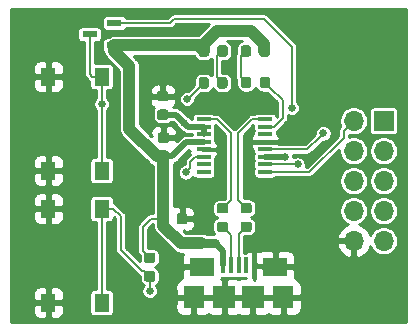
<source format=gbr>
G04 #@! TF.GenerationSoftware,KiCad,Pcbnew,(5.1.5)-3*
G04 #@! TF.CreationDate,2019-12-14T15:37:32-08:00*
G04 #@! TF.ProjectId,programmer,70726f67-7261-46d6-9d65-722e6b696361,rev?*
G04 #@! TF.SameCoordinates,Original*
G04 #@! TF.FileFunction,Copper,L1,Top*
G04 #@! TF.FilePolarity,Positive*
%FSLAX46Y46*%
G04 Gerber Fmt 4.6, Leading zero omitted, Abs format (unit mm)*
G04 Created by KiCad (PCBNEW (5.1.5)-3) date 2019-12-14 15:37:32*
%MOMM*%
%LPD*%
G04 APERTURE LIST*
%ADD10R,1.300000X1.550000*%
%ADD11O,1.700000X1.700000*%
%ADD12R,1.700000X1.700000*%
%ADD13R,1.200000X0.400000*%
%ADD14C,0.100000*%
%ADD15R,1.300000X0.600000*%
%ADD16R,1.800000X1.900000*%
%ADD17R,1.900000X1.900000*%
%ADD18R,2.100000X1.600000*%
%ADD19R,0.400000X1.350000*%
%ADD20C,0.635000*%
%ADD21C,1.016000*%
%ADD22C,0.152400*%
%ADD23C,0.762000*%
%ADD24C,0.508000*%
%ADD25C,0.254000*%
G04 APERTURE END LIST*
D10*
X126174500Y-109017000D03*
X121674500Y-109017000D03*
X121674500Y-116967000D03*
X126174500Y-116967000D03*
X126174500Y-120193000D03*
X121674500Y-120193000D03*
X121674500Y-128143000D03*
X126174500Y-128143000D03*
D11*
X147510000Y-122900000D03*
X150050000Y-122900000D03*
X147510000Y-120360000D03*
X150050000Y-120360000D03*
X147510000Y-117820000D03*
X150050000Y-117820000D03*
X147510000Y-115280000D03*
X150050000Y-115280000D03*
X147510000Y-112740000D03*
D12*
X150050000Y-112740000D03*
D13*
X134814960Y-117073680D03*
X134814960Y-116438680D03*
X134814960Y-115803680D03*
X134814960Y-115168680D03*
X134814960Y-114533680D03*
X134814960Y-113898680D03*
X134814960Y-113263680D03*
X134814960Y-112628680D03*
X140014960Y-112628680D03*
X140014960Y-113263680D03*
X140014960Y-113898680D03*
X140014960Y-114533680D03*
X140014960Y-115168680D03*
X140014960Y-115803680D03*
X140014960Y-116438680D03*
X140014960Y-117073680D03*
G04 #@! TA.AperFunction,SMDPad,CuDef*
D14*
G36*
X138629551Y-106363533D02*
G01*
X138650786Y-106366683D01*
X138671610Y-106371899D01*
X138691822Y-106379131D01*
X138711228Y-106388310D01*
X138729641Y-106399346D01*
X138746884Y-106412134D01*
X138762790Y-106426550D01*
X138777206Y-106442456D01*
X138789994Y-106459699D01*
X138801030Y-106478112D01*
X138810209Y-106497518D01*
X138817441Y-106517730D01*
X138822657Y-106538554D01*
X138825807Y-106559789D01*
X138826860Y-106581230D01*
X138826860Y-107093730D01*
X138825807Y-107115171D01*
X138822657Y-107136406D01*
X138817441Y-107157230D01*
X138810209Y-107177442D01*
X138801030Y-107196848D01*
X138789994Y-107215261D01*
X138777206Y-107232504D01*
X138762790Y-107248410D01*
X138746884Y-107262826D01*
X138729641Y-107275614D01*
X138711228Y-107286650D01*
X138691822Y-107295829D01*
X138671610Y-107303061D01*
X138650786Y-107308277D01*
X138629551Y-107311427D01*
X138608110Y-107312480D01*
X138170610Y-107312480D01*
X138149169Y-107311427D01*
X138127934Y-107308277D01*
X138107110Y-107303061D01*
X138086898Y-107295829D01*
X138067492Y-107286650D01*
X138049079Y-107275614D01*
X138031836Y-107262826D01*
X138015930Y-107248410D01*
X138001514Y-107232504D01*
X137988726Y-107215261D01*
X137977690Y-107196848D01*
X137968511Y-107177442D01*
X137961279Y-107157230D01*
X137956063Y-107136406D01*
X137952913Y-107115171D01*
X137951860Y-107093730D01*
X137951860Y-106581230D01*
X137952913Y-106559789D01*
X137956063Y-106538554D01*
X137961279Y-106517730D01*
X137968511Y-106497518D01*
X137977690Y-106478112D01*
X137988726Y-106459699D01*
X138001514Y-106442456D01*
X138015930Y-106426550D01*
X138031836Y-106412134D01*
X138049079Y-106399346D01*
X138067492Y-106388310D01*
X138086898Y-106379131D01*
X138107110Y-106371899D01*
X138127934Y-106366683D01*
X138149169Y-106363533D01*
X138170610Y-106362480D01*
X138608110Y-106362480D01*
X138629551Y-106363533D01*
G37*
G04 #@! TD.AperFunction*
G04 #@! TA.AperFunction,SMDPad,CuDef*
G36*
X140204551Y-106363533D02*
G01*
X140225786Y-106366683D01*
X140246610Y-106371899D01*
X140266822Y-106379131D01*
X140286228Y-106388310D01*
X140304641Y-106399346D01*
X140321884Y-106412134D01*
X140337790Y-106426550D01*
X140352206Y-106442456D01*
X140364994Y-106459699D01*
X140376030Y-106478112D01*
X140385209Y-106497518D01*
X140392441Y-106517730D01*
X140397657Y-106538554D01*
X140400807Y-106559789D01*
X140401860Y-106581230D01*
X140401860Y-107093730D01*
X140400807Y-107115171D01*
X140397657Y-107136406D01*
X140392441Y-107157230D01*
X140385209Y-107177442D01*
X140376030Y-107196848D01*
X140364994Y-107215261D01*
X140352206Y-107232504D01*
X140337790Y-107248410D01*
X140321884Y-107262826D01*
X140304641Y-107275614D01*
X140286228Y-107286650D01*
X140266822Y-107295829D01*
X140246610Y-107303061D01*
X140225786Y-107308277D01*
X140204551Y-107311427D01*
X140183110Y-107312480D01*
X139745610Y-107312480D01*
X139724169Y-107311427D01*
X139702934Y-107308277D01*
X139682110Y-107303061D01*
X139661898Y-107295829D01*
X139642492Y-107286650D01*
X139624079Y-107275614D01*
X139606836Y-107262826D01*
X139590930Y-107248410D01*
X139576514Y-107232504D01*
X139563726Y-107215261D01*
X139552690Y-107196848D01*
X139543511Y-107177442D01*
X139536279Y-107157230D01*
X139531063Y-107136406D01*
X139527913Y-107115171D01*
X139526860Y-107093730D01*
X139526860Y-106581230D01*
X139527913Y-106559789D01*
X139531063Y-106538554D01*
X139536279Y-106517730D01*
X139543511Y-106497518D01*
X139552690Y-106478112D01*
X139563726Y-106459699D01*
X139576514Y-106442456D01*
X139590930Y-106426550D01*
X139606836Y-106412134D01*
X139624079Y-106399346D01*
X139642492Y-106388310D01*
X139661898Y-106379131D01*
X139682110Y-106371899D01*
X139702934Y-106366683D01*
X139724169Y-106363533D01*
X139745610Y-106362480D01*
X140183110Y-106362480D01*
X140204551Y-106363533D01*
G37*
G04 #@! TD.AperFunction*
G04 #@! TA.AperFunction,SMDPad,CuDef*
G36*
X136643471Y-106353373D02*
G01*
X136664706Y-106356523D01*
X136685530Y-106361739D01*
X136705742Y-106368971D01*
X136725148Y-106378150D01*
X136743561Y-106389186D01*
X136760804Y-106401974D01*
X136776710Y-106416390D01*
X136791126Y-106432296D01*
X136803914Y-106449539D01*
X136814950Y-106467952D01*
X136824129Y-106487358D01*
X136831361Y-106507570D01*
X136836577Y-106528394D01*
X136839727Y-106549629D01*
X136840780Y-106571070D01*
X136840780Y-107083570D01*
X136839727Y-107105011D01*
X136836577Y-107126246D01*
X136831361Y-107147070D01*
X136824129Y-107167282D01*
X136814950Y-107186688D01*
X136803914Y-107205101D01*
X136791126Y-107222344D01*
X136776710Y-107238250D01*
X136760804Y-107252666D01*
X136743561Y-107265454D01*
X136725148Y-107276490D01*
X136705742Y-107285669D01*
X136685530Y-107292901D01*
X136664706Y-107298117D01*
X136643471Y-107301267D01*
X136622030Y-107302320D01*
X136184530Y-107302320D01*
X136163089Y-107301267D01*
X136141854Y-107298117D01*
X136121030Y-107292901D01*
X136100818Y-107285669D01*
X136081412Y-107276490D01*
X136062999Y-107265454D01*
X136045756Y-107252666D01*
X136029850Y-107238250D01*
X136015434Y-107222344D01*
X136002646Y-107205101D01*
X135991610Y-107186688D01*
X135982431Y-107167282D01*
X135975199Y-107147070D01*
X135969983Y-107126246D01*
X135966833Y-107105011D01*
X135965780Y-107083570D01*
X135965780Y-106571070D01*
X135966833Y-106549629D01*
X135969983Y-106528394D01*
X135975199Y-106507570D01*
X135982431Y-106487358D01*
X135991610Y-106467952D01*
X136002646Y-106449539D01*
X136015434Y-106432296D01*
X136029850Y-106416390D01*
X136045756Y-106401974D01*
X136062999Y-106389186D01*
X136081412Y-106378150D01*
X136100818Y-106368971D01*
X136121030Y-106361739D01*
X136141854Y-106356523D01*
X136163089Y-106353373D01*
X136184530Y-106352320D01*
X136622030Y-106352320D01*
X136643471Y-106353373D01*
G37*
G04 #@! TD.AperFunction*
G04 #@! TA.AperFunction,SMDPad,CuDef*
G36*
X135068471Y-106353373D02*
G01*
X135089706Y-106356523D01*
X135110530Y-106361739D01*
X135130742Y-106368971D01*
X135150148Y-106378150D01*
X135168561Y-106389186D01*
X135185804Y-106401974D01*
X135201710Y-106416390D01*
X135216126Y-106432296D01*
X135228914Y-106449539D01*
X135239950Y-106467952D01*
X135249129Y-106487358D01*
X135256361Y-106507570D01*
X135261577Y-106528394D01*
X135264727Y-106549629D01*
X135265780Y-106571070D01*
X135265780Y-107083570D01*
X135264727Y-107105011D01*
X135261577Y-107126246D01*
X135256361Y-107147070D01*
X135249129Y-107167282D01*
X135239950Y-107186688D01*
X135228914Y-107205101D01*
X135216126Y-107222344D01*
X135201710Y-107238250D01*
X135185804Y-107252666D01*
X135168561Y-107265454D01*
X135150148Y-107276490D01*
X135130742Y-107285669D01*
X135110530Y-107292901D01*
X135089706Y-107298117D01*
X135068471Y-107301267D01*
X135047030Y-107302320D01*
X134609530Y-107302320D01*
X134588089Y-107301267D01*
X134566854Y-107298117D01*
X134546030Y-107292901D01*
X134525818Y-107285669D01*
X134506412Y-107276490D01*
X134487999Y-107265454D01*
X134470756Y-107252666D01*
X134454850Y-107238250D01*
X134440434Y-107222344D01*
X134427646Y-107205101D01*
X134416610Y-107186688D01*
X134407431Y-107167282D01*
X134400199Y-107147070D01*
X134394983Y-107126246D01*
X134391833Y-107105011D01*
X134390780Y-107083570D01*
X134390780Y-106571070D01*
X134391833Y-106549629D01*
X134394983Y-106528394D01*
X134400199Y-106507570D01*
X134407431Y-106487358D01*
X134416610Y-106467952D01*
X134427646Y-106449539D01*
X134440434Y-106432296D01*
X134454850Y-106416390D01*
X134470756Y-106401974D01*
X134487999Y-106389186D01*
X134506412Y-106378150D01*
X134525818Y-106368971D01*
X134546030Y-106361739D01*
X134566854Y-106356523D01*
X134588089Y-106353373D01*
X134609530Y-106352320D01*
X135047030Y-106352320D01*
X135068471Y-106353373D01*
G37*
G04 #@! TD.AperFunction*
G04 #@! TA.AperFunction,SMDPad,CuDef*
G36*
X130528891Y-125486793D02*
G01*
X130550126Y-125489943D01*
X130570950Y-125495159D01*
X130591162Y-125502391D01*
X130610568Y-125511570D01*
X130628981Y-125522606D01*
X130646224Y-125535394D01*
X130662130Y-125549810D01*
X130676546Y-125565716D01*
X130689334Y-125582959D01*
X130700370Y-125601372D01*
X130709549Y-125620778D01*
X130716781Y-125640990D01*
X130721997Y-125661814D01*
X130725147Y-125683049D01*
X130726200Y-125704490D01*
X130726200Y-126141990D01*
X130725147Y-126163431D01*
X130721997Y-126184666D01*
X130716781Y-126205490D01*
X130709549Y-126225702D01*
X130700370Y-126245108D01*
X130689334Y-126263521D01*
X130676546Y-126280764D01*
X130662130Y-126296670D01*
X130646224Y-126311086D01*
X130628981Y-126323874D01*
X130610568Y-126334910D01*
X130591162Y-126344089D01*
X130570950Y-126351321D01*
X130550126Y-126356537D01*
X130528891Y-126359687D01*
X130507450Y-126360740D01*
X129994950Y-126360740D01*
X129973509Y-126359687D01*
X129952274Y-126356537D01*
X129931450Y-126351321D01*
X129911238Y-126344089D01*
X129891832Y-126334910D01*
X129873419Y-126323874D01*
X129856176Y-126311086D01*
X129840270Y-126296670D01*
X129825854Y-126280764D01*
X129813066Y-126263521D01*
X129802030Y-126245108D01*
X129792851Y-126225702D01*
X129785619Y-126205490D01*
X129780403Y-126184666D01*
X129777253Y-126163431D01*
X129776200Y-126141990D01*
X129776200Y-125704490D01*
X129777253Y-125683049D01*
X129780403Y-125661814D01*
X129785619Y-125640990D01*
X129792851Y-125620778D01*
X129802030Y-125601372D01*
X129813066Y-125582959D01*
X129825854Y-125565716D01*
X129840270Y-125549810D01*
X129856176Y-125535394D01*
X129873419Y-125522606D01*
X129891832Y-125511570D01*
X129911238Y-125502391D01*
X129931450Y-125495159D01*
X129952274Y-125489943D01*
X129973509Y-125486793D01*
X129994950Y-125485740D01*
X130507450Y-125485740D01*
X130528891Y-125486793D01*
G37*
G04 #@! TD.AperFunction*
G04 #@! TA.AperFunction,SMDPad,CuDef*
G36*
X130528891Y-123911793D02*
G01*
X130550126Y-123914943D01*
X130570950Y-123920159D01*
X130591162Y-123927391D01*
X130610568Y-123936570D01*
X130628981Y-123947606D01*
X130646224Y-123960394D01*
X130662130Y-123974810D01*
X130676546Y-123990716D01*
X130689334Y-124007959D01*
X130700370Y-124026372D01*
X130709549Y-124045778D01*
X130716781Y-124065990D01*
X130721997Y-124086814D01*
X130725147Y-124108049D01*
X130726200Y-124129490D01*
X130726200Y-124566990D01*
X130725147Y-124588431D01*
X130721997Y-124609666D01*
X130716781Y-124630490D01*
X130709549Y-124650702D01*
X130700370Y-124670108D01*
X130689334Y-124688521D01*
X130676546Y-124705764D01*
X130662130Y-124721670D01*
X130646224Y-124736086D01*
X130628981Y-124748874D01*
X130610568Y-124759910D01*
X130591162Y-124769089D01*
X130570950Y-124776321D01*
X130550126Y-124781537D01*
X130528891Y-124784687D01*
X130507450Y-124785740D01*
X129994950Y-124785740D01*
X129973509Y-124784687D01*
X129952274Y-124781537D01*
X129931450Y-124776321D01*
X129911238Y-124769089D01*
X129891832Y-124759910D01*
X129873419Y-124748874D01*
X129856176Y-124736086D01*
X129840270Y-124721670D01*
X129825854Y-124705764D01*
X129813066Y-124688521D01*
X129802030Y-124670108D01*
X129792851Y-124650702D01*
X129785619Y-124630490D01*
X129780403Y-124609666D01*
X129777253Y-124588431D01*
X129776200Y-124566990D01*
X129776200Y-124129490D01*
X129777253Y-124108049D01*
X129780403Y-124086814D01*
X129785619Y-124065990D01*
X129792851Y-124045778D01*
X129802030Y-124026372D01*
X129813066Y-124007959D01*
X129825854Y-123990716D01*
X129840270Y-123974810D01*
X129856176Y-123960394D01*
X129873419Y-123947606D01*
X129891832Y-123936570D01*
X129911238Y-123927391D01*
X129931450Y-123920159D01*
X129952274Y-123914943D01*
X129973509Y-123911793D01*
X129994950Y-123910740D01*
X130507450Y-123910740D01*
X130528891Y-123911793D01*
G37*
G04 #@! TD.AperFunction*
G04 #@! TA.AperFunction,SMDPad,CuDef*
G36*
X136685851Y-121280353D02*
G01*
X136707086Y-121283503D01*
X136727910Y-121288719D01*
X136748122Y-121295951D01*
X136767528Y-121305130D01*
X136785941Y-121316166D01*
X136803184Y-121328954D01*
X136819090Y-121343370D01*
X136833506Y-121359276D01*
X136846294Y-121376519D01*
X136857330Y-121394932D01*
X136866509Y-121414338D01*
X136873741Y-121434550D01*
X136878957Y-121455374D01*
X136882107Y-121476609D01*
X136883160Y-121498050D01*
X136883160Y-121935550D01*
X136882107Y-121956991D01*
X136878957Y-121978226D01*
X136873741Y-121999050D01*
X136866509Y-122019262D01*
X136857330Y-122038668D01*
X136846294Y-122057081D01*
X136833506Y-122074324D01*
X136819090Y-122090230D01*
X136803184Y-122104646D01*
X136785941Y-122117434D01*
X136767528Y-122128470D01*
X136748122Y-122137649D01*
X136727910Y-122144881D01*
X136707086Y-122150097D01*
X136685851Y-122153247D01*
X136664410Y-122154300D01*
X136151910Y-122154300D01*
X136130469Y-122153247D01*
X136109234Y-122150097D01*
X136088410Y-122144881D01*
X136068198Y-122137649D01*
X136048792Y-122128470D01*
X136030379Y-122117434D01*
X136013136Y-122104646D01*
X135997230Y-122090230D01*
X135982814Y-122074324D01*
X135970026Y-122057081D01*
X135958990Y-122038668D01*
X135949811Y-122019262D01*
X135942579Y-121999050D01*
X135937363Y-121978226D01*
X135934213Y-121956991D01*
X135933160Y-121935550D01*
X135933160Y-121498050D01*
X135934213Y-121476609D01*
X135937363Y-121455374D01*
X135942579Y-121434550D01*
X135949811Y-121414338D01*
X135958990Y-121394932D01*
X135970026Y-121376519D01*
X135982814Y-121359276D01*
X135997230Y-121343370D01*
X136013136Y-121328954D01*
X136030379Y-121316166D01*
X136048792Y-121305130D01*
X136068198Y-121295951D01*
X136088410Y-121288719D01*
X136109234Y-121283503D01*
X136130469Y-121280353D01*
X136151910Y-121279300D01*
X136664410Y-121279300D01*
X136685851Y-121280353D01*
G37*
G04 #@! TD.AperFunction*
G04 #@! TA.AperFunction,SMDPad,CuDef*
G36*
X136685851Y-119705353D02*
G01*
X136707086Y-119708503D01*
X136727910Y-119713719D01*
X136748122Y-119720951D01*
X136767528Y-119730130D01*
X136785941Y-119741166D01*
X136803184Y-119753954D01*
X136819090Y-119768370D01*
X136833506Y-119784276D01*
X136846294Y-119801519D01*
X136857330Y-119819932D01*
X136866509Y-119839338D01*
X136873741Y-119859550D01*
X136878957Y-119880374D01*
X136882107Y-119901609D01*
X136883160Y-119923050D01*
X136883160Y-120360550D01*
X136882107Y-120381991D01*
X136878957Y-120403226D01*
X136873741Y-120424050D01*
X136866509Y-120444262D01*
X136857330Y-120463668D01*
X136846294Y-120482081D01*
X136833506Y-120499324D01*
X136819090Y-120515230D01*
X136803184Y-120529646D01*
X136785941Y-120542434D01*
X136767528Y-120553470D01*
X136748122Y-120562649D01*
X136727910Y-120569881D01*
X136707086Y-120575097D01*
X136685851Y-120578247D01*
X136664410Y-120579300D01*
X136151910Y-120579300D01*
X136130469Y-120578247D01*
X136109234Y-120575097D01*
X136088410Y-120569881D01*
X136068198Y-120562649D01*
X136048792Y-120553470D01*
X136030379Y-120542434D01*
X136013136Y-120529646D01*
X135997230Y-120515230D01*
X135982814Y-120499324D01*
X135970026Y-120482081D01*
X135958990Y-120463668D01*
X135949811Y-120444262D01*
X135942579Y-120424050D01*
X135937363Y-120403226D01*
X135934213Y-120381991D01*
X135933160Y-120360550D01*
X135933160Y-119923050D01*
X135934213Y-119901609D01*
X135937363Y-119880374D01*
X135942579Y-119859550D01*
X135949811Y-119839338D01*
X135958990Y-119819932D01*
X135970026Y-119801519D01*
X135982814Y-119784276D01*
X135997230Y-119768370D01*
X136013136Y-119753954D01*
X136030379Y-119741166D01*
X136048792Y-119730130D01*
X136068198Y-119720951D01*
X136088410Y-119713719D01*
X136109234Y-119708503D01*
X136130469Y-119705353D01*
X136151910Y-119704300D01*
X136664410Y-119704300D01*
X136685851Y-119705353D01*
G37*
G04 #@! TD.AperFunction*
G04 #@! TA.AperFunction,SMDPad,CuDef*
G36*
X138687371Y-121270193D02*
G01*
X138708606Y-121273343D01*
X138729430Y-121278559D01*
X138749642Y-121285791D01*
X138769048Y-121294970D01*
X138787461Y-121306006D01*
X138804704Y-121318794D01*
X138820610Y-121333210D01*
X138835026Y-121349116D01*
X138847814Y-121366359D01*
X138858850Y-121384772D01*
X138868029Y-121404178D01*
X138875261Y-121424390D01*
X138880477Y-121445214D01*
X138883627Y-121466449D01*
X138884680Y-121487890D01*
X138884680Y-121925390D01*
X138883627Y-121946831D01*
X138880477Y-121968066D01*
X138875261Y-121988890D01*
X138868029Y-122009102D01*
X138858850Y-122028508D01*
X138847814Y-122046921D01*
X138835026Y-122064164D01*
X138820610Y-122080070D01*
X138804704Y-122094486D01*
X138787461Y-122107274D01*
X138769048Y-122118310D01*
X138749642Y-122127489D01*
X138729430Y-122134721D01*
X138708606Y-122139937D01*
X138687371Y-122143087D01*
X138665930Y-122144140D01*
X138153430Y-122144140D01*
X138131989Y-122143087D01*
X138110754Y-122139937D01*
X138089930Y-122134721D01*
X138069718Y-122127489D01*
X138050312Y-122118310D01*
X138031899Y-122107274D01*
X138014656Y-122094486D01*
X137998750Y-122080070D01*
X137984334Y-122064164D01*
X137971546Y-122046921D01*
X137960510Y-122028508D01*
X137951331Y-122009102D01*
X137944099Y-121988890D01*
X137938883Y-121968066D01*
X137935733Y-121946831D01*
X137934680Y-121925390D01*
X137934680Y-121487890D01*
X137935733Y-121466449D01*
X137938883Y-121445214D01*
X137944099Y-121424390D01*
X137951331Y-121404178D01*
X137960510Y-121384772D01*
X137971546Y-121366359D01*
X137984334Y-121349116D01*
X137998750Y-121333210D01*
X138014656Y-121318794D01*
X138031899Y-121306006D01*
X138050312Y-121294970D01*
X138069718Y-121285791D01*
X138089930Y-121278559D01*
X138110754Y-121273343D01*
X138131989Y-121270193D01*
X138153430Y-121269140D01*
X138665930Y-121269140D01*
X138687371Y-121270193D01*
G37*
G04 #@! TD.AperFunction*
G04 #@! TA.AperFunction,SMDPad,CuDef*
G36*
X138687371Y-119695193D02*
G01*
X138708606Y-119698343D01*
X138729430Y-119703559D01*
X138749642Y-119710791D01*
X138769048Y-119719970D01*
X138787461Y-119731006D01*
X138804704Y-119743794D01*
X138820610Y-119758210D01*
X138835026Y-119774116D01*
X138847814Y-119791359D01*
X138858850Y-119809772D01*
X138868029Y-119829178D01*
X138875261Y-119849390D01*
X138880477Y-119870214D01*
X138883627Y-119891449D01*
X138884680Y-119912890D01*
X138884680Y-120350390D01*
X138883627Y-120371831D01*
X138880477Y-120393066D01*
X138875261Y-120413890D01*
X138868029Y-120434102D01*
X138858850Y-120453508D01*
X138847814Y-120471921D01*
X138835026Y-120489164D01*
X138820610Y-120505070D01*
X138804704Y-120519486D01*
X138787461Y-120532274D01*
X138769048Y-120543310D01*
X138749642Y-120552489D01*
X138729430Y-120559721D01*
X138708606Y-120564937D01*
X138687371Y-120568087D01*
X138665930Y-120569140D01*
X138153430Y-120569140D01*
X138131989Y-120568087D01*
X138110754Y-120564937D01*
X138089930Y-120559721D01*
X138069718Y-120552489D01*
X138050312Y-120543310D01*
X138031899Y-120532274D01*
X138014656Y-120519486D01*
X137998750Y-120505070D01*
X137984334Y-120489164D01*
X137971546Y-120471921D01*
X137960510Y-120453508D01*
X137951331Y-120434102D01*
X137944099Y-120413890D01*
X137938883Y-120393066D01*
X137935733Y-120371831D01*
X137934680Y-120350390D01*
X137934680Y-119912890D01*
X137935733Y-119891449D01*
X137938883Y-119870214D01*
X137944099Y-119849390D01*
X137951331Y-119829178D01*
X137960510Y-119809772D01*
X137971546Y-119791359D01*
X137984334Y-119774116D01*
X137998750Y-119758210D01*
X138014656Y-119743794D01*
X138031899Y-119731006D01*
X138050312Y-119719970D01*
X138069718Y-119710791D01*
X138089930Y-119703559D01*
X138110754Y-119698343D01*
X138131989Y-119695193D01*
X138153430Y-119694140D01*
X138665930Y-119694140D01*
X138687371Y-119695193D01*
G37*
G04 #@! TD.AperFunction*
D15*
X127254000Y-106362500D03*
X127254000Y-104462500D03*
X125154000Y-105412500D03*
D16*
X133965640Y-127665480D03*
X141565640Y-127665480D03*
D17*
X136565640Y-127665480D03*
X138965640Y-127665480D03*
D18*
X134665640Y-125115480D03*
X140865640Y-125115480D03*
D19*
X136465640Y-124990480D03*
X138415640Y-124990480D03*
X139065640Y-124990480D03*
X137115640Y-124990480D03*
X137765640Y-124990480D03*
G04 #@! TA.AperFunction,SMDPad,CuDef*
D14*
G36*
X138654751Y-109015293D02*
G01*
X138675986Y-109018443D01*
X138696810Y-109023659D01*
X138717022Y-109030891D01*
X138736428Y-109040070D01*
X138754841Y-109051106D01*
X138772084Y-109063894D01*
X138787990Y-109078310D01*
X138802406Y-109094216D01*
X138815194Y-109111459D01*
X138826230Y-109129872D01*
X138835409Y-109149278D01*
X138842641Y-109169490D01*
X138847857Y-109190314D01*
X138851007Y-109211549D01*
X138852060Y-109232990D01*
X138852060Y-109745490D01*
X138851007Y-109766931D01*
X138847857Y-109788166D01*
X138842641Y-109808990D01*
X138835409Y-109829202D01*
X138826230Y-109848608D01*
X138815194Y-109867021D01*
X138802406Y-109884264D01*
X138787990Y-109900170D01*
X138772084Y-109914586D01*
X138754841Y-109927374D01*
X138736428Y-109938410D01*
X138717022Y-109947589D01*
X138696810Y-109954821D01*
X138675986Y-109960037D01*
X138654751Y-109963187D01*
X138633310Y-109964240D01*
X138195810Y-109964240D01*
X138174369Y-109963187D01*
X138153134Y-109960037D01*
X138132310Y-109954821D01*
X138112098Y-109947589D01*
X138092692Y-109938410D01*
X138074279Y-109927374D01*
X138057036Y-109914586D01*
X138041130Y-109900170D01*
X138026714Y-109884264D01*
X138013926Y-109867021D01*
X138002890Y-109848608D01*
X137993711Y-109829202D01*
X137986479Y-109808990D01*
X137981263Y-109788166D01*
X137978113Y-109766931D01*
X137977060Y-109745490D01*
X137977060Y-109232990D01*
X137978113Y-109211549D01*
X137981263Y-109190314D01*
X137986479Y-109169490D01*
X137993711Y-109149278D01*
X138002890Y-109129872D01*
X138013926Y-109111459D01*
X138026714Y-109094216D01*
X138041130Y-109078310D01*
X138057036Y-109063894D01*
X138074279Y-109051106D01*
X138092692Y-109040070D01*
X138112098Y-109030891D01*
X138132310Y-109023659D01*
X138153134Y-109018443D01*
X138174369Y-109015293D01*
X138195810Y-109014240D01*
X138633310Y-109014240D01*
X138654751Y-109015293D01*
G37*
G04 #@! TD.AperFunction*
G04 #@! TA.AperFunction,SMDPad,CuDef*
G36*
X140229751Y-109015293D02*
G01*
X140250986Y-109018443D01*
X140271810Y-109023659D01*
X140292022Y-109030891D01*
X140311428Y-109040070D01*
X140329841Y-109051106D01*
X140347084Y-109063894D01*
X140362990Y-109078310D01*
X140377406Y-109094216D01*
X140390194Y-109111459D01*
X140401230Y-109129872D01*
X140410409Y-109149278D01*
X140417641Y-109169490D01*
X140422857Y-109190314D01*
X140426007Y-109211549D01*
X140427060Y-109232990D01*
X140427060Y-109745490D01*
X140426007Y-109766931D01*
X140422857Y-109788166D01*
X140417641Y-109808990D01*
X140410409Y-109829202D01*
X140401230Y-109848608D01*
X140390194Y-109867021D01*
X140377406Y-109884264D01*
X140362990Y-109900170D01*
X140347084Y-109914586D01*
X140329841Y-109927374D01*
X140311428Y-109938410D01*
X140292022Y-109947589D01*
X140271810Y-109954821D01*
X140250986Y-109960037D01*
X140229751Y-109963187D01*
X140208310Y-109964240D01*
X139770810Y-109964240D01*
X139749369Y-109963187D01*
X139728134Y-109960037D01*
X139707310Y-109954821D01*
X139687098Y-109947589D01*
X139667692Y-109938410D01*
X139649279Y-109927374D01*
X139632036Y-109914586D01*
X139616130Y-109900170D01*
X139601714Y-109884264D01*
X139588926Y-109867021D01*
X139577890Y-109848608D01*
X139568711Y-109829202D01*
X139561479Y-109808990D01*
X139556263Y-109788166D01*
X139553113Y-109766931D01*
X139552060Y-109745490D01*
X139552060Y-109232990D01*
X139553113Y-109211549D01*
X139556263Y-109190314D01*
X139561479Y-109169490D01*
X139568711Y-109149278D01*
X139577890Y-109129872D01*
X139588926Y-109111459D01*
X139601714Y-109094216D01*
X139616130Y-109078310D01*
X139632036Y-109063894D01*
X139649279Y-109051106D01*
X139667692Y-109040070D01*
X139687098Y-109030891D01*
X139707310Y-109023659D01*
X139728134Y-109018443D01*
X139749369Y-109015293D01*
X139770810Y-109014240D01*
X140208310Y-109014240D01*
X140229751Y-109015293D01*
G37*
G04 #@! TD.AperFunction*
G04 #@! TA.AperFunction,SMDPad,CuDef*
G36*
X136638391Y-109061013D02*
G01*
X136659626Y-109064163D01*
X136680450Y-109069379D01*
X136700662Y-109076611D01*
X136720068Y-109085790D01*
X136738481Y-109096826D01*
X136755724Y-109109614D01*
X136771630Y-109124030D01*
X136786046Y-109139936D01*
X136798834Y-109157179D01*
X136809870Y-109175592D01*
X136819049Y-109194998D01*
X136826281Y-109215210D01*
X136831497Y-109236034D01*
X136834647Y-109257269D01*
X136835700Y-109278710D01*
X136835700Y-109791210D01*
X136834647Y-109812651D01*
X136831497Y-109833886D01*
X136826281Y-109854710D01*
X136819049Y-109874922D01*
X136809870Y-109894328D01*
X136798834Y-109912741D01*
X136786046Y-109929984D01*
X136771630Y-109945890D01*
X136755724Y-109960306D01*
X136738481Y-109973094D01*
X136720068Y-109984130D01*
X136700662Y-109993309D01*
X136680450Y-110000541D01*
X136659626Y-110005757D01*
X136638391Y-110008907D01*
X136616950Y-110009960D01*
X136179450Y-110009960D01*
X136158009Y-110008907D01*
X136136774Y-110005757D01*
X136115950Y-110000541D01*
X136095738Y-109993309D01*
X136076332Y-109984130D01*
X136057919Y-109973094D01*
X136040676Y-109960306D01*
X136024770Y-109945890D01*
X136010354Y-109929984D01*
X135997566Y-109912741D01*
X135986530Y-109894328D01*
X135977351Y-109874922D01*
X135970119Y-109854710D01*
X135964903Y-109833886D01*
X135961753Y-109812651D01*
X135960700Y-109791210D01*
X135960700Y-109278710D01*
X135961753Y-109257269D01*
X135964903Y-109236034D01*
X135970119Y-109215210D01*
X135977351Y-109194998D01*
X135986530Y-109175592D01*
X135997566Y-109157179D01*
X136010354Y-109139936D01*
X136024770Y-109124030D01*
X136040676Y-109109614D01*
X136057919Y-109096826D01*
X136076332Y-109085790D01*
X136095738Y-109076611D01*
X136115950Y-109069379D01*
X136136774Y-109064163D01*
X136158009Y-109061013D01*
X136179450Y-109059960D01*
X136616950Y-109059960D01*
X136638391Y-109061013D01*
G37*
G04 #@! TD.AperFunction*
G04 #@! TA.AperFunction,SMDPad,CuDef*
G36*
X135063391Y-109061013D02*
G01*
X135084626Y-109064163D01*
X135105450Y-109069379D01*
X135125662Y-109076611D01*
X135145068Y-109085790D01*
X135163481Y-109096826D01*
X135180724Y-109109614D01*
X135196630Y-109124030D01*
X135211046Y-109139936D01*
X135223834Y-109157179D01*
X135234870Y-109175592D01*
X135244049Y-109194998D01*
X135251281Y-109215210D01*
X135256497Y-109236034D01*
X135259647Y-109257269D01*
X135260700Y-109278710D01*
X135260700Y-109791210D01*
X135259647Y-109812651D01*
X135256497Y-109833886D01*
X135251281Y-109854710D01*
X135244049Y-109874922D01*
X135234870Y-109894328D01*
X135223834Y-109912741D01*
X135211046Y-109929984D01*
X135196630Y-109945890D01*
X135180724Y-109960306D01*
X135163481Y-109973094D01*
X135145068Y-109984130D01*
X135125662Y-109993309D01*
X135105450Y-110000541D01*
X135084626Y-110005757D01*
X135063391Y-110008907D01*
X135041950Y-110009960D01*
X134604450Y-110009960D01*
X134583009Y-110008907D01*
X134561774Y-110005757D01*
X134540950Y-110000541D01*
X134520738Y-109993309D01*
X134501332Y-109984130D01*
X134482919Y-109973094D01*
X134465676Y-109960306D01*
X134449770Y-109945890D01*
X134435354Y-109929984D01*
X134422566Y-109912741D01*
X134411530Y-109894328D01*
X134402351Y-109874922D01*
X134395119Y-109854710D01*
X134389903Y-109833886D01*
X134386753Y-109812651D01*
X134385700Y-109791210D01*
X134385700Y-109278710D01*
X134386753Y-109257269D01*
X134389903Y-109236034D01*
X134395119Y-109215210D01*
X134402351Y-109194998D01*
X134411530Y-109175592D01*
X134422566Y-109157179D01*
X134435354Y-109139936D01*
X134449770Y-109124030D01*
X134465676Y-109109614D01*
X134482919Y-109096826D01*
X134501332Y-109085790D01*
X134520738Y-109076611D01*
X134540950Y-109069379D01*
X134561774Y-109064163D01*
X134583009Y-109061013D01*
X134604450Y-109059960D01*
X135041950Y-109059960D01*
X135063391Y-109061013D01*
G37*
G04 #@! TD.AperFunction*
G04 #@! TA.AperFunction,SMDPad,CuDef*
G36*
X131631251Y-110211033D02*
G01*
X131652486Y-110214183D01*
X131673310Y-110219399D01*
X131693522Y-110226631D01*
X131712928Y-110235810D01*
X131731341Y-110246846D01*
X131748584Y-110259634D01*
X131764490Y-110274050D01*
X131778906Y-110289956D01*
X131791694Y-110307199D01*
X131802730Y-110325612D01*
X131811909Y-110345018D01*
X131819141Y-110365230D01*
X131824357Y-110386054D01*
X131827507Y-110407289D01*
X131828560Y-110428730D01*
X131828560Y-110866230D01*
X131827507Y-110887671D01*
X131824357Y-110908906D01*
X131819141Y-110929730D01*
X131811909Y-110949942D01*
X131802730Y-110969348D01*
X131791694Y-110987761D01*
X131778906Y-111005004D01*
X131764490Y-111020910D01*
X131748584Y-111035326D01*
X131731341Y-111048114D01*
X131712928Y-111059150D01*
X131693522Y-111068329D01*
X131673310Y-111075561D01*
X131652486Y-111080777D01*
X131631251Y-111083927D01*
X131609810Y-111084980D01*
X131097310Y-111084980D01*
X131075869Y-111083927D01*
X131054634Y-111080777D01*
X131033810Y-111075561D01*
X131013598Y-111068329D01*
X130994192Y-111059150D01*
X130975779Y-111048114D01*
X130958536Y-111035326D01*
X130942630Y-111020910D01*
X130928214Y-111005004D01*
X130915426Y-110987761D01*
X130904390Y-110969348D01*
X130895211Y-110949942D01*
X130887979Y-110929730D01*
X130882763Y-110908906D01*
X130879613Y-110887671D01*
X130878560Y-110866230D01*
X130878560Y-110428730D01*
X130879613Y-110407289D01*
X130882763Y-110386054D01*
X130887979Y-110365230D01*
X130895211Y-110345018D01*
X130904390Y-110325612D01*
X130915426Y-110307199D01*
X130928214Y-110289956D01*
X130942630Y-110274050D01*
X130958536Y-110259634D01*
X130975779Y-110246846D01*
X130994192Y-110235810D01*
X131013598Y-110226631D01*
X131033810Y-110219399D01*
X131054634Y-110214183D01*
X131075869Y-110211033D01*
X131097310Y-110209980D01*
X131609810Y-110209980D01*
X131631251Y-110211033D01*
G37*
G04 #@! TD.AperFunction*
G04 #@! TA.AperFunction,SMDPad,CuDef*
G36*
X131631251Y-111786033D02*
G01*
X131652486Y-111789183D01*
X131673310Y-111794399D01*
X131693522Y-111801631D01*
X131712928Y-111810810D01*
X131731341Y-111821846D01*
X131748584Y-111834634D01*
X131764490Y-111849050D01*
X131778906Y-111864956D01*
X131791694Y-111882199D01*
X131802730Y-111900612D01*
X131811909Y-111920018D01*
X131819141Y-111940230D01*
X131824357Y-111961054D01*
X131827507Y-111982289D01*
X131828560Y-112003730D01*
X131828560Y-112441230D01*
X131827507Y-112462671D01*
X131824357Y-112483906D01*
X131819141Y-112504730D01*
X131811909Y-112524942D01*
X131802730Y-112544348D01*
X131791694Y-112562761D01*
X131778906Y-112580004D01*
X131764490Y-112595910D01*
X131748584Y-112610326D01*
X131731341Y-112623114D01*
X131712928Y-112634150D01*
X131693522Y-112643329D01*
X131673310Y-112650561D01*
X131652486Y-112655777D01*
X131631251Y-112658927D01*
X131609810Y-112659980D01*
X131097310Y-112659980D01*
X131075869Y-112658927D01*
X131054634Y-112655777D01*
X131033810Y-112650561D01*
X131013598Y-112643329D01*
X130994192Y-112634150D01*
X130975779Y-112623114D01*
X130958536Y-112610326D01*
X130942630Y-112595910D01*
X130928214Y-112580004D01*
X130915426Y-112562761D01*
X130904390Y-112544348D01*
X130895211Y-112524942D01*
X130887979Y-112504730D01*
X130882763Y-112483906D01*
X130879613Y-112462671D01*
X130878560Y-112441230D01*
X130878560Y-112003730D01*
X130879613Y-111982289D01*
X130882763Y-111961054D01*
X130887979Y-111940230D01*
X130895211Y-111920018D01*
X130904390Y-111900612D01*
X130915426Y-111882199D01*
X130928214Y-111864956D01*
X130942630Y-111849050D01*
X130958536Y-111834634D01*
X130975779Y-111821846D01*
X130994192Y-111810810D01*
X131013598Y-111801631D01*
X131033810Y-111794399D01*
X131054634Y-111789183D01*
X131075869Y-111786033D01*
X131097310Y-111784980D01*
X131609810Y-111784980D01*
X131631251Y-111786033D01*
G37*
G04 #@! TD.AperFunction*
G04 #@! TA.AperFunction,SMDPad,CuDef*
G36*
X131692211Y-113726393D02*
G01*
X131713446Y-113729543D01*
X131734270Y-113734759D01*
X131754482Y-113741991D01*
X131773888Y-113751170D01*
X131792301Y-113762206D01*
X131809544Y-113774994D01*
X131825450Y-113789410D01*
X131839866Y-113805316D01*
X131852654Y-113822559D01*
X131863690Y-113840972D01*
X131872869Y-113860378D01*
X131880101Y-113880590D01*
X131885317Y-113901414D01*
X131888467Y-113922649D01*
X131889520Y-113944090D01*
X131889520Y-114381590D01*
X131888467Y-114403031D01*
X131885317Y-114424266D01*
X131880101Y-114445090D01*
X131872869Y-114465302D01*
X131863690Y-114484708D01*
X131852654Y-114503121D01*
X131839866Y-114520364D01*
X131825450Y-114536270D01*
X131809544Y-114550686D01*
X131792301Y-114563474D01*
X131773888Y-114574510D01*
X131754482Y-114583689D01*
X131734270Y-114590921D01*
X131713446Y-114596137D01*
X131692211Y-114599287D01*
X131670770Y-114600340D01*
X131158270Y-114600340D01*
X131136829Y-114599287D01*
X131115594Y-114596137D01*
X131094770Y-114590921D01*
X131074558Y-114583689D01*
X131055152Y-114574510D01*
X131036739Y-114563474D01*
X131019496Y-114550686D01*
X131003590Y-114536270D01*
X130989174Y-114520364D01*
X130976386Y-114503121D01*
X130965350Y-114484708D01*
X130956171Y-114465302D01*
X130948939Y-114445090D01*
X130943723Y-114424266D01*
X130940573Y-114403031D01*
X130939520Y-114381590D01*
X130939520Y-113944090D01*
X130940573Y-113922649D01*
X130943723Y-113901414D01*
X130948939Y-113880590D01*
X130956171Y-113860378D01*
X130965350Y-113840972D01*
X130976386Y-113822559D01*
X130989174Y-113805316D01*
X131003590Y-113789410D01*
X131019496Y-113774994D01*
X131036739Y-113762206D01*
X131055152Y-113751170D01*
X131074558Y-113741991D01*
X131094770Y-113734759D01*
X131115594Y-113729543D01*
X131136829Y-113726393D01*
X131158270Y-113725340D01*
X131670770Y-113725340D01*
X131692211Y-113726393D01*
G37*
G04 #@! TD.AperFunction*
G04 #@! TA.AperFunction,SMDPad,CuDef*
G36*
X131692211Y-115301393D02*
G01*
X131713446Y-115304543D01*
X131734270Y-115309759D01*
X131754482Y-115316991D01*
X131773888Y-115326170D01*
X131792301Y-115337206D01*
X131809544Y-115349994D01*
X131825450Y-115364410D01*
X131839866Y-115380316D01*
X131852654Y-115397559D01*
X131863690Y-115415972D01*
X131872869Y-115435378D01*
X131880101Y-115455590D01*
X131885317Y-115476414D01*
X131888467Y-115497649D01*
X131889520Y-115519090D01*
X131889520Y-115956590D01*
X131888467Y-115978031D01*
X131885317Y-115999266D01*
X131880101Y-116020090D01*
X131872869Y-116040302D01*
X131863690Y-116059708D01*
X131852654Y-116078121D01*
X131839866Y-116095364D01*
X131825450Y-116111270D01*
X131809544Y-116125686D01*
X131792301Y-116138474D01*
X131773888Y-116149510D01*
X131754482Y-116158689D01*
X131734270Y-116165921D01*
X131713446Y-116171137D01*
X131692211Y-116174287D01*
X131670770Y-116175340D01*
X131158270Y-116175340D01*
X131136829Y-116174287D01*
X131115594Y-116171137D01*
X131094770Y-116165921D01*
X131074558Y-116158689D01*
X131055152Y-116149510D01*
X131036739Y-116138474D01*
X131019496Y-116125686D01*
X131003590Y-116111270D01*
X130989174Y-116095364D01*
X130976386Y-116078121D01*
X130965350Y-116059708D01*
X130956171Y-116040302D01*
X130948939Y-116020090D01*
X130943723Y-115999266D01*
X130940573Y-115978031D01*
X130939520Y-115956590D01*
X130939520Y-115519090D01*
X130940573Y-115497649D01*
X130943723Y-115476414D01*
X130948939Y-115455590D01*
X130956171Y-115435378D01*
X130965350Y-115415972D01*
X130976386Y-115397559D01*
X130989174Y-115380316D01*
X131003590Y-115364410D01*
X131019496Y-115349994D01*
X131036739Y-115337206D01*
X131055152Y-115326170D01*
X131074558Y-115316991D01*
X131094770Y-115309759D01*
X131115594Y-115304543D01*
X131136829Y-115301393D01*
X131158270Y-115300340D01*
X131670770Y-115300340D01*
X131692211Y-115301393D01*
G37*
G04 #@! TD.AperFunction*
G04 #@! TA.AperFunction,SMDPad,CuDef*
G36*
X133224631Y-120562133D02*
G01*
X133245866Y-120565283D01*
X133266690Y-120570499D01*
X133286902Y-120577731D01*
X133306308Y-120586910D01*
X133324721Y-120597946D01*
X133341964Y-120610734D01*
X133357870Y-120625150D01*
X133372286Y-120641056D01*
X133385074Y-120658299D01*
X133396110Y-120676712D01*
X133405289Y-120696118D01*
X133412521Y-120716330D01*
X133417737Y-120737154D01*
X133420887Y-120758389D01*
X133421940Y-120779830D01*
X133421940Y-121292330D01*
X133420887Y-121313771D01*
X133417737Y-121335006D01*
X133412521Y-121355830D01*
X133405289Y-121376042D01*
X133396110Y-121395448D01*
X133385074Y-121413861D01*
X133372286Y-121431104D01*
X133357870Y-121447010D01*
X133341964Y-121461426D01*
X133324721Y-121474214D01*
X133306308Y-121485250D01*
X133286902Y-121494429D01*
X133266690Y-121501661D01*
X133245866Y-121506877D01*
X133224631Y-121510027D01*
X133203190Y-121511080D01*
X132765690Y-121511080D01*
X132744249Y-121510027D01*
X132723014Y-121506877D01*
X132702190Y-121501661D01*
X132681978Y-121494429D01*
X132662572Y-121485250D01*
X132644159Y-121474214D01*
X132626916Y-121461426D01*
X132611010Y-121447010D01*
X132596594Y-121431104D01*
X132583806Y-121413861D01*
X132572770Y-121395448D01*
X132563591Y-121376042D01*
X132556359Y-121355830D01*
X132551143Y-121335006D01*
X132547993Y-121313771D01*
X132546940Y-121292330D01*
X132546940Y-120779830D01*
X132547993Y-120758389D01*
X132551143Y-120737154D01*
X132556359Y-120716330D01*
X132563591Y-120696118D01*
X132572770Y-120676712D01*
X132583806Y-120658299D01*
X132596594Y-120641056D01*
X132611010Y-120625150D01*
X132626916Y-120610734D01*
X132644159Y-120597946D01*
X132662572Y-120586910D01*
X132681978Y-120577731D01*
X132702190Y-120570499D01*
X132723014Y-120565283D01*
X132744249Y-120562133D01*
X132765690Y-120561080D01*
X133203190Y-120561080D01*
X133224631Y-120562133D01*
G37*
G04 #@! TD.AperFunction*
G04 #@! TA.AperFunction,SMDPad,CuDef*
G36*
X131649631Y-120562133D02*
G01*
X131670866Y-120565283D01*
X131691690Y-120570499D01*
X131711902Y-120577731D01*
X131731308Y-120586910D01*
X131749721Y-120597946D01*
X131766964Y-120610734D01*
X131782870Y-120625150D01*
X131797286Y-120641056D01*
X131810074Y-120658299D01*
X131821110Y-120676712D01*
X131830289Y-120696118D01*
X131837521Y-120716330D01*
X131842737Y-120737154D01*
X131845887Y-120758389D01*
X131846940Y-120779830D01*
X131846940Y-121292330D01*
X131845887Y-121313771D01*
X131842737Y-121335006D01*
X131837521Y-121355830D01*
X131830289Y-121376042D01*
X131821110Y-121395448D01*
X131810074Y-121413861D01*
X131797286Y-121431104D01*
X131782870Y-121447010D01*
X131766964Y-121461426D01*
X131749721Y-121474214D01*
X131731308Y-121485250D01*
X131711902Y-121494429D01*
X131691690Y-121501661D01*
X131670866Y-121506877D01*
X131649631Y-121510027D01*
X131628190Y-121511080D01*
X131190690Y-121511080D01*
X131169249Y-121510027D01*
X131148014Y-121506877D01*
X131127190Y-121501661D01*
X131106978Y-121494429D01*
X131087572Y-121485250D01*
X131069159Y-121474214D01*
X131051916Y-121461426D01*
X131036010Y-121447010D01*
X131021594Y-121431104D01*
X131008806Y-121413861D01*
X130997770Y-121395448D01*
X130988591Y-121376042D01*
X130981359Y-121355830D01*
X130976143Y-121335006D01*
X130972993Y-121313771D01*
X130971940Y-121292330D01*
X130971940Y-120779830D01*
X130972993Y-120758389D01*
X130976143Y-120737154D01*
X130981359Y-120716330D01*
X130988591Y-120696118D01*
X130997770Y-120676712D01*
X131008806Y-120658299D01*
X131021594Y-120641056D01*
X131036010Y-120625150D01*
X131051916Y-120610734D01*
X131069159Y-120597946D01*
X131087572Y-120586910D01*
X131106978Y-120577731D01*
X131127190Y-120570499D01*
X131148014Y-120565283D01*
X131169249Y-120562133D01*
X131190690Y-120561080D01*
X131628190Y-120561080D01*
X131649631Y-120562133D01*
G37*
G04 #@! TD.AperFunction*
D20*
X132100000Y-124650000D03*
X141650000Y-122850000D03*
X134700000Y-118750000D03*
X145050000Y-111700000D03*
X133150000Y-108585000D03*
X132715000Y-113919000D03*
X133171900Y-112928100D03*
X141696320Y-115803680D03*
X130250000Y-127150000D03*
X126174500Y-111315500D03*
X144950000Y-113800000D03*
X142761356Y-116438680D03*
X142300000Y-111650000D03*
X133400000Y-110899996D03*
X133303680Y-117100000D03*
D21*
X131409440Y-115742920D02*
X131414520Y-115737840D01*
X131409440Y-121036080D02*
X131409440Y-115742920D01*
D22*
X129650000Y-123747040D02*
X130251200Y-124348240D01*
X129650000Y-121700000D02*
X129650000Y-123747040D01*
X131409440Y-121036080D02*
X130313920Y-121036080D01*
X130313920Y-121036080D02*
X129650000Y-121700000D01*
D21*
X131409440Y-121611080D02*
X132898360Y-123100000D01*
X131409440Y-121036080D02*
X131409440Y-121611080D01*
X132898360Y-123100000D02*
X134600000Y-123100000D01*
X139964360Y-106262480D02*
X139964360Y-106837480D01*
X138801880Y-105100000D02*
X139964360Y-106262480D01*
X135980600Y-105100000D02*
X138801880Y-105100000D01*
X134828280Y-106827320D02*
X134828280Y-106252320D01*
X134828280Y-106252320D02*
X135980600Y-105100000D01*
D23*
X135758160Y-123100000D02*
X134600000Y-123100000D01*
D24*
X136465640Y-123807480D02*
X135758160Y-123100000D01*
X136465640Y-124990480D02*
X136465640Y-123807480D01*
X134541410Y-114559090D02*
X134814960Y-114559090D01*
X133340910Y-114559090D02*
X134541410Y-114559090D01*
X131414520Y-115737840D02*
X132162160Y-115737840D01*
X132162160Y-115737840D02*
X133340910Y-114559090D01*
D21*
X127254000Y-106870500D02*
X127254000Y-106362500D01*
X128524000Y-108140500D02*
X127254000Y-106870500D01*
X128524000Y-113422320D02*
X128524000Y-108140500D01*
X131414520Y-115737840D02*
X130839520Y-115737840D01*
X130839520Y-115737840D02*
X128524000Y-113422320D01*
X134363460Y-106362500D02*
X134828280Y-106827320D01*
X127254000Y-106362500D02*
X134363460Y-106362500D01*
D24*
X134814960Y-113263680D02*
X134814960Y-113898680D01*
X133507480Y-113263680D02*
X134814960Y-113263680D01*
X132476240Y-112232440D02*
X133171900Y-112928100D01*
X131353560Y-112222480D02*
X131363520Y-112232440D01*
X131363520Y-112232440D02*
X132476240Y-112232440D01*
X133171900Y-112928100D02*
X133507480Y-113263680D01*
X140014960Y-115803680D02*
X141696320Y-115803680D01*
X141696320Y-115803680D02*
X141696320Y-115803680D01*
D22*
X130251200Y-126460740D02*
X130250000Y-126461940D01*
X130251200Y-125923240D02*
X130251200Y-126460740D01*
X130250000Y-126461940D02*
X130250000Y-127150000D01*
X130250000Y-127150000D02*
X130250000Y-127150000D01*
X126174500Y-120193000D02*
X126174500Y-128143000D01*
X129789588Y-125461628D02*
X129570708Y-125461628D01*
X127178000Y-120193000D02*
X126174500Y-120193000D01*
X130251200Y-125923240D02*
X129789588Y-125461628D01*
X129570708Y-125461628D02*
X127800000Y-123690920D01*
X127800000Y-123690920D02*
X127800000Y-120815000D01*
X127800000Y-120815000D02*
X127178000Y-120193000D01*
X125372100Y-109017000D02*
X126174500Y-109017000D01*
X125154000Y-108798900D02*
X125372100Y-109017000D01*
X125154000Y-105412500D02*
X125154000Y-108798900D01*
X126174500Y-109944400D02*
X126174500Y-111315500D01*
X126174500Y-109017000D02*
X126174500Y-109944400D01*
X126174500Y-111315500D02*
X126174500Y-116967000D01*
X143581320Y-115168680D02*
X144632501Y-114117499D01*
X144632501Y-114117499D02*
X144950000Y-113800000D01*
X140014960Y-115168680D02*
X143581320Y-115168680D01*
X146660001Y-113589999D02*
X147510000Y-112740000D01*
X146660001Y-114181769D02*
X146660001Y-113589999D01*
X140014960Y-117073680D02*
X143768090Y-117073680D01*
X143768090Y-117073680D02*
X146660001Y-114181769D01*
X140014960Y-116438680D02*
X142761356Y-116438680D01*
X131929900Y-104462500D02*
X127254000Y-104462500D01*
X142300000Y-111650000D02*
X142300000Y-106500000D01*
X132292400Y-104100000D02*
X131929900Y-104462500D01*
X139900000Y-104100000D02*
X132292400Y-104100000D01*
X142300000Y-106500000D02*
X139900000Y-104100000D01*
X138871320Y-112628680D02*
X140014960Y-112628680D01*
X137750000Y-113750000D02*
X138871320Y-112628680D01*
X138409680Y-120131640D02*
X137750000Y-119471960D01*
X137750000Y-119471960D02*
X137750000Y-113750000D01*
X135978680Y-112628680D02*
X134814960Y-112628680D01*
X137100000Y-113750000D02*
X135978680Y-112628680D01*
X136408160Y-120141800D02*
X137100000Y-119449960D01*
X137100000Y-119449960D02*
X137100000Y-113750000D01*
X137115640Y-122424280D02*
X136408160Y-121716800D01*
X137115640Y-124990480D02*
X137115640Y-122424280D01*
X137765640Y-122350680D02*
X138409680Y-121706640D01*
X137765640Y-124990480D02*
X137765640Y-122350680D01*
X136398200Y-109534960D02*
X135936588Y-109073348D01*
X135936588Y-109073348D02*
X135936588Y-107294012D01*
X135936588Y-107294012D02*
X135941668Y-107288932D01*
X135941668Y-107288932D02*
X136403280Y-106827320D01*
X137952948Y-109027628D02*
X137952948Y-107273892D01*
X137952948Y-107273892D02*
X138389360Y-106837480D01*
X138414560Y-109489240D02*
X137952948Y-109027628D01*
X134062560Y-115803680D02*
X134058880Y-115800000D01*
X134814960Y-115803680D02*
X134062560Y-115803680D01*
X134823200Y-109534960D02*
X133458164Y-110899996D01*
X133458164Y-110899996D02*
X133400000Y-110899996D01*
X133303680Y-117096320D02*
X133303680Y-117100000D01*
X133650000Y-116750000D02*
X133303680Y-117096320D01*
X134062560Y-115803680D02*
X133650000Y-116216240D01*
X133650000Y-116216240D02*
X133650000Y-116750000D01*
X140451172Y-109950852D02*
X139989560Y-109489240D01*
X141500000Y-110999680D02*
X140451172Y-109950852D01*
X141500000Y-112531040D02*
X141500000Y-110999680D01*
X140014960Y-113263680D02*
X140767360Y-113263680D01*
X140767360Y-113263680D02*
X141500000Y-112531040D01*
D25*
G36*
X151969000Y-129744000D02*
G01*
X118541000Y-129744000D01*
X118541000Y-128918000D01*
X120386428Y-128918000D01*
X120398688Y-129042482D01*
X120434998Y-129162180D01*
X120493963Y-129272494D01*
X120573315Y-129369185D01*
X120670006Y-129448537D01*
X120780320Y-129507502D01*
X120900018Y-129543812D01*
X121024500Y-129556072D01*
X121388750Y-129553000D01*
X121547500Y-129394250D01*
X121547500Y-128270000D01*
X121801500Y-128270000D01*
X121801500Y-129394250D01*
X121960250Y-129553000D01*
X122324500Y-129556072D01*
X122448982Y-129543812D01*
X122568680Y-129507502D01*
X122678994Y-129448537D01*
X122775685Y-129369185D01*
X122855037Y-129272494D01*
X122914002Y-129162180D01*
X122950312Y-129042482D01*
X122962572Y-128918000D01*
X122959500Y-128428750D01*
X122800750Y-128270000D01*
X121801500Y-128270000D01*
X121547500Y-128270000D01*
X120548250Y-128270000D01*
X120389500Y-128428750D01*
X120386428Y-128918000D01*
X118541000Y-128918000D01*
X118541000Y-127368000D01*
X120386428Y-127368000D01*
X120389500Y-127857250D01*
X120548250Y-128016000D01*
X121547500Y-128016000D01*
X121547500Y-126891750D01*
X121801500Y-126891750D01*
X121801500Y-128016000D01*
X122800750Y-128016000D01*
X122959500Y-127857250D01*
X122962572Y-127368000D01*
X122950312Y-127243518D01*
X122914002Y-127123820D01*
X122855037Y-127013506D01*
X122775685Y-126916815D01*
X122678994Y-126837463D01*
X122568680Y-126778498D01*
X122448982Y-126742188D01*
X122324500Y-126729928D01*
X121960250Y-126733000D01*
X121801500Y-126891750D01*
X121547500Y-126891750D01*
X121388750Y-126733000D01*
X121024500Y-126729928D01*
X120900018Y-126742188D01*
X120780320Y-126778498D01*
X120670006Y-126837463D01*
X120573315Y-126916815D01*
X120493963Y-127013506D01*
X120434998Y-127123820D01*
X120398688Y-127243518D01*
X120386428Y-127368000D01*
X118541000Y-127368000D01*
X118541000Y-120968000D01*
X120386428Y-120968000D01*
X120398688Y-121092482D01*
X120434998Y-121212180D01*
X120493963Y-121322494D01*
X120573315Y-121419185D01*
X120670006Y-121498537D01*
X120780320Y-121557502D01*
X120900018Y-121593812D01*
X121024500Y-121606072D01*
X121388750Y-121603000D01*
X121547500Y-121444250D01*
X121547500Y-120320000D01*
X121801500Y-120320000D01*
X121801500Y-121444250D01*
X121960250Y-121603000D01*
X122324500Y-121606072D01*
X122448982Y-121593812D01*
X122568680Y-121557502D01*
X122678994Y-121498537D01*
X122775685Y-121419185D01*
X122855037Y-121322494D01*
X122914002Y-121212180D01*
X122950312Y-121092482D01*
X122962572Y-120968000D01*
X122959500Y-120478750D01*
X122800750Y-120320000D01*
X121801500Y-120320000D01*
X121547500Y-120320000D01*
X120548250Y-120320000D01*
X120389500Y-120478750D01*
X120386428Y-120968000D01*
X118541000Y-120968000D01*
X118541000Y-119418000D01*
X120386428Y-119418000D01*
X120389500Y-119907250D01*
X120548250Y-120066000D01*
X121547500Y-120066000D01*
X121547500Y-118941750D01*
X121801500Y-118941750D01*
X121801500Y-120066000D01*
X122800750Y-120066000D01*
X122959500Y-119907250D01*
X122962572Y-119418000D01*
X125141657Y-119418000D01*
X125141657Y-120968000D01*
X125149013Y-121042689D01*
X125170799Y-121114508D01*
X125206178Y-121180696D01*
X125253789Y-121238711D01*
X125311804Y-121286322D01*
X125377992Y-121321701D01*
X125449811Y-121343487D01*
X125524500Y-121350843D01*
X125717300Y-121350843D01*
X125717301Y-126985157D01*
X125524500Y-126985157D01*
X125449811Y-126992513D01*
X125377992Y-127014299D01*
X125311804Y-127049678D01*
X125253789Y-127097289D01*
X125206178Y-127155304D01*
X125170799Y-127221492D01*
X125149013Y-127293311D01*
X125141657Y-127368000D01*
X125141657Y-128918000D01*
X125149013Y-128992689D01*
X125170799Y-129064508D01*
X125206178Y-129130696D01*
X125253789Y-129188711D01*
X125311804Y-129236322D01*
X125377992Y-129271701D01*
X125449811Y-129293487D01*
X125524500Y-129300843D01*
X126824500Y-129300843D01*
X126899189Y-129293487D01*
X126971008Y-129271701D01*
X127037196Y-129236322D01*
X127095211Y-129188711D01*
X127142822Y-129130696D01*
X127178201Y-129064508D01*
X127199987Y-128992689D01*
X127207343Y-128918000D01*
X127207343Y-128615480D01*
X132427568Y-128615480D01*
X132439828Y-128739962D01*
X132476138Y-128859660D01*
X132535103Y-128969974D01*
X132614455Y-129066665D01*
X132711146Y-129146017D01*
X132821460Y-129204982D01*
X132941158Y-129241292D01*
X133065640Y-129253552D01*
X133679890Y-129250480D01*
X133838640Y-129091730D01*
X133838640Y-127792480D01*
X134092640Y-127792480D01*
X134092640Y-129091730D01*
X134251390Y-129250480D01*
X134865640Y-129253552D01*
X134990122Y-129241292D01*
X135109820Y-129204982D01*
X135220134Y-129146017D01*
X135240640Y-129129188D01*
X135261146Y-129146017D01*
X135371460Y-129204982D01*
X135491158Y-129241292D01*
X135615640Y-129253552D01*
X136279890Y-129250480D01*
X136438640Y-129091730D01*
X136438640Y-127792480D01*
X136692640Y-127792480D01*
X136692640Y-129091730D01*
X136851390Y-129250480D01*
X137515640Y-129253552D01*
X137640122Y-129241292D01*
X137759820Y-129204982D01*
X137765640Y-129201871D01*
X137771460Y-129204982D01*
X137891158Y-129241292D01*
X138015640Y-129253552D01*
X138679890Y-129250480D01*
X138838640Y-129091730D01*
X138838640Y-127792480D01*
X139092640Y-127792480D01*
X139092640Y-129091730D01*
X139251390Y-129250480D01*
X139915640Y-129253552D01*
X140040122Y-129241292D01*
X140159820Y-129204982D01*
X140270134Y-129146017D01*
X140290640Y-129129188D01*
X140311146Y-129146017D01*
X140421460Y-129204982D01*
X140541158Y-129241292D01*
X140665640Y-129253552D01*
X141279890Y-129250480D01*
X141438640Y-129091730D01*
X141438640Y-127792480D01*
X141692640Y-127792480D01*
X141692640Y-129091730D01*
X141851390Y-129250480D01*
X142465640Y-129253552D01*
X142590122Y-129241292D01*
X142709820Y-129204982D01*
X142820134Y-129146017D01*
X142916825Y-129066665D01*
X142996177Y-128969974D01*
X143055142Y-128859660D01*
X143091452Y-128739962D01*
X143103712Y-128615480D01*
X143100640Y-127951230D01*
X142941890Y-127792480D01*
X141692640Y-127792480D01*
X141438640Y-127792480D01*
X139092640Y-127792480D01*
X138838640Y-127792480D01*
X136692640Y-127792480D01*
X136438640Y-127792480D01*
X134092640Y-127792480D01*
X133838640Y-127792480D01*
X132589390Y-127792480D01*
X132430640Y-127951230D01*
X132427568Y-128615480D01*
X127207343Y-128615480D01*
X127207343Y-127368000D01*
X127199987Y-127293311D01*
X127178201Y-127221492D01*
X127142822Y-127155304D01*
X127095211Y-127097289D01*
X127037196Y-127049678D01*
X126971008Y-127014299D01*
X126899189Y-126992513D01*
X126824500Y-126985157D01*
X126631700Y-126985157D01*
X126631700Y-121350843D01*
X126824500Y-121350843D01*
X126899189Y-121343487D01*
X126971008Y-121321701D01*
X127037196Y-121286322D01*
X127095211Y-121238711D01*
X127142822Y-121180696D01*
X127178201Y-121114508D01*
X127199987Y-121042689D01*
X127207343Y-120968000D01*
X127207343Y-120868921D01*
X127342801Y-121004379D01*
X127342800Y-123668470D01*
X127340589Y-123690920D01*
X127342800Y-123713370D01*
X127342800Y-123713379D01*
X127349415Y-123780546D01*
X127375559Y-123866728D01*
X127418013Y-123946155D01*
X127475147Y-124015773D01*
X127492597Y-124030094D01*
X129231537Y-125769035D01*
X129245855Y-125786481D01*
X129263300Y-125800798D01*
X129315471Y-125843615D01*
X129357925Y-125866306D01*
X129393357Y-125885245D01*
X129393357Y-126141990D01*
X129404916Y-126259355D01*
X129439151Y-126372210D01*
X129494744Y-126476217D01*
X129569560Y-126567380D01*
X129660723Y-126642196D01*
X129731920Y-126680251D01*
X129707439Y-126704732D01*
X129630997Y-126819136D01*
X129578343Y-126946255D01*
X129551500Y-127081204D01*
X129551500Y-127218796D01*
X129578343Y-127353745D01*
X129630997Y-127480864D01*
X129707439Y-127595268D01*
X129804732Y-127692561D01*
X129919136Y-127769003D01*
X130046255Y-127821657D01*
X130181204Y-127848500D01*
X130318796Y-127848500D01*
X130453745Y-127821657D01*
X130580864Y-127769003D01*
X130695268Y-127692561D01*
X130792561Y-127595268D01*
X130869003Y-127480864D01*
X130921657Y-127353745D01*
X130948500Y-127218796D01*
X130948500Y-127081204D01*
X130921657Y-126946255D01*
X130869003Y-126819136D01*
X130792561Y-126704732D01*
X130768916Y-126681087D01*
X130841677Y-126642196D01*
X130932840Y-126567380D01*
X131007656Y-126476217D01*
X131063249Y-126372210D01*
X131097484Y-126259355D01*
X131109043Y-126141990D01*
X131109043Y-125704490D01*
X131097484Y-125587125D01*
X131063249Y-125474270D01*
X131007656Y-125370263D01*
X130932840Y-125279100D01*
X130841677Y-125204284D01*
X130737670Y-125148691D01*
X130694977Y-125135740D01*
X130737670Y-125122789D01*
X130841677Y-125067196D01*
X130932840Y-124992380D01*
X131007656Y-124901217D01*
X131063249Y-124797210D01*
X131097484Y-124684355D01*
X131109043Y-124566990D01*
X131109043Y-124129490D01*
X131097484Y-124012125D01*
X131063249Y-123899270D01*
X131007656Y-123795263D01*
X130932840Y-123704100D01*
X130841677Y-123629284D01*
X130737670Y-123573691D01*
X130624815Y-123539456D01*
X130507450Y-123527897D01*
X130107200Y-123527897D01*
X130107200Y-121889377D01*
X130503299Y-121493280D01*
X130520440Y-121493280D01*
X130520440Y-121567420D01*
X130516140Y-121611080D01*
X130520440Y-121654740D01*
X130520440Y-121654747D01*
X130533304Y-121785354D01*
X130584137Y-121952931D01*
X130666688Y-122107371D01*
X130777782Y-122242739D01*
X130811699Y-122270574D01*
X132238866Y-123697741D01*
X132266701Y-123731659D01*
X132300618Y-123759494D01*
X132300619Y-123759495D01*
X132338618Y-123790680D01*
X132402069Y-123842753D01*
X132556509Y-123925303D01*
X132651118Y-123954002D01*
X132724085Y-123976136D01*
X132740685Y-123977771D01*
X132854693Y-123989000D01*
X132854700Y-123989000D01*
X132898360Y-123993300D01*
X132942020Y-123989000D01*
X133070129Y-123989000D01*
X133026138Y-124071300D01*
X132989828Y-124190998D01*
X132977568Y-124315480D01*
X132980640Y-124829730D01*
X133139390Y-124988480D01*
X134538640Y-124988480D01*
X134538640Y-124968480D01*
X134792640Y-124968480D01*
X134792640Y-124988480D01*
X134812640Y-124988480D01*
X134812640Y-125242480D01*
X134792640Y-125242480D01*
X134792640Y-125262480D01*
X134538640Y-125262480D01*
X134538640Y-125242480D01*
X133139390Y-125242480D01*
X132980640Y-125401230D01*
X132977568Y-125915480D01*
X132989828Y-126039962D01*
X133003057Y-126083572D01*
X132941158Y-126089668D01*
X132821460Y-126125978D01*
X132711146Y-126184943D01*
X132614455Y-126264295D01*
X132535103Y-126360986D01*
X132476138Y-126471300D01*
X132439828Y-126590998D01*
X132427568Y-126715480D01*
X132430640Y-127379730D01*
X132589390Y-127538480D01*
X133838640Y-127538480D01*
X133838640Y-127518480D01*
X134092640Y-127518480D01*
X134092640Y-127538480D01*
X136438640Y-127538480D01*
X136438640Y-126239230D01*
X136317693Y-126118283D01*
X136338916Y-126048323D01*
X136665640Y-126048323D01*
X136740329Y-126040967D01*
X136790640Y-126025705D01*
X136840951Y-126040967D01*
X136915640Y-126048323D01*
X137315640Y-126048323D01*
X137390329Y-126040967D01*
X137440640Y-126025705D01*
X137490951Y-126040967D01*
X137565640Y-126048323D01*
X137965640Y-126048323D01*
X138040329Y-126040967D01*
X138090640Y-126025705D01*
X138140951Y-126040967D01*
X138215640Y-126048323D01*
X138358792Y-126048323D01*
X138383244Y-126079108D01*
X138015640Y-126077408D01*
X137891158Y-126089668D01*
X137771460Y-126125978D01*
X137765640Y-126129089D01*
X137759820Y-126125978D01*
X137640122Y-126089668D01*
X137515640Y-126077408D01*
X136851390Y-126080480D01*
X136692640Y-126239230D01*
X136692640Y-127538480D01*
X138838640Y-127538480D01*
X138838640Y-127518480D01*
X139092640Y-127518480D01*
X139092640Y-127538480D01*
X141438640Y-127538480D01*
X141438640Y-127518480D01*
X141692640Y-127518480D01*
X141692640Y-127538480D01*
X142941890Y-127538480D01*
X143100640Y-127379730D01*
X143103712Y-126715480D01*
X143091452Y-126590998D01*
X143055142Y-126471300D01*
X142996177Y-126360986D01*
X142916825Y-126264295D01*
X142820134Y-126184943D01*
X142709820Y-126125978D01*
X142590122Y-126089668D01*
X142528223Y-126083572D01*
X142541452Y-126039962D01*
X142553712Y-125915480D01*
X142550640Y-125401230D01*
X142391890Y-125242480D01*
X140992640Y-125242480D01*
X140992640Y-125262480D01*
X140738640Y-125262480D01*
X140738640Y-125242480D01*
X139866890Y-125242480D01*
X139741890Y-125117480D01*
X139138640Y-125117480D01*
X139138640Y-126141730D01*
X139164390Y-126167480D01*
X139092642Y-126239228D01*
X139092642Y-126080480D01*
X138992640Y-126080480D01*
X138992640Y-125724807D01*
X138998483Y-125665480D01*
X138998483Y-124315480D01*
X138992640Y-124256153D01*
X138992640Y-123839230D01*
X139138640Y-123839230D01*
X139138640Y-124863480D01*
X139214390Y-124863480D01*
X139339390Y-124988480D01*
X140738640Y-124988480D01*
X140738640Y-123839230D01*
X140992640Y-123839230D01*
X140992640Y-124988480D01*
X142391890Y-124988480D01*
X142550640Y-124829730D01*
X142553712Y-124315480D01*
X142541452Y-124190998D01*
X142505142Y-124071300D01*
X142446177Y-123960986D01*
X142366825Y-123864295D01*
X142270134Y-123784943D01*
X142159820Y-123725978D01*
X142040122Y-123689668D01*
X141915640Y-123677408D01*
X141151390Y-123680480D01*
X140992640Y-123839230D01*
X140738640Y-123839230D01*
X140579890Y-123680480D01*
X139815640Y-123677408D01*
X139691158Y-123689668D01*
X139571460Y-123725978D01*
X139541188Y-123742159D01*
X139519216Y-123729959D01*
X139400114Y-123691739D01*
X139297390Y-123680480D01*
X139138640Y-123839230D01*
X138992640Y-123839230D01*
X138833890Y-123680480D01*
X138731166Y-123691739D01*
X138612064Y-123729959D01*
X138502707Y-123790680D01*
X138407297Y-123871568D01*
X138358792Y-123932637D01*
X138222840Y-123932637D01*
X138222840Y-123256890D01*
X146068524Y-123256890D01*
X146113175Y-123404099D01*
X146238359Y-123666920D01*
X146412412Y-123900269D01*
X146628645Y-124095178D01*
X146878748Y-124244157D01*
X147153109Y-124341481D01*
X147383000Y-124220814D01*
X147383000Y-123027000D01*
X146189845Y-123027000D01*
X146068524Y-123256890D01*
X138222840Y-123256890D01*
X138222840Y-122543110D01*
X146068524Y-122543110D01*
X146189845Y-122773000D01*
X147383000Y-122773000D01*
X147383000Y-122753000D01*
X147637000Y-122753000D01*
X147637000Y-122773000D01*
X147657000Y-122773000D01*
X147657000Y-123027000D01*
X147637000Y-123027000D01*
X147637000Y-124220814D01*
X147866891Y-124341481D01*
X148141252Y-124244157D01*
X148391355Y-124095178D01*
X148607588Y-123900269D01*
X148781641Y-123666920D01*
X148906825Y-123404099D01*
X148915091Y-123376846D01*
X148959102Y-123483097D01*
X149093820Y-123684717D01*
X149265283Y-123856180D01*
X149466903Y-123990898D01*
X149690931Y-124083693D01*
X149928757Y-124131000D01*
X150171243Y-124131000D01*
X150409069Y-124083693D01*
X150633097Y-123990898D01*
X150834717Y-123856180D01*
X151006180Y-123684717D01*
X151140898Y-123483097D01*
X151233693Y-123259069D01*
X151281000Y-123021243D01*
X151281000Y-122778757D01*
X151233693Y-122540931D01*
X151140898Y-122316903D01*
X151006180Y-122115283D01*
X150834717Y-121943820D01*
X150633097Y-121809102D01*
X150409069Y-121716307D01*
X150171243Y-121669000D01*
X149928757Y-121669000D01*
X149690931Y-121716307D01*
X149466903Y-121809102D01*
X149265283Y-121943820D01*
X149093820Y-122115283D01*
X148959102Y-122316903D01*
X148915091Y-122423154D01*
X148906825Y-122395901D01*
X148781641Y-122133080D01*
X148607588Y-121899731D01*
X148391355Y-121704822D01*
X148141252Y-121555843D01*
X147978832Y-121498228D01*
X148093097Y-121450898D01*
X148294717Y-121316180D01*
X148466180Y-121144717D01*
X148600898Y-120943097D01*
X148693693Y-120719069D01*
X148741000Y-120481243D01*
X148741000Y-120238757D01*
X148819000Y-120238757D01*
X148819000Y-120481243D01*
X148866307Y-120719069D01*
X148959102Y-120943097D01*
X149093820Y-121144717D01*
X149265283Y-121316180D01*
X149466903Y-121450898D01*
X149690931Y-121543693D01*
X149928757Y-121591000D01*
X150171243Y-121591000D01*
X150409069Y-121543693D01*
X150633097Y-121450898D01*
X150834717Y-121316180D01*
X151006180Y-121144717D01*
X151140898Y-120943097D01*
X151233693Y-120719069D01*
X151281000Y-120481243D01*
X151281000Y-120238757D01*
X151233693Y-120000931D01*
X151140898Y-119776903D01*
X151006180Y-119575283D01*
X150834717Y-119403820D01*
X150633097Y-119269102D01*
X150409069Y-119176307D01*
X150171243Y-119129000D01*
X149928757Y-119129000D01*
X149690931Y-119176307D01*
X149466903Y-119269102D01*
X149265283Y-119403820D01*
X149093820Y-119575283D01*
X148959102Y-119776903D01*
X148866307Y-120000931D01*
X148819000Y-120238757D01*
X148741000Y-120238757D01*
X148693693Y-120000931D01*
X148600898Y-119776903D01*
X148466180Y-119575283D01*
X148294717Y-119403820D01*
X148093097Y-119269102D01*
X147869069Y-119176307D01*
X147631243Y-119129000D01*
X147388757Y-119129000D01*
X147150931Y-119176307D01*
X146926903Y-119269102D01*
X146725283Y-119403820D01*
X146553820Y-119575283D01*
X146419102Y-119776903D01*
X146326307Y-120000931D01*
X146279000Y-120238757D01*
X146279000Y-120481243D01*
X146326307Y-120719069D01*
X146419102Y-120943097D01*
X146553820Y-121144717D01*
X146725283Y-121316180D01*
X146926903Y-121450898D01*
X147041168Y-121498228D01*
X146878748Y-121555843D01*
X146628645Y-121704822D01*
X146412412Y-121899731D01*
X146238359Y-122133080D01*
X146113175Y-122395901D01*
X146068524Y-122543110D01*
X138222840Y-122543110D01*
X138222840Y-122540057D01*
X138235914Y-122526983D01*
X138665930Y-122526983D01*
X138783295Y-122515424D01*
X138896150Y-122481189D01*
X139000157Y-122425596D01*
X139091320Y-122350780D01*
X139166136Y-122259617D01*
X139221729Y-122155610D01*
X139255964Y-122042755D01*
X139267523Y-121925390D01*
X139267523Y-121487890D01*
X139255964Y-121370525D01*
X139221729Y-121257670D01*
X139166136Y-121153663D01*
X139091320Y-121062500D01*
X139000157Y-120987684D01*
X138896150Y-120932091D01*
X138853457Y-120919140D01*
X138896150Y-120906189D01*
X139000157Y-120850596D01*
X139091320Y-120775780D01*
X139166136Y-120684617D01*
X139221729Y-120580610D01*
X139255964Y-120467755D01*
X139267523Y-120350390D01*
X139267523Y-119912890D01*
X139255964Y-119795525D01*
X139221729Y-119682670D01*
X139166136Y-119578663D01*
X139091320Y-119487500D01*
X139000157Y-119412684D01*
X138896150Y-119357091D01*
X138783295Y-119322856D01*
X138665930Y-119311297D01*
X138235914Y-119311297D01*
X138207200Y-119282583D01*
X138207200Y-117698757D01*
X146279000Y-117698757D01*
X146279000Y-117941243D01*
X146326307Y-118179069D01*
X146419102Y-118403097D01*
X146553820Y-118604717D01*
X146725283Y-118776180D01*
X146926903Y-118910898D01*
X147150931Y-119003693D01*
X147388757Y-119051000D01*
X147631243Y-119051000D01*
X147869069Y-119003693D01*
X148093097Y-118910898D01*
X148294717Y-118776180D01*
X148466180Y-118604717D01*
X148600898Y-118403097D01*
X148693693Y-118179069D01*
X148741000Y-117941243D01*
X148741000Y-117698757D01*
X148819000Y-117698757D01*
X148819000Y-117941243D01*
X148866307Y-118179069D01*
X148959102Y-118403097D01*
X149093820Y-118604717D01*
X149265283Y-118776180D01*
X149466903Y-118910898D01*
X149690931Y-119003693D01*
X149928757Y-119051000D01*
X150171243Y-119051000D01*
X150409069Y-119003693D01*
X150633097Y-118910898D01*
X150834717Y-118776180D01*
X151006180Y-118604717D01*
X151140898Y-118403097D01*
X151233693Y-118179069D01*
X151281000Y-117941243D01*
X151281000Y-117698757D01*
X151233693Y-117460931D01*
X151140898Y-117236903D01*
X151006180Y-117035283D01*
X150834717Y-116863820D01*
X150633097Y-116729102D01*
X150409069Y-116636307D01*
X150171243Y-116589000D01*
X149928757Y-116589000D01*
X149690931Y-116636307D01*
X149466903Y-116729102D01*
X149265283Y-116863820D01*
X149093820Y-117035283D01*
X148959102Y-117236903D01*
X148866307Y-117460931D01*
X148819000Y-117698757D01*
X148741000Y-117698757D01*
X148693693Y-117460931D01*
X148600898Y-117236903D01*
X148466180Y-117035283D01*
X148294717Y-116863820D01*
X148093097Y-116729102D01*
X147869069Y-116636307D01*
X147631243Y-116589000D01*
X147388757Y-116589000D01*
X147150931Y-116636307D01*
X146926903Y-116729102D01*
X146725283Y-116863820D01*
X146553820Y-117035283D01*
X146419102Y-117236903D01*
X146326307Y-117460931D01*
X146279000Y-117698757D01*
X138207200Y-117698757D01*
X138207200Y-114765430D01*
X138779960Y-114765430D01*
X138791396Y-114868969D01*
X138829771Y-114988021D01*
X138890635Y-115097299D01*
X138971648Y-115192603D01*
X139032117Y-115240503D01*
X139032117Y-115368680D01*
X139039473Y-115443369D01*
X139052460Y-115486180D01*
X139039473Y-115528991D01*
X139032117Y-115603680D01*
X139032117Y-116003680D01*
X139039473Y-116078369D01*
X139052460Y-116121180D01*
X139039473Y-116163991D01*
X139032117Y-116238680D01*
X139032117Y-116638680D01*
X139039473Y-116713369D01*
X139052460Y-116756180D01*
X139039473Y-116798991D01*
X139032117Y-116873680D01*
X139032117Y-117273680D01*
X139039473Y-117348369D01*
X139061259Y-117420188D01*
X139096638Y-117486376D01*
X139144249Y-117544391D01*
X139202264Y-117592002D01*
X139268452Y-117627381D01*
X139340271Y-117649167D01*
X139414960Y-117656523D01*
X140614960Y-117656523D01*
X140689649Y-117649167D01*
X140761468Y-117627381D01*
X140827656Y-117592002D01*
X140885671Y-117544391D01*
X140896759Y-117530880D01*
X143745640Y-117530880D01*
X143768090Y-117533091D01*
X143790540Y-117530880D01*
X143790550Y-117530880D01*
X143857717Y-117524265D01*
X143943899Y-117498121D01*
X144023326Y-117455667D01*
X144092943Y-117398533D01*
X144107264Y-117381083D01*
X146279000Y-115209349D01*
X146279000Y-115401243D01*
X146326307Y-115639069D01*
X146419102Y-115863097D01*
X146553820Y-116064717D01*
X146725283Y-116236180D01*
X146926903Y-116370898D01*
X147150931Y-116463693D01*
X147388757Y-116511000D01*
X147631243Y-116511000D01*
X147869069Y-116463693D01*
X148093097Y-116370898D01*
X148294717Y-116236180D01*
X148466180Y-116064717D01*
X148600898Y-115863097D01*
X148693693Y-115639069D01*
X148741000Y-115401243D01*
X148741000Y-115158757D01*
X148819000Y-115158757D01*
X148819000Y-115401243D01*
X148866307Y-115639069D01*
X148959102Y-115863097D01*
X149093820Y-116064717D01*
X149265283Y-116236180D01*
X149466903Y-116370898D01*
X149690931Y-116463693D01*
X149928757Y-116511000D01*
X150171243Y-116511000D01*
X150409069Y-116463693D01*
X150633097Y-116370898D01*
X150834717Y-116236180D01*
X151006180Y-116064717D01*
X151140898Y-115863097D01*
X151233693Y-115639069D01*
X151281000Y-115401243D01*
X151281000Y-115158757D01*
X151233693Y-114920931D01*
X151140898Y-114696903D01*
X151006180Y-114495283D01*
X150834717Y-114323820D01*
X150633097Y-114189102D01*
X150409069Y-114096307D01*
X150171243Y-114049000D01*
X149928757Y-114049000D01*
X149690931Y-114096307D01*
X149466903Y-114189102D01*
X149265283Y-114323820D01*
X149093820Y-114495283D01*
X148959102Y-114696903D01*
X148866307Y-114920931D01*
X148819000Y-115158757D01*
X148741000Y-115158757D01*
X148693693Y-114920931D01*
X148600898Y-114696903D01*
X148466180Y-114495283D01*
X148294717Y-114323820D01*
X148093097Y-114189102D01*
X147869069Y-114096307D01*
X147631243Y-114049000D01*
X147388757Y-114049000D01*
X147150931Y-114096307D01*
X147117201Y-114110278D01*
X147117201Y-113909722D01*
X147150931Y-113923693D01*
X147388757Y-113971000D01*
X147631243Y-113971000D01*
X147869069Y-113923693D01*
X148093097Y-113830898D01*
X148294717Y-113696180D01*
X148466180Y-113524717D01*
X148600898Y-113323097D01*
X148693693Y-113099069D01*
X148741000Y-112861243D01*
X148741000Y-112618757D01*
X148693693Y-112380931D01*
X148600898Y-112156903D01*
X148466180Y-111955283D01*
X148400897Y-111890000D01*
X148817157Y-111890000D01*
X148817157Y-113590000D01*
X148824513Y-113664689D01*
X148846299Y-113736508D01*
X148881678Y-113802696D01*
X148929289Y-113860711D01*
X148987304Y-113908322D01*
X149053492Y-113943701D01*
X149125311Y-113965487D01*
X149200000Y-113972843D01*
X150900000Y-113972843D01*
X150974689Y-113965487D01*
X151046508Y-113943701D01*
X151112696Y-113908322D01*
X151170711Y-113860711D01*
X151218322Y-113802696D01*
X151253701Y-113736508D01*
X151275487Y-113664689D01*
X151282843Y-113590000D01*
X151282843Y-111890000D01*
X151275487Y-111815311D01*
X151253701Y-111743492D01*
X151218322Y-111677304D01*
X151170711Y-111619289D01*
X151112696Y-111571678D01*
X151046508Y-111536299D01*
X150974689Y-111514513D01*
X150900000Y-111507157D01*
X149200000Y-111507157D01*
X149125311Y-111514513D01*
X149053492Y-111536299D01*
X148987304Y-111571678D01*
X148929289Y-111619289D01*
X148881678Y-111677304D01*
X148846299Y-111743492D01*
X148824513Y-111815311D01*
X148817157Y-111890000D01*
X148400897Y-111890000D01*
X148294717Y-111783820D01*
X148093097Y-111649102D01*
X147869069Y-111556307D01*
X147631243Y-111509000D01*
X147388757Y-111509000D01*
X147150931Y-111556307D01*
X146926903Y-111649102D01*
X146725283Y-111783820D01*
X146553820Y-111955283D01*
X146419102Y-112156903D01*
X146326307Y-112380931D01*
X146279000Y-112618757D01*
X146279000Y-112861243D01*
X146326307Y-113099069D01*
X146378456Y-113224967D01*
X146352593Y-113250829D01*
X146335149Y-113265146D01*
X146320832Y-113282591D01*
X146320831Y-113282592D01*
X146278014Y-113334764D01*
X146249473Y-113388162D01*
X146235561Y-113414190D01*
X146211119Y-113494764D01*
X146209417Y-113500373D01*
X146200590Y-113589999D01*
X146202802Y-113612458D01*
X146202801Y-113992390D01*
X143578713Y-116616480D01*
X143438174Y-116616480D01*
X143459856Y-116507476D01*
X143459856Y-116369884D01*
X143433013Y-116234935D01*
X143380359Y-116107816D01*
X143303917Y-115993412D01*
X143206624Y-115896119D01*
X143092220Y-115819677D01*
X142965101Y-115767023D01*
X142830152Y-115740180D01*
X142692560Y-115740180D01*
X142557611Y-115767023D01*
X142430492Y-115819677D01*
X142394820Y-115843512D01*
X142394820Y-115734884D01*
X142373138Y-115625880D01*
X143558870Y-115625880D01*
X143581320Y-115628091D01*
X143603770Y-115625880D01*
X143603780Y-115625880D01*
X143670947Y-115619265D01*
X143757129Y-115593121D01*
X143836556Y-115550667D01*
X143906173Y-115493533D01*
X143920494Y-115476083D01*
X144898078Y-114498500D01*
X145018796Y-114498500D01*
X145153745Y-114471657D01*
X145280864Y-114419003D01*
X145395268Y-114342561D01*
X145492561Y-114245268D01*
X145569003Y-114130864D01*
X145621657Y-114003745D01*
X145648500Y-113868796D01*
X145648500Y-113731204D01*
X145621657Y-113596255D01*
X145569003Y-113469136D01*
X145492561Y-113354732D01*
X145395268Y-113257439D01*
X145280864Y-113180997D01*
X145153745Y-113128343D01*
X145018796Y-113101500D01*
X144881204Y-113101500D01*
X144746255Y-113128343D01*
X144619136Y-113180997D01*
X144504732Y-113257439D01*
X144407439Y-113354732D01*
X144330997Y-113469136D01*
X144278343Y-113596255D01*
X144251500Y-113731204D01*
X144251500Y-113851922D01*
X143391943Y-114711480D01*
X141196010Y-114711480D01*
X141091210Y-114606680D01*
X140734110Y-114606680D01*
X140689649Y-114593193D01*
X140614960Y-114585837D01*
X139414960Y-114585837D01*
X139340271Y-114593193D01*
X139295810Y-114606680D01*
X138938710Y-114606680D01*
X138779960Y-114765430D01*
X138207200Y-114765430D01*
X138207200Y-113939377D01*
X139032117Y-113114461D01*
X139032117Y-113463680D01*
X139039473Y-113538369D01*
X139052460Y-113581180D01*
X139039473Y-113623991D01*
X139032117Y-113698680D01*
X139032117Y-113826857D01*
X138971648Y-113874757D01*
X138890635Y-113970061D01*
X138829771Y-114079339D01*
X138791396Y-114198391D01*
X138779960Y-114301930D01*
X138938710Y-114460680D01*
X139295810Y-114460680D01*
X139340271Y-114474167D01*
X139414960Y-114481523D01*
X140614960Y-114481523D01*
X140689649Y-114474167D01*
X140734110Y-114460680D01*
X141091210Y-114460680D01*
X141249960Y-114301930D01*
X141238524Y-114198391D01*
X141200149Y-114079339D01*
X141139285Y-113970061D01*
X141058272Y-113874757D01*
X140997803Y-113826857D01*
X140997803Y-113698680D01*
X140994083Y-113660907D01*
X141022596Y-113645667D01*
X141092213Y-113588533D01*
X141106534Y-113571083D01*
X141807409Y-112870209D01*
X141824853Y-112855893D01*
X141846409Y-112829627D01*
X141881987Y-112786277D01*
X141915084Y-112724355D01*
X141924441Y-112706849D01*
X141950585Y-112620667D01*
X141957200Y-112553500D01*
X141957200Y-112553491D01*
X141959411Y-112531041D01*
X141957200Y-112508591D01*
X141957200Y-112261028D01*
X141969136Y-112269003D01*
X142096255Y-112321657D01*
X142231204Y-112348500D01*
X142368796Y-112348500D01*
X142503745Y-112321657D01*
X142630864Y-112269003D01*
X142745268Y-112192561D01*
X142842561Y-112095268D01*
X142919003Y-111980864D01*
X142971657Y-111853745D01*
X142998500Y-111718796D01*
X142998500Y-111581204D01*
X142971657Y-111446255D01*
X142919003Y-111319136D01*
X142842561Y-111204732D01*
X142757200Y-111119371D01*
X142757200Y-106522452D01*
X142759411Y-106500000D01*
X142757200Y-106477548D01*
X142757200Y-106477540D01*
X142750585Y-106410373D01*
X142737703Y-106367909D01*
X142724441Y-106324190D01*
X142681987Y-106244764D01*
X142639171Y-106192592D01*
X142639165Y-106192586D01*
X142624853Y-106175147D01*
X142607414Y-106160835D01*
X140239174Y-103792597D01*
X140224853Y-103775147D01*
X140155236Y-103718013D01*
X140075809Y-103675559D01*
X139989627Y-103649415D01*
X139922460Y-103642800D01*
X139922450Y-103642800D01*
X139900000Y-103640589D01*
X139877550Y-103642800D01*
X132314849Y-103642800D01*
X132292399Y-103640589D01*
X132269949Y-103642800D01*
X132269940Y-103642800D01*
X132202773Y-103649415D01*
X132116591Y-103675559D01*
X132079617Y-103695322D01*
X132037163Y-103718013D01*
X131984992Y-103760830D01*
X131967547Y-103775147D01*
X131953230Y-103792592D01*
X131740523Y-104005300D01*
X128251986Y-104005300D01*
X128222322Y-103949804D01*
X128174711Y-103891789D01*
X128116696Y-103844178D01*
X128050508Y-103808799D01*
X127978689Y-103787013D01*
X127904000Y-103779657D01*
X126604000Y-103779657D01*
X126529311Y-103787013D01*
X126457492Y-103808799D01*
X126391304Y-103844178D01*
X126333289Y-103891789D01*
X126285678Y-103949804D01*
X126250299Y-104015992D01*
X126228513Y-104087811D01*
X126221157Y-104162500D01*
X126221157Y-104762500D01*
X126228513Y-104837189D01*
X126250299Y-104909008D01*
X126285678Y-104975196D01*
X126333289Y-105033211D01*
X126391304Y-105080822D01*
X126457492Y-105116201D01*
X126529311Y-105137987D01*
X126604000Y-105145343D01*
X127904000Y-105145343D01*
X127978689Y-105137987D01*
X128050508Y-105116201D01*
X128116696Y-105080822D01*
X128174711Y-105033211D01*
X128222322Y-104975196D01*
X128251986Y-104919700D01*
X131907450Y-104919700D01*
X131929900Y-104921911D01*
X131952350Y-104919700D01*
X131952360Y-104919700D01*
X132019527Y-104913085D01*
X132105709Y-104886941D01*
X132185136Y-104844487D01*
X132254753Y-104787353D01*
X132269074Y-104769903D01*
X132481778Y-104557200D01*
X135266164Y-104557200D01*
X134353149Y-105470215D01*
X134319800Y-105473500D01*
X127297667Y-105473500D01*
X127254000Y-105469199D01*
X127210333Y-105473500D01*
X127079726Y-105486364D01*
X126912149Y-105537197D01*
X126757709Y-105619747D01*
X126684709Y-105679657D01*
X126604000Y-105679657D01*
X126529311Y-105687013D01*
X126457492Y-105708799D01*
X126391304Y-105744178D01*
X126333289Y-105791789D01*
X126285678Y-105849804D01*
X126250299Y-105915992D01*
X126228513Y-105987811D01*
X126221157Y-106062500D01*
X126221157Y-106662500D01*
X126228513Y-106737189D01*
X126250299Y-106809008D01*
X126285678Y-106875196D01*
X126333289Y-106933211D01*
X126369829Y-106963199D01*
X126377864Y-107044773D01*
X126428697Y-107212350D01*
X126511247Y-107366790D01*
X126622341Y-107502159D01*
X126656264Y-107529999D01*
X127635001Y-108508737D01*
X127635000Y-113378660D01*
X127630700Y-113422320D01*
X127635000Y-113465980D01*
X127635000Y-113465986D01*
X127642759Y-113544765D01*
X127647864Y-113596594D01*
X127656966Y-113626600D01*
X127689773Y-113734749D01*
X127698698Y-113764172D01*
X127706265Y-113778329D01*
X127781247Y-113918610D01*
X127892341Y-114053979D01*
X127926264Y-114081819D01*
X130180024Y-116335580D01*
X130207861Y-116369499D01*
X130343229Y-116480593D01*
X130466764Y-116546624D01*
X130488390Y-116558183D01*
X130497669Y-116563143D01*
X130520441Y-116570051D01*
X130520440Y-120578880D01*
X130336370Y-120578880D01*
X130313920Y-120576669D01*
X130291470Y-120578880D01*
X130291460Y-120578880D01*
X130224293Y-120585495D01*
X130158169Y-120605554D01*
X130138110Y-120611639D01*
X130058684Y-120654093D01*
X130006512Y-120696909D01*
X130006506Y-120696915D01*
X129989067Y-120711227D01*
X129974754Y-120728667D01*
X129342597Y-121360826D01*
X129325147Y-121375147D01*
X129268013Y-121444765D01*
X129225559Y-121524192D01*
X129199415Y-121610374D01*
X129192800Y-121677541D01*
X129192800Y-121677550D01*
X129190589Y-121700000D01*
X129192800Y-121722450D01*
X129192801Y-123724580D01*
X129190589Y-123747040D01*
X129192801Y-123769500D01*
X129199416Y-123836667D01*
X129218407Y-123899270D01*
X129225560Y-123922849D01*
X129268013Y-124002275D01*
X129302888Y-124044769D01*
X129325148Y-124071893D01*
X129342592Y-124086209D01*
X129393357Y-124136974D01*
X129393357Y-124566990D01*
X129401082Y-124645424D01*
X128257200Y-123501543D01*
X128257200Y-120837450D01*
X128259411Y-120815000D01*
X128257200Y-120792550D01*
X128257200Y-120792540D01*
X128250585Y-120725373D01*
X128224441Y-120639191D01*
X128181987Y-120559764D01*
X128124853Y-120490147D01*
X128107408Y-120475830D01*
X127517174Y-119885597D01*
X127502853Y-119868147D01*
X127433236Y-119811013D01*
X127353809Y-119768559D01*
X127267627Y-119742415D01*
X127207343Y-119736478D01*
X127207343Y-119418000D01*
X127199987Y-119343311D01*
X127178201Y-119271492D01*
X127142822Y-119205304D01*
X127095211Y-119147289D01*
X127037196Y-119099678D01*
X126971008Y-119064299D01*
X126899189Y-119042513D01*
X126824500Y-119035157D01*
X125524500Y-119035157D01*
X125449811Y-119042513D01*
X125377992Y-119064299D01*
X125311804Y-119099678D01*
X125253789Y-119147289D01*
X125206178Y-119205304D01*
X125170799Y-119271492D01*
X125149013Y-119343311D01*
X125141657Y-119418000D01*
X122962572Y-119418000D01*
X122950312Y-119293518D01*
X122914002Y-119173820D01*
X122855037Y-119063506D01*
X122775685Y-118966815D01*
X122678994Y-118887463D01*
X122568680Y-118828498D01*
X122448982Y-118792188D01*
X122324500Y-118779928D01*
X121960250Y-118783000D01*
X121801500Y-118941750D01*
X121547500Y-118941750D01*
X121388750Y-118783000D01*
X121024500Y-118779928D01*
X120900018Y-118792188D01*
X120780320Y-118828498D01*
X120670006Y-118887463D01*
X120573315Y-118966815D01*
X120493963Y-119063506D01*
X120434998Y-119173820D01*
X120398688Y-119293518D01*
X120386428Y-119418000D01*
X118541000Y-119418000D01*
X118541000Y-117742000D01*
X120386428Y-117742000D01*
X120398688Y-117866482D01*
X120434998Y-117986180D01*
X120493963Y-118096494D01*
X120573315Y-118193185D01*
X120670006Y-118272537D01*
X120780320Y-118331502D01*
X120900018Y-118367812D01*
X121024500Y-118380072D01*
X121388750Y-118377000D01*
X121547500Y-118218250D01*
X121547500Y-117094000D01*
X121801500Y-117094000D01*
X121801500Y-118218250D01*
X121960250Y-118377000D01*
X122324500Y-118380072D01*
X122448982Y-118367812D01*
X122568680Y-118331502D01*
X122678994Y-118272537D01*
X122775685Y-118193185D01*
X122855037Y-118096494D01*
X122914002Y-117986180D01*
X122950312Y-117866482D01*
X122962572Y-117742000D01*
X122959500Y-117252750D01*
X122800750Y-117094000D01*
X121801500Y-117094000D01*
X121547500Y-117094000D01*
X120548250Y-117094000D01*
X120389500Y-117252750D01*
X120386428Y-117742000D01*
X118541000Y-117742000D01*
X118541000Y-116192000D01*
X120386428Y-116192000D01*
X120389500Y-116681250D01*
X120548250Y-116840000D01*
X121547500Y-116840000D01*
X121547500Y-115715750D01*
X121801500Y-115715750D01*
X121801500Y-116840000D01*
X122800750Y-116840000D01*
X122959500Y-116681250D01*
X122962572Y-116192000D01*
X122950312Y-116067518D01*
X122914002Y-115947820D01*
X122855037Y-115837506D01*
X122775685Y-115740815D01*
X122678994Y-115661463D01*
X122568680Y-115602498D01*
X122448982Y-115566188D01*
X122324500Y-115553928D01*
X121960250Y-115557000D01*
X121801500Y-115715750D01*
X121547500Y-115715750D01*
X121388750Y-115557000D01*
X121024500Y-115553928D01*
X120900018Y-115566188D01*
X120780320Y-115602498D01*
X120670006Y-115661463D01*
X120573315Y-115740815D01*
X120493963Y-115837506D01*
X120434998Y-115947820D01*
X120398688Y-116067518D01*
X120386428Y-116192000D01*
X118541000Y-116192000D01*
X118541000Y-109792000D01*
X120386428Y-109792000D01*
X120398688Y-109916482D01*
X120434998Y-110036180D01*
X120493963Y-110146494D01*
X120573315Y-110243185D01*
X120670006Y-110322537D01*
X120780320Y-110381502D01*
X120900018Y-110417812D01*
X121024500Y-110430072D01*
X121388750Y-110427000D01*
X121547500Y-110268250D01*
X121547500Y-109144000D01*
X121801500Y-109144000D01*
X121801500Y-110268250D01*
X121960250Y-110427000D01*
X122324500Y-110430072D01*
X122448982Y-110417812D01*
X122568680Y-110381502D01*
X122678994Y-110322537D01*
X122775685Y-110243185D01*
X122855037Y-110146494D01*
X122914002Y-110036180D01*
X122950312Y-109916482D01*
X122962572Y-109792000D01*
X122959500Y-109302750D01*
X122800750Y-109144000D01*
X121801500Y-109144000D01*
X121547500Y-109144000D01*
X120548250Y-109144000D01*
X120389500Y-109302750D01*
X120386428Y-109792000D01*
X118541000Y-109792000D01*
X118541000Y-108242000D01*
X120386428Y-108242000D01*
X120389500Y-108731250D01*
X120548250Y-108890000D01*
X121547500Y-108890000D01*
X121547500Y-107765750D01*
X121801500Y-107765750D01*
X121801500Y-108890000D01*
X122800750Y-108890000D01*
X122959500Y-108731250D01*
X122962572Y-108242000D01*
X122950312Y-108117518D01*
X122914002Y-107997820D01*
X122855037Y-107887506D01*
X122775685Y-107790815D01*
X122678994Y-107711463D01*
X122568680Y-107652498D01*
X122448982Y-107616188D01*
X122324500Y-107603928D01*
X121960250Y-107607000D01*
X121801500Y-107765750D01*
X121547500Y-107765750D01*
X121388750Y-107607000D01*
X121024500Y-107603928D01*
X120900018Y-107616188D01*
X120780320Y-107652498D01*
X120670006Y-107711463D01*
X120573315Y-107790815D01*
X120493963Y-107887506D01*
X120434998Y-107997820D01*
X120398688Y-108117518D01*
X120386428Y-108242000D01*
X118541000Y-108242000D01*
X118541000Y-105112500D01*
X124121157Y-105112500D01*
X124121157Y-105712500D01*
X124128513Y-105787189D01*
X124150299Y-105859008D01*
X124185678Y-105925196D01*
X124233289Y-105983211D01*
X124291304Y-106030822D01*
X124357492Y-106066201D01*
X124429311Y-106087987D01*
X124504000Y-106095343D01*
X124696800Y-106095343D01*
X124696801Y-108776440D01*
X124694589Y-108798900D01*
X124703416Y-108888526D01*
X124729560Y-108974709D01*
X124772013Y-109054135D01*
X124796832Y-109084376D01*
X124829148Y-109123753D01*
X124846593Y-109138070D01*
X125032926Y-109324403D01*
X125047247Y-109341853D01*
X125116864Y-109398987D01*
X125141657Y-109412239D01*
X125141657Y-109792000D01*
X125149013Y-109866689D01*
X125170799Y-109938508D01*
X125206178Y-110004696D01*
X125253789Y-110062711D01*
X125311804Y-110110322D01*
X125377992Y-110145701D01*
X125449811Y-110167487D01*
X125524500Y-110174843D01*
X125717300Y-110174843D01*
X125717301Y-110784870D01*
X125631939Y-110870232D01*
X125555497Y-110984636D01*
X125502843Y-111111755D01*
X125476000Y-111246704D01*
X125476000Y-111384296D01*
X125502843Y-111519245D01*
X125555497Y-111646364D01*
X125631939Y-111760768D01*
X125717300Y-111846129D01*
X125717301Y-115809157D01*
X125524500Y-115809157D01*
X125449811Y-115816513D01*
X125377992Y-115838299D01*
X125311804Y-115873678D01*
X125253789Y-115921289D01*
X125206178Y-115979304D01*
X125170799Y-116045492D01*
X125149013Y-116117311D01*
X125141657Y-116192000D01*
X125141657Y-117742000D01*
X125149013Y-117816689D01*
X125170799Y-117888508D01*
X125206178Y-117954696D01*
X125253789Y-118012711D01*
X125311804Y-118060322D01*
X125377992Y-118095701D01*
X125449811Y-118117487D01*
X125524500Y-118124843D01*
X126824500Y-118124843D01*
X126899189Y-118117487D01*
X126971008Y-118095701D01*
X127037196Y-118060322D01*
X127095211Y-118012711D01*
X127142822Y-117954696D01*
X127178201Y-117888508D01*
X127199987Y-117816689D01*
X127207343Y-117742000D01*
X127207343Y-116192000D01*
X127199987Y-116117311D01*
X127178201Y-116045492D01*
X127142822Y-115979304D01*
X127095211Y-115921289D01*
X127037196Y-115873678D01*
X126971008Y-115838299D01*
X126899189Y-115816513D01*
X126824500Y-115809157D01*
X126631700Y-115809157D01*
X126631700Y-111846129D01*
X126717061Y-111760768D01*
X126793503Y-111646364D01*
X126846157Y-111519245D01*
X126873000Y-111384296D01*
X126873000Y-111246704D01*
X126846157Y-111111755D01*
X126793503Y-110984636D01*
X126717061Y-110870232D01*
X126631700Y-110784871D01*
X126631700Y-110174843D01*
X126824500Y-110174843D01*
X126899189Y-110167487D01*
X126971008Y-110145701D01*
X127037196Y-110110322D01*
X127095211Y-110062711D01*
X127142822Y-110004696D01*
X127178201Y-109938508D01*
X127199987Y-109866689D01*
X127207343Y-109792000D01*
X127207343Y-108242000D01*
X127199987Y-108167311D01*
X127178201Y-108095492D01*
X127142822Y-108029304D01*
X127095211Y-107971289D01*
X127037196Y-107923678D01*
X126971008Y-107888299D01*
X126899189Y-107866513D01*
X126824500Y-107859157D01*
X125611200Y-107859157D01*
X125611200Y-106095343D01*
X125804000Y-106095343D01*
X125878689Y-106087987D01*
X125950508Y-106066201D01*
X126016696Y-106030822D01*
X126074711Y-105983211D01*
X126122322Y-105925196D01*
X126157701Y-105859008D01*
X126179487Y-105787189D01*
X126186843Y-105712500D01*
X126186843Y-105112500D01*
X126179487Y-105037811D01*
X126157701Y-104965992D01*
X126122322Y-104899804D01*
X126074711Y-104841789D01*
X126016696Y-104794178D01*
X125950508Y-104758799D01*
X125878689Y-104737013D01*
X125804000Y-104729657D01*
X124504000Y-104729657D01*
X124429311Y-104737013D01*
X124357492Y-104758799D01*
X124291304Y-104794178D01*
X124233289Y-104841789D01*
X124185678Y-104899804D01*
X124150299Y-104965992D01*
X124128513Y-105037811D01*
X124121157Y-105112500D01*
X118541000Y-105112500D01*
X118541000Y-103301000D01*
X151969001Y-103301000D01*
X151969000Y-129744000D01*
G37*
X151969000Y-129744000D02*
X118541000Y-129744000D01*
X118541000Y-128918000D01*
X120386428Y-128918000D01*
X120398688Y-129042482D01*
X120434998Y-129162180D01*
X120493963Y-129272494D01*
X120573315Y-129369185D01*
X120670006Y-129448537D01*
X120780320Y-129507502D01*
X120900018Y-129543812D01*
X121024500Y-129556072D01*
X121388750Y-129553000D01*
X121547500Y-129394250D01*
X121547500Y-128270000D01*
X121801500Y-128270000D01*
X121801500Y-129394250D01*
X121960250Y-129553000D01*
X122324500Y-129556072D01*
X122448982Y-129543812D01*
X122568680Y-129507502D01*
X122678994Y-129448537D01*
X122775685Y-129369185D01*
X122855037Y-129272494D01*
X122914002Y-129162180D01*
X122950312Y-129042482D01*
X122962572Y-128918000D01*
X122959500Y-128428750D01*
X122800750Y-128270000D01*
X121801500Y-128270000D01*
X121547500Y-128270000D01*
X120548250Y-128270000D01*
X120389500Y-128428750D01*
X120386428Y-128918000D01*
X118541000Y-128918000D01*
X118541000Y-127368000D01*
X120386428Y-127368000D01*
X120389500Y-127857250D01*
X120548250Y-128016000D01*
X121547500Y-128016000D01*
X121547500Y-126891750D01*
X121801500Y-126891750D01*
X121801500Y-128016000D01*
X122800750Y-128016000D01*
X122959500Y-127857250D01*
X122962572Y-127368000D01*
X122950312Y-127243518D01*
X122914002Y-127123820D01*
X122855037Y-127013506D01*
X122775685Y-126916815D01*
X122678994Y-126837463D01*
X122568680Y-126778498D01*
X122448982Y-126742188D01*
X122324500Y-126729928D01*
X121960250Y-126733000D01*
X121801500Y-126891750D01*
X121547500Y-126891750D01*
X121388750Y-126733000D01*
X121024500Y-126729928D01*
X120900018Y-126742188D01*
X120780320Y-126778498D01*
X120670006Y-126837463D01*
X120573315Y-126916815D01*
X120493963Y-127013506D01*
X120434998Y-127123820D01*
X120398688Y-127243518D01*
X120386428Y-127368000D01*
X118541000Y-127368000D01*
X118541000Y-120968000D01*
X120386428Y-120968000D01*
X120398688Y-121092482D01*
X120434998Y-121212180D01*
X120493963Y-121322494D01*
X120573315Y-121419185D01*
X120670006Y-121498537D01*
X120780320Y-121557502D01*
X120900018Y-121593812D01*
X121024500Y-121606072D01*
X121388750Y-121603000D01*
X121547500Y-121444250D01*
X121547500Y-120320000D01*
X121801500Y-120320000D01*
X121801500Y-121444250D01*
X121960250Y-121603000D01*
X122324500Y-121606072D01*
X122448982Y-121593812D01*
X122568680Y-121557502D01*
X122678994Y-121498537D01*
X122775685Y-121419185D01*
X122855037Y-121322494D01*
X122914002Y-121212180D01*
X122950312Y-121092482D01*
X122962572Y-120968000D01*
X122959500Y-120478750D01*
X122800750Y-120320000D01*
X121801500Y-120320000D01*
X121547500Y-120320000D01*
X120548250Y-120320000D01*
X120389500Y-120478750D01*
X120386428Y-120968000D01*
X118541000Y-120968000D01*
X118541000Y-119418000D01*
X120386428Y-119418000D01*
X120389500Y-119907250D01*
X120548250Y-120066000D01*
X121547500Y-120066000D01*
X121547500Y-118941750D01*
X121801500Y-118941750D01*
X121801500Y-120066000D01*
X122800750Y-120066000D01*
X122959500Y-119907250D01*
X122962572Y-119418000D01*
X125141657Y-119418000D01*
X125141657Y-120968000D01*
X125149013Y-121042689D01*
X125170799Y-121114508D01*
X125206178Y-121180696D01*
X125253789Y-121238711D01*
X125311804Y-121286322D01*
X125377992Y-121321701D01*
X125449811Y-121343487D01*
X125524500Y-121350843D01*
X125717300Y-121350843D01*
X125717301Y-126985157D01*
X125524500Y-126985157D01*
X125449811Y-126992513D01*
X125377992Y-127014299D01*
X125311804Y-127049678D01*
X125253789Y-127097289D01*
X125206178Y-127155304D01*
X125170799Y-127221492D01*
X125149013Y-127293311D01*
X125141657Y-127368000D01*
X125141657Y-128918000D01*
X125149013Y-128992689D01*
X125170799Y-129064508D01*
X125206178Y-129130696D01*
X125253789Y-129188711D01*
X125311804Y-129236322D01*
X125377992Y-129271701D01*
X125449811Y-129293487D01*
X125524500Y-129300843D01*
X126824500Y-129300843D01*
X126899189Y-129293487D01*
X126971008Y-129271701D01*
X127037196Y-129236322D01*
X127095211Y-129188711D01*
X127142822Y-129130696D01*
X127178201Y-129064508D01*
X127199987Y-128992689D01*
X127207343Y-128918000D01*
X127207343Y-128615480D01*
X132427568Y-128615480D01*
X132439828Y-128739962D01*
X132476138Y-128859660D01*
X132535103Y-128969974D01*
X132614455Y-129066665D01*
X132711146Y-129146017D01*
X132821460Y-129204982D01*
X132941158Y-129241292D01*
X133065640Y-129253552D01*
X133679890Y-129250480D01*
X133838640Y-129091730D01*
X133838640Y-127792480D01*
X134092640Y-127792480D01*
X134092640Y-129091730D01*
X134251390Y-129250480D01*
X134865640Y-129253552D01*
X134990122Y-129241292D01*
X135109820Y-129204982D01*
X135220134Y-129146017D01*
X135240640Y-129129188D01*
X135261146Y-129146017D01*
X135371460Y-129204982D01*
X135491158Y-129241292D01*
X135615640Y-129253552D01*
X136279890Y-129250480D01*
X136438640Y-129091730D01*
X136438640Y-127792480D01*
X136692640Y-127792480D01*
X136692640Y-129091730D01*
X136851390Y-129250480D01*
X137515640Y-129253552D01*
X137640122Y-129241292D01*
X137759820Y-129204982D01*
X137765640Y-129201871D01*
X137771460Y-129204982D01*
X137891158Y-129241292D01*
X138015640Y-129253552D01*
X138679890Y-129250480D01*
X138838640Y-129091730D01*
X138838640Y-127792480D01*
X139092640Y-127792480D01*
X139092640Y-129091730D01*
X139251390Y-129250480D01*
X139915640Y-129253552D01*
X140040122Y-129241292D01*
X140159820Y-129204982D01*
X140270134Y-129146017D01*
X140290640Y-129129188D01*
X140311146Y-129146017D01*
X140421460Y-129204982D01*
X140541158Y-129241292D01*
X140665640Y-129253552D01*
X141279890Y-129250480D01*
X141438640Y-129091730D01*
X141438640Y-127792480D01*
X141692640Y-127792480D01*
X141692640Y-129091730D01*
X141851390Y-129250480D01*
X142465640Y-129253552D01*
X142590122Y-129241292D01*
X142709820Y-129204982D01*
X142820134Y-129146017D01*
X142916825Y-129066665D01*
X142996177Y-128969974D01*
X143055142Y-128859660D01*
X143091452Y-128739962D01*
X143103712Y-128615480D01*
X143100640Y-127951230D01*
X142941890Y-127792480D01*
X141692640Y-127792480D01*
X141438640Y-127792480D01*
X139092640Y-127792480D01*
X138838640Y-127792480D01*
X136692640Y-127792480D01*
X136438640Y-127792480D01*
X134092640Y-127792480D01*
X133838640Y-127792480D01*
X132589390Y-127792480D01*
X132430640Y-127951230D01*
X132427568Y-128615480D01*
X127207343Y-128615480D01*
X127207343Y-127368000D01*
X127199987Y-127293311D01*
X127178201Y-127221492D01*
X127142822Y-127155304D01*
X127095211Y-127097289D01*
X127037196Y-127049678D01*
X126971008Y-127014299D01*
X126899189Y-126992513D01*
X126824500Y-126985157D01*
X126631700Y-126985157D01*
X126631700Y-121350843D01*
X126824500Y-121350843D01*
X126899189Y-121343487D01*
X126971008Y-121321701D01*
X127037196Y-121286322D01*
X127095211Y-121238711D01*
X127142822Y-121180696D01*
X127178201Y-121114508D01*
X127199987Y-121042689D01*
X127207343Y-120968000D01*
X127207343Y-120868921D01*
X127342801Y-121004379D01*
X127342800Y-123668470D01*
X127340589Y-123690920D01*
X127342800Y-123713370D01*
X127342800Y-123713379D01*
X127349415Y-123780546D01*
X127375559Y-123866728D01*
X127418013Y-123946155D01*
X127475147Y-124015773D01*
X127492597Y-124030094D01*
X129231537Y-125769035D01*
X129245855Y-125786481D01*
X129263300Y-125800798D01*
X129315471Y-125843615D01*
X129357925Y-125866306D01*
X129393357Y-125885245D01*
X129393357Y-126141990D01*
X129404916Y-126259355D01*
X129439151Y-126372210D01*
X129494744Y-126476217D01*
X129569560Y-126567380D01*
X129660723Y-126642196D01*
X129731920Y-126680251D01*
X129707439Y-126704732D01*
X129630997Y-126819136D01*
X129578343Y-126946255D01*
X129551500Y-127081204D01*
X129551500Y-127218796D01*
X129578343Y-127353745D01*
X129630997Y-127480864D01*
X129707439Y-127595268D01*
X129804732Y-127692561D01*
X129919136Y-127769003D01*
X130046255Y-127821657D01*
X130181204Y-127848500D01*
X130318796Y-127848500D01*
X130453745Y-127821657D01*
X130580864Y-127769003D01*
X130695268Y-127692561D01*
X130792561Y-127595268D01*
X130869003Y-127480864D01*
X130921657Y-127353745D01*
X130948500Y-127218796D01*
X130948500Y-127081204D01*
X130921657Y-126946255D01*
X130869003Y-126819136D01*
X130792561Y-126704732D01*
X130768916Y-126681087D01*
X130841677Y-126642196D01*
X130932840Y-126567380D01*
X131007656Y-126476217D01*
X131063249Y-126372210D01*
X131097484Y-126259355D01*
X131109043Y-126141990D01*
X131109043Y-125704490D01*
X131097484Y-125587125D01*
X131063249Y-125474270D01*
X131007656Y-125370263D01*
X130932840Y-125279100D01*
X130841677Y-125204284D01*
X130737670Y-125148691D01*
X130694977Y-125135740D01*
X130737670Y-125122789D01*
X130841677Y-125067196D01*
X130932840Y-124992380D01*
X131007656Y-124901217D01*
X131063249Y-124797210D01*
X131097484Y-124684355D01*
X131109043Y-124566990D01*
X131109043Y-124129490D01*
X131097484Y-124012125D01*
X131063249Y-123899270D01*
X131007656Y-123795263D01*
X130932840Y-123704100D01*
X130841677Y-123629284D01*
X130737670Y-123573691D01*
X130624815Y-123539456D01*
X130507450Y-123527897D01*
X130107200Y-123527897D01*
X130107200Y-121889377D01*
X130503299Y-121493280D01*
X130520440Y-121493280D01*
X130520440Y-121567420D01*
X130516140Y-121611080D01*
X130520440Y-121654740D01*
X130520440Y-121654747D01*
X130533304Y-121785354D01*
X130584137Y-121952931D01*
X130666688Y-122107371D01*
X130777782Y-122242739D01*
X130811699Y-122270574D01*
X132238866Y-123697741D01*
X132266701Y-123731659D01*
X132300618Y-123759494D01*
X132300619Y-123759495D01*
X132338618Y-123790680D01*
X132402069Y-123842753D01*
X132556509Y-123925303D01*
X132651118Y-123954002D01*
X132724085Y-123976136D01*
X132740685Y-123977771D01*
X132854693Y-123989000D01*
X132854700Y-123989000D01*
X132898360Y-123993300D01*
X132942020Y-123989000D01*
X133070129Y-123989000D01*
X133026138Y-124071300D01*
X132989828Y-124190998D01*
X132977568Y-124315480D01*
X132980640Y-124829730D01*
X133139390Y-124988480D01*
X134538640Y-124988480D01*
X134538640Y-124968480D01*
X134792640Y-124968480D01*
X134792640Y-124988480D01*
X134812640Y-124988480D01*
X134812640Y-125242480D01*
X134792640Y-125242480D01*
X134792640Y-125262480D01*
X134538640Y-125262480D01*
X134538640Y-125242480D01*
X133139390Y-125242480D01*
X132980640Y-125401230D01*
X132977568Y-125915480D01*
X132989828Y-126039962D01*
X133003057Y-126083572D01*
X132941158Y-126089668D01*
X132821460Y-126125978D01*
X132711146Y-126184943D01*
X132614455Y-126264295D01*
X132535103Y-126360986D01*
X132476138Y-126471300D01*
X132439828Y-126590998D01*
X132427568Y-126715480D01*
X132430640Y-127379730D01*
X132589390Y-127538480D01*
X133838640Y-127538480D01*
X133838640Y-127518480D01*
X134092640Y-127518480D01*
X134092640Y-127538480D01*
X136438640Y-127538480D01*
X136438640Y-126239230D01*
X136317693Y-126118283D01*
X136338916Y-126048323D01*
X136665640Y-126048323D01*
X136740329Y-126040967D01*
X136790640Y-126025705D01*
X136840951Y-126040967D01*
X136915640Y-126048323D01*
X137315640Y-126048323D01*
X137390329Y-126040967D01*
X137440640Y-126025705D01*
X137490951Y-126040967D01*
X137565640Y-126048323D01*
X137965640Y-126048323D01*
X138040329Y-126040967D01*
X138090640Y-126025705D01*
X138140951Y-126040967D01*
X138215640Y-126048323D01*
X138358792Y-126048323D01*
X138383244Y-126079108D01*
X138015640Y-126077408D01*
X137891158Y-126089668D01*
X137771460Y-126125978D01*
X137765640Y-126129089D01*
X137759820Y-126125978D01*
X137640122Y-126089668D01*
X137515640Y-126077408D01*
X136851390Y-126080480D01*
X136692640Y-126239230D01*
X136692640Y-127538480D01*
X138838640Y-127538480D01*
X138838640Y-127518480D01*
X139092640Y-127518480D01*
X139092640Y-127538480D01*
X141438640Y-127538480D01*
X141438640Y-127518480D01*
X141692640Y-127518480D01*
X141692640Y-127538480D01*
X142941890Y-127538480D01*
X143100640Y-127379730D01*
X143103712Y-126715480D01*
X143091452Y-126590998D01*
X143055142Y-126471300D01*
X142996177Y-126360986D01*
X142916825Y-126264295D01*
X142820134Y-126184943D01*
X142709820Y-126125978D01*
X142590122Y-126089668D01*
X142528223Y-126083572D01*
X142541452Y-126039962D01*
X142553712Y-125915480D01*
X142550640Y-125401230D01*
X142391890Y-125242480D01*
X140992640Y-125242480D01*
X140992640Y-125262480D01*
X140738640Y-125262480D01*
X140738640Y-125242480D01*
X139866890Y-125242480D01*
X139741890Y-125117480D01*
X139138640Y-125117480D01*
X139138640Y-126141730D01*
X139164390Y-126167480D01*
X139092642Y-126239228D01*
X139092642Y-126080480D01*
X138992640Y-126080480D01*
X138992640Y-125724807D01*
X138998483Y-125665480D01*
X138998483Y-124315480D01*
X138992640Y-124256153D01*
X138992640Y-123839230D01*
X139138640Y-123839230D01*
X139138640Y-124863480D01*
X139214390Y-124863480D01*
X139339390Y-124988480D01*
X140738640Y-124988480D01*
X140738640Y-123839230D01*
X140992640Y-123839230D01*
X140992640Y-124988480D01*
X142391890Y-124988480D01*
X142550640Y-124829730D01*
X142553712Y-124315480D01*
X142541452Y-124190998D01*
X142505142Y-124071300D01*
X142446177Y-123960986D01*
X142366825Y-123864295D01*
X142270134Y-123784943D01*
X142159820Y-123725978D01*
X142040122Y-123689668D01*
X141915640Y-123677408D01*
X141151390Y-123680480D01*
X140992640Y-123839230D01*
X140738640Y-123839230D01*
X140579890Y-123680480D01*
X139815640Y-123677408D01*
X139691158Y-123689668D01*
X139571460Y-123725978D01*
X139541188Y-123742159D01*
X139519216Y-123729959D01*
X139400114Y-123691739D01*
X139297390Y-123680480D01*
X139138640Y-123839230D01*
X138992640Y-123839230D01*
X138833890Y-123680480D01*
X138731166Y-123691739D01*
X138612064Y-123729959D01*
X138502707Y-123790680D01*
X138407297Y-123871568D01*
X138358792Y-123932637D01*
X138222840Y-123932637D01*
X138222840Y-123256890D01*
X146068524Y-123256890D01*
X146113175Y-123404099D01*
X146238359Y-123666920D01*
X146412412Y-123900269D01*
X146628645Y-124095178D01*
X146878748Y-124244157D01*
X147153109Y-124341481D01*
X147383000Y-124220814D01*
X147383000Y-123027000D01*
X146189845Y-123027000D01*
X146068524Y-123256890D01*
X138222840Y-123256890D01*
X138222840Y-122543110D01*
X146068524Y-122543110D01*
X146189845Y-122773000D01*
X147383000Y-122773000D01*
X147383000Y-122753000D01*
X147637000Y-122753000D01*
X147637000Y-122773000D01*
X147657000Y-122773000D01*
X147657000Y-123027000D01*
X147637000Y-123027000D01*
X147637000Y-124220814D01*
X147866891Y-124341481D01*
X148141252Y-124244157D01*
X148391355Y-124095178D01*
X148607588Y-123900269D01*
X148781641Y-123666920D01*
X148906825Y-123404099D01*
X148915091Y-123376846D01*
X148959102Y-123483097D01*
X149093820Y-123684717D01*
X149265283Y-123856180D01*
X149466903Y-123990898D01*
X149690931Y-124083693D01*
X149928757Y-124131000D01*
X150171243Y-124131000D01*
X150409069Y-124083693D01*
X150633097Y-123990898D01*
X150834717Y-123856180D01*
X151006180Y-123684717D01*
X151140898Y-123483097D01*
X151233693Y-123259069D01*
X151281000Y-123021243D01*
X151281000Y-122778757D01*
X151233693Y-122540931D01*
X151140898Y-122316903D01*
X151006180Y-122115283D01*
X150834717Y-121943820D01*
X150633097Y-121809102D01*
X150409069Y-121716307D01*
X150171243Y-121669000D01*
X149928757Y-121669000D01*
X149690931Y-121716307D01*
X149466903Y-121809102D01*
X149265283Y-121943820D01*
X149093820Y-122115283D01*
X148959102Y-122316903D01*
X148915091Y-122423154D01*
X148906825Y-122395901D01*
X148781641Y-122133080D01*
X148607588Y-121899731D01*
X148391355Y-121704822D01*
X148141252Y-121555843D01*
X147978832Y-121498228D01*
X148093097Y-121450898D01*
X148294717Y-121316180D01*
X148466180Y-121144717D01*
X148600898Y-120943097D01*
X148693693Y-120719069D01*
X148741000Y-120481243D01*
X148741000Y-120238757D01*
X148819000Y-120238757D01*
X148819000Y-120481243D01*
X148866307Y-120719069D01*
X148959102Y-120943097D01*
X149093820Y-121144717D01*
X149265283Y-121316180D01*
X149466903Y-121450898D01*
X149690931Y-121543693D01*
X149928757Y-121591000D01*
X150171243Y-121591000D01*
X150409069Y-121543693D01*
X150633097Y-121450898D01*
X150834717Y-121316180D01*
X151006180Y-121144717D01*
X151140898Y-120943097D01*
X151233693Y-120719069D01*
X151281000Y-120481243D01*
X151281000Y-120238757D01*
X151233693Y-120000931D01*
X151140898Y-119776903D01*
X151006180Y-119575283D01*
X150834717Y-119403820D01*
X150633097Y-119269102D01*
X150409069Y-119176307D01*
X150171243Y-119129000D01*
X149928757Y-119129000D01*
X149690931Y-119176307D01*
X149466903Y-119269102D01*
X149265283Y-119403820D01*
X149093820Y-119575283D01*
X148959102Y-119776903D01*
X148866307Y-120000931D01*
X148819000Y-120238757D01*
X148741000Y-120238757D01*
X148693693Y-120000931D01*
X148600898Y-119776903D01*
X148466180Y-119575283D01*
X148294717Y-119403820D01*
X148093097Y-119269102D01*
X147869069Y-119176307D01*
X147631243Y-119129000D01*
X147388757Y-119129000D01*
X147150931Y-119176307D01*
X146926903Y-119269102D01*
X146725283Y-119403820D01*
X146553820Y-119575283D01*
X146419102Y-119776903D01*
X146326307Y-120000931D01*
X146279000Y-120238757D01*
X146279000Y-120481243D01*
X146326307Y-120719069D01*
X146419102Y-120943097D01*
X146553820Y-121144717D01*
X146725283Y-121316180D01*
X146926903Y-121450898D01*
X147041168Y-121498228D01*
X146878748Y-121555843D01*
X146628645Y-121704822D01*
X146412412Y-121899731D01*
X146238359Y-122133080D01*
X146113175Y-122395901D01*
X146068524Y-122543110D01*
X138222840Y-122543110D01*
X138222840Y-122540057D01*
X138235914Y-122526983D01*
X138665930Y-122526983D01*
X138783295Y-122515424D01*
X138896150Y-122481189D01*
X139000157Y-122425596D01*
X139091320Y-122350780D01*
X139166136Y-122259617D01*
X139221729Y-122155610D01*
X139255964Y-122042755D01*
X139267523Y-121925390D01*
X139267523Y-121487890D01*
X139255964Y-121370525D01*
X139221729Y-121257670D01*
X139166136Y-121153663D01*
X139091320Y-121062500D01*
X139000157Y-120987684D01*
X138896150Y-120932091D01*
X138853457Y-120919140D01*
X138896150Y-120906189D01*
X139000157Y-120850596D01*
X139091320Y-120775780D01*
X139166136Y-120684617D01*
X139221729Y-120580610D01*
X139255964Y-120467755D01*
X139267523Y-120350390D01*
X139267523Y-119912890D01*
X139255964Y-119795525D01*
X139221729Y-119682670D01*
X139166136Y-119578663D01*
X139091320Y-119487500D01*
X139000157Y-119412684D01*
X138896150Y-119357091D01*
X138783295Y-119322856D01*
X138665930Y-119311297D01*
X138235914Y-119311297D01*
X138207200Y-119282583D01*
X138207200Y-117698757D01*
X146279000Y-117698757D01*
X146279000Y-117941243D01*
X146326307Y-118179069D01*
X146419102Y-118403097D01*
X146553820Y-118604717D01*
X146725283Y-118776180D01*
X146926903Y-118910898D01*
X147150931Y-119003693D01*
X147388757Y-119051000D01*
X147631243Y-119051000D01*
X147869069Y-119003693D01*
X148093097Y-118910898D01*
X148294717Y-118776180D01*
X148466180Y-118604717D01*
X148600898Y-118403097D01*
X148693693Y-118179069D01*
X148741000Y-117941243D01*
X148741000Y-117698757D01*
X148819000Y-117698757D01*
X148819000Y-117941243D01*
X148866307Y-118179069D01*
X148959102Y-118403097D01*
X149093820Y-118604717D01*
X149265283Y-118776180D01*
X149466903Y-118910898D01*
X149690931Y-119003693D01*
X149928757Y-119051000D01*
X150171243Y-119051000D01*
X150409069Y-119003693D01*
X150633097Y-118910898D01*
X150834717Y-118776180D01*
X151006180Y-118604717D01*
X151140898Y-118403097D01*
X151233693Y-118179069D01*
X151281000Y-117941243D01*
X151281000Y-117698757D01*
X151233693Y-117460931D01*
X151140898Y-117236903D01*
X151006180Y-117035283D01*
X150834717Y-116863820D01*
X150633097Y-116729102D01*
X150409069Y-116636307D01*
X150171243Y-116589000D01*
X149928757Y-116589000D01*
X149690931Y-116636307D01*
X149466903Y-116729102D01*
X149265283Y-116863820D01*
X149093820Y-117035283D01*
X148959102Y-117236903D01*
X148866307Y-117460931D01*
X148819000Y-117698757D01*
X148741000Y-117698757D01*
X148693693Y-117460931D01*
X148600898Y-117236903D01*
X148466180Y-117035283D01*
X148294717Y-116863820D01*
X148093097Y-116729102D01*
X147869069Y-116636307D01*
X147631243Y-116589000D01*
X147388757Y-116589000D01*
X147150931Y-116636307D01*
X146926903Y-116729102D01*
X146725283Y-116863820D01*
X146553820Y-117035283D01*
X146419102Y-117236903D01*
X146326307Y-117460931D01*
X146279000Y-117698757D01*
X138207200Y-117698757D01*
X138207200Y-114765430D01*
X138779960Y-114765430D01*
X138791396Y-114868969D01*
X138829771Y-114988021D01*
X138890635Y-115097299D01*
X138971648Y-115192603D01*
X139032117Y-115240503D01*
X139032117Y-115368680D01*
X139039473Y-115443369D01*
X139052460Y-115486180D01*
X139039473Y-115528991D01*
X139032117Y-115603680D01*
X139032117Y-116003680D01*
X139039473Y-116078369D01*
X139052460Y-116121180D01*
X139039473Y-116163991D01*
X139032117Y-116238680D01*
X139032117Y-116638680D01*
X139039473Y-116713369D01*
X139052460Y-116756180D01*
X139039473Y-116798991D01*
X139032117Y-116873680D01*
X139032117Y-117273680D01*
X139039473Y-117348369D01*
X139061259Y-117420188D01*
X139096638Y-117486376D01*
X139144249Y-117544391D01*
X139202264Y-117592002D01*
X139268452Y-117627381D01*
X139340271Y-117649167D01*
X139414960Y-117656523D01*
X140614960Y-117656523D01*
X140689649Y-117649167D01*
X140761468Y-117627381D01*
X140827656Y-117592002D01*
X140885671Y-117544391D01*
X140896759Y-117530880D01*
X143745640Y-117530880D01*
X143768090Y-117533091D01*
X143790540Y-117530880D01*
X143790550Y-117530880D01*
X143857717Y-117524265D01*
X143943899Y-117498121D01*
X144023326Y-117455667D01*
X144092943Y-117398533D01*
X144107264Y-117381083D01*
X146279000Y-115209349D01*
X146279000Y-115401243D01*
X146326307Y-115639069D01*
X146419102Y-115863097D01*
X146553820Y-116064717D01*
X146725283Y-116236180D01*
X146926903Y-116370898D01*
X147150931Y-116463693D01*
X147388757Y-116511000D01*
X147631243Y-116511000D01*
X147869069Y-116463693D01*
X148093097Y-116370898D01*
X148294717Y-116236180D01*
X148466180Y-116064717D01*
X148600898Y-115863097D01*
X148693693Y-115639069D01*
X148741000Y-115401243D01*
X148741000Y-115158757D01*
X148819000Y-115158757D01*
X148819000Y-115401243D01*
X148866307Y-115639069D01*
X148959102Y-115863097D01*
X149093820Y-116064717D01*
X149265283Y-116236180D01*
X149466903Y-116370898D01*
X149690931Y-116463693D01*
X149928757Y-116511000D01*
X150171243Y-116511000D01*
X150409069Y-116463693D01*
X150633097Y-116370898D01*
X150834717Y-116236180D01*
X151006180Y-116064717D01*
X151140898Y-115863097D01*
X151233693Y-115639069D01*
X151281000Y-115401243D01*
X151281000Y-115158757D01*
X151233693Y-114920931D01*
X151140898Y-114696903D01*
X151006180Y-114495283D01*
X150834717Y-114323820D01*
X150633097Y-114189102D01*
X150409069Y-114096307D01*
X150171243Y-114049000D01*
X149928757Y-114049000D01*
X149690931Y-114096307D01*
X149466903Y-114189102D01*
X149265283Y-114323820D01*
X149093820Y-114495283D01*
X148959102Y-114696903D01*
X148866307Y-114920931D01*
X148819000Y-115158757D01*
X148741000Y-115158757D01*
X148693693Y-114920931D01*
X148600898Y-114696903D01*
X148466180Y-114495283D01*
X148294717Y-114323820D01*
X148093097Y-114189102D01*
X147869069Y-114096307D01*
X147631243Y-114049000D01*
X147388757Y-114049000D01*
X147150931Y-114096307D01*
X147117201Y-114110278D01*
X147117201Y-113909722D01*
X147150931Y-113923693D01*
X147388757Y-113971000D01*
X147631243Y-113971000D01*
X147869069Y-113923693D01*
X148093097Y-113830898D01*
X148294717Y-113696180D01*
X148466180Y-113524717D01*
X148600898Y-113323097D01*
X148693693Y-113099069D01*
X148741000Y-112861243D01*
X148741000Y-112618757D01*
X148693693Y-112380931D01*
X148600898Y-112156903D01*
X148466180Y-111955283D01*
X148400897Y-111890000D01*
X148817157Y-111890000D01*
X148817157Y-113590000D01*
X148824513Y-113664689D01*
X148846299Y-113736508D01*
X148881678Y-113802696D01*
X148929289Y-113860711D01*
X148987304Y-113908322D01*
X149053492Y-113943701D01*
X149125311Y-113965487D01*
X149200000Y-113972843D01*
X150900000Y-113972843D01*
X150974689Y-113965487D01*
X151046508Y-113943701D01*
X151112696Y-113908322D01*
X151170711Y-113860711D01*
X151218322Y-113802696D01*
X151253701Y-113736508D01*
X151275487Y-113664689D01*
X151282843Y-113590000D01*
X151282843Y-111890000D01*
X151275487Y-111815311D01*
X151253701Y-111743492D01*
X151218322Y-111677304D01*
X151170711Y-111619289D01*
X151112696Y-111571678D01*
X151046508Y-111536299D01*
X150974689Y-111514513D01*
X150900000Y-111507157D01*
X149200000Y-111507157D01*
X149125311Y-111514513D01*
X149053492Y-111536299D01*
X148987304Y-111571678D01*
X148929289Y-111619289D01*
X148881678Y-111677304D01*
X148846299Y-111743492D01*
X148824513Y-111815311D01*
X148817157Y-111890000D01*
X148400897Y-111890000D01*
X148294717Y-111783820D01*
X148093097Y-111649102D01*
X147869069Y-111556307D01*
X147631243Y-111509000D01*
X147388757Y-111509000D01*
X147150931Y-111556307D01*
X146926903Y-111649102D01*
X146725283Y-111783820D01*
X146553820Y-111955283D01*
X146419102Y-112156903D01*
X146326307Y-112380931D01*
X146279000Y-112618757D01*
X146279000Y-112861243D01*
X146326307Y-113099069D01*
X146378456Y-113224967D01*
X146352593Y-113250829D01*
X146335149Y-113265146D01*
X146320832Y-113282591D01*
X146320831Y-113282592D01*
X146278014Y-113334764D01*
X146249473Y-113388162D01*
X146235561Y-113414190D01*
X146211119Y-113494764D01*
X146209417Y-113500373D01*
X146200590Y-113589999D01*
X146202802Y-113612458D01*
X146202801Y-113992390D01*
X143578713Y-116616480D01*
X143438174Y-116616480D01*
X143459856Y-116507476D01*
X143459856Y-116369884D01*
X143433013Y-116234935D01*
X143380359Y-116107816D01*
X143303917Y-115993412D01*
X143206624Y-115896119D01*
X143092220Y-115819677D01*
X142965101Y-115767023D01*
X142830152Y-115740180D01*
X142692560Y-115740180D01*
X142557611Y-115767023D01*
X142430492Y-115819677D01*
X142394820Y-115843512D01*
X142394820Y-115734884D01*
X142373138Y-115625880D01*
X143558870Y-115625880D01*
X143581320Y-115628091D01*
X143603770Y-115625880D01*
X143603780Y-115625880D01*
X143670947Y-115619265D01*
X143757129Y-115593121D01*
X143836556Y-115550667D01*
X143906173Y-115493533D01*
X143920494Y-115476083D01*
X144898078Y-114498500D01*
X145018796Y-114498500D01*
X145153745Y-114471657D01*
X145280864Y-114419003D01*
X145395268Y-114342561D01*
X145492561Y-114245268D01*
X145569003Y-114130864D01*
X145621657Y-114003745D01*
X145648500Y-113868796D01*
X145648500Y-113731204D01*
X145621657Y-113596255D01*
X145569003Y-113469136D01*
X145492561Y-113354732D01*
X145395268Y-113257439D01*
X145280864Y-113180997D01*
X145153745Y-113128343D01*
X145018796Y-113101500D01*
X144881204Y-113101500D01*
X144746255Y-113128343D01*
X144619136Y-113180997D01*
X144504732Y-113257439D01*
X144407439Y-113354732D01*
X144330997Y-113469136D01*
X144278343Y-113596255D01*
X144251500Y-113731204D01*
X144251500Y-113851922D01*
X143391943Y-114711480D01*
X141196010Y-114711480D01*
X141091210Y-114606680D01*
X140734110Y-114606680D01*
X140689649Y-114593193D01*
X140614960Y-114585837D01*
X139414960Y-114585837D01*
X139340271Y-114593193D01*
X139295810Y-114606680D01*
X138938710Y-114606680D01*
X138779960Y-114765430D01*
X138207200Y-114765430D01*
X138207200Y-113939377D01*
X139032117Y-113114461D01*
X139032117Y-113463680D01*
X139039473Y-113538369D01*
X139052460Y-113581180D01*
X139039473Y-113623991D01*
X139032117Y-113698680D01*
X139032117Y-113826857D01*
X138971648Y-113874757D01*
X138890635Y-113970061D01*
X138829771Y-114079339D01*
X138791396Y-114198391D01*
X138779960Y-114301930D01*
X138938710Y-114460680D01*
X139295810Y-114460680D01*
X139340271Y-114474167D01*
X139414960Y-114481523D01*
X140614960Y-114481523D01*
X140689649Y-114474167D01*
X140734110Y-114460680D01*
X141091210Y-114460680D01*
X141249960Y-114301930D01*
X141238524Y-114198391D01*
X141200149Y-114079339D01*
X141139285Y-113970061D01*
X141058272Y-113874757D01*
X140997803Y-113826857D01*
X140997803Y-113698680D01*
X140994083Y-113660907D01*
X141022596Y-113645667D01*
X141092213Y-113588533D01*
X141106534Y-113571083D01*
X141807409Y-112870209D01*
X141824853Y-112855893D01*
X141846409Y-112829627D01*
X141881987Y-112786277D01*
X141915084Y-112724355D01*
X141924441Y-112706849D01*
X141950585Y-112620667D01*
X141957200Y-112553500D01*
X141957200Y-112553491D01*
X141959411Y-112531041D01*
X141957200Y-112508591D01*
X141957200Y-112261028D01*
X141969136Y-112269003D01*
X142096255Y-112321657D01*
X142231204Y-112348500D01*
X142368796Y-112348500D01*
X142503745Y-112321657D01*
X142630864Y-112269003D01*
X142745268Y-112192561D01*
X142842561Y-112095268D01*
X142919003Y-111980864D01*
X142971657Y-111853745D01*
X142998500Y-111718796D01*
X142998500Y-111581204D01*
X142971657Y-111446255D01*
X142919003Y-111319136D01*
X142842561Y-111204732D01*
X142757200Y-111119371D01*
X142757200Y-106522452D01*
X142759411Y-106500000D01*
X142757200Y-106477548D01*
X142757200Y-106477540D01*
X142750585Y-106410373D01*
X142737703Y-106367909D01*
X142724441Y-106324190D01*
X142681987Y-106244764D01*
X142639171Y-106192592D01*
X142639165Y-106192586D01*
X142624853Y-106175147D01*
X142607414Y-106160835D01*
X140239174Y-103792597D01*
X140224853Y-103775147D01*
X140155236Y-103718013D01*
X140075809Y-103675559D01*
X139989627Y-103649415D01*
X139922460Y-103642800D01*
X139922450Y-103642800D01*
X139900000Y-103640589D01*
X139877550Y-103642800D01*
X132314849Y-103642800D01*
X132292399Y-103640589D01*
X132269949Y-103642800D01*
X132269940Y-103642800D01*
X132202773Y-103649415D01*
X132116591Y-103675559D01*
X132079617Y-103695322D01*
X132037163Y-103718013D01*
X131984992Y-103760830D01*
X131967547Y-103775147D01*
X131953230Y-103792592D01*
X131740523Y-104005300D01*
X128251986Y-104005300D01*
X128222322Y-103949804D01*
X128174711Y-103891789D01*
X128116696Y-103844178D01*
X128050508Y-103808799D01*
X127978689Y-103787013D01*
X127904000Y-103779657D01*
X126604000Y-103779657D01*
X126529311Y-103787013D01*
X126457492Y-103808799D01*
X126391304Y-103844178D01*
X126333289Y-103891789D01*
X126285678Y-103949804D01*
X126250299Y-104015992D01*
X126228513Y-104087811D01*
X126221157Y-104162500D01*
X126221157Y-104762500D01*
X126228513Y-104837189D01*
X126250299Y-104909008D01*
X126285678Y-104975196D01*
X126333289Y-105033211D01*
X126391304Y-105080822D01*
X126457492Y-105116201D01*
X126529311Y-105137987D01*
X126604000Y-105145343D01*
X127904000Y-105145343D01*
X127978689Y-105137987D01*
X128050508Y-105116201D01*
X128116696Y-105080822D01*
X128174711Y-105033211D01*
X128222322Y-104975196D01*
X128251986Y-104919700D01*
X131907450Y-104919700D01*
X131929900Y-104921911D01*
X131952350Y-104919700D01*
X131952360Y-104919700D01*
X132019527Y-104913085D01*
X132105709Y-104886941D01*
X132185136Y-104844487D01*
X132254753Y-104787353D01*
X132269074Y-104769903D01*
X132481778Y-104557200D01*
X135266164Y-104557200D01*
X134353149Y-105470215D01*
X134319800Y-105473500D01*
X127297667Y-105473500D01*
X127254000Y-105469199D01*
X127210333Y-105473500D01*
X127079726Y-105486364D01*
X126912149Y-105537197D01*
X126757709Y-105619747D01*
X126684709Y-105679657D01*
X126604000Y-105679657D01*
X126529311Y-105687013D01*
X126457492Y-105708799D01*
X126391304Y-105744178D01*
X126333289Y-105791789D01*
X126285678Y-105849804D01*
X126250299Y-105915992D01*
X126228513Y-105987811D01*
X126221157Y-106062500D01*
X126221157Y-106662500D01*
X126228513Y-106737189D01*
X126250299Y-106809008D01*
X126285678Y-106875196D01*
X126333289Y-106933211D01*
X126369829Y-106963199D01*
X126377864Y-107044773D01*
X126428697Y-107212350D01*
X126511247Y-107366790D01*
X126622341Y-107502159D01*
X126656264Y-107529999D01*
X127635001Y-108508737D01*
X127635000Y-113378660D01*
X127630700Y-113422320D01*
X127635000Y-113465980D01*
X127635000Y-113465986D01*
X127642759Y-113544765D01*
X127647864Y-113596594D01*
X127656966Y-113626600D01*
X127689773Y-113734749D01*
X127698698Y-113764172D01*
X127706265Y-113778329D01*
X127781247Y-113918610D01*
X127892341Y-114053979D01*
X127926264Y-114081819D01*
X130180024Y-116335580D01*
X130207861Y-116369499D01*
X130343229Y-116480593D01*
X130466764Y-116546624D01*
X130488390Y-116558183D01*
X130497669Y-116563143D01*
X130520441Y-116570051D01*
X130520440Y-120578880D01*
X130336370Y-120578880D01*
X130313920Y-120576669D01*
X130291470Y-120578880D01*
X130291460Y-120578880D01*
X130224293Y-120585495D01*
X130158169Y-120605554D01*
X130138110Y-120611639D01*
X130058684Y-120654093D01*
X130006512Y-120696909D01*
X130006506Y-120696915D01*
X129989067Y-120711227D01*
X129974754Y-120728667D01*
X129342597Y-121360826D01*
X129325147Y-121375147D01*
X129268013Y-121444765D01*
X129225559Y-121524192D01*
X129199415Y-121610374D01*
X129192800Y-121677541D01*
X129192800Y-121677550D01*
X129190589Y-121700000D01*
X129192800Y-121722450D01*
X129192801Y-123724580D01*
X129190589Y-123747040D01*
X129192801Y-123769500D01*
X129199416Y-123836667D01*
X129218407Y-123899270D01*
X129225560Y-123922849D01*
X129268013Y-124002275D01*
X129302888Y-124044769D01*
X129325148Y-124071893D01*
X129342592Y-124086209D01*
X129393357Y-124136974D01*
X129393357Y-124566990D01*
X129401082Y-124645424D01*
X128257200Y-123501543D01*
X128257200Y-120837450D01*
X128259411Y-120815000D01*
X128257200Y-120792550D01*
X128257200Y-120792540D01*
X128250585Y-120725373D01*
X128224441Y-120639191D01*
X128181987Y-120559764D01*
X128124853Y-120490147D01*
X128107408Y-120475830D01*
X127517174Y-119885597D01*
X127502853Y-119868147D01*
X127433236Y-119811013D01*
X127353809Y-119768559D01*
X127267627Y-119742415D01*
X127207343Y-119736478D01*
X127207343Y-119418000D01*
X127199987Y-119343311D01*
X127178201Y-119271492D01*
X127142822Y-119205304D01*
X127095211Y-119147289D01*
X127037196Y-119099678D01*
X126971008Y-119064299D01*
X126899189Y-119042513D01*
X126824500Y-119035157D01*
X125524500Y-119035157D01*
X125449811Y-119042513D01*
X125377992Y-119064299D01*
X125311804Y-119099678D01*
X125253789Y-119147289D01*
X125206178Y-119205304D01*
X125170799Y-119271492D01*
X125149013Y-119343311D01*
X125141657Y-119418000D01*
X122962572Y-119418000D01*
X122950312Y-119293518D01*
X122914002Y-119173820D01*
X122855037Y-119063506D01*
X122775685Y-118966815D01*
X122678994Y-118887463D01*
X122568680Y-118828498D01*
X122448982Y-118792188D01*
X122324500Y-118779928D01*
X121960250Y-118783000D01*
X121801500Y-118941750D01*
X121547500Y-118941750D01*
X121388750Y-118783000D01*
X121024500Y-118779928D01*
X120900018Y-118792188D01*
X120780320Y-118828498D01*
X120670006Y-118887463D01*
X120573315Y-118966815D01*
X120493963Y-119063506D01*
X120434998Y-119173820D01*
X120398688Y-119293518D01*
X120386428Y-119418000D01*
X118541000Y-119418000D01*
X118541000Y-117742000D01*
X120386428Y-117742000D01*
X120398688Y-117866482D01*
X120434998Y-117986180D01*
X120493963Y-118096494D01*
X120573315Y-118193185D01*
X120670006Y-118272537D01*
X120780320Y-118331502D01*
X120900018Y-118367812D01*
X121024500Y-118380072D01*
X121388750Y-118377000D01*
X121547500Y-118218250D01*
X121547500Y-117094000D01*
X121801500Y-117094000D01*
X121801500Y-118218250D01*
X121960250Y-118377000D01*
X122324500Y-118380072D01*
X122448982Y-118367812D01*
X122568680Y-118331502D01*
X122678994Y-118272537D01*
X122775685Y-118193185D01*
X122855037Y-118096494D01*
X122914002Y-117986180D01*
X122950312Y-117866482D01*
X122962572Y-117742000D01*
X122959500Y-117252750D01*
X122800750Y-117094000D01*
X121801500Y-117094000D01*
X121547500Y-117094000D01*
X120548250Y-117094000D01*
X120389500Y-117252750D01*
X120386428Y-117742000D01*
X118541000Y-117742000D01*
X118541000Y-116192000D01*
X120386428Y-116192000D01*
X120389500Y-116681250D01*
X120548250Y-116840000D01*
X121547500Y-116840000D01*
X121547500Y-115715750D01*
X121801500Y-115715750D01*
X121801500Y-116840000D01*
X122800750Y-116840000D01*
X122959500Y-116681250D01*
X122962572Y-116192000D01*
X122950312Y-116067518D01*
X122914002Y-115947820D01*
X122855037Y-115837506D01*
X122775685Y-115740815D01*
X122678994Y-115661463D01*
X122568680Y-115602498D01*
X122448982Y-115566188D01*
X122324500Y-115553928D01*
X121960250Y-115557000D01*
X121801500Y-115715750D01*
X121547500Y-115715750D01*
X121388750Y-115557000D01*
X121024500Y-115553928D01*
X120900018Y-115566188D01*
X120780320Y-115602498D01*
X120670006Y-115661463D01*
X120573315Y-115740815D01*
X120493963Y-115837506D01*
X120434998Y-115947820D01*
X120398688Y-116067518D01*
X120386428Y-116192000D01*
X118541000Y-116192000D01*
X118541000Y-109792000D01*
X120386428Y-109792000D01*
X120398688Y-109916482D01*
X120434998Y-110036180D01*
X120493963Y-110146494D01*
X120573315Y-110243185D01*
X120670006Y-110322537D01*
X120780320Y-110381502D01*
X120900018Y-110417812D01*
X121024500Y-110430072D01*
X121388750Y-110427000D01*
X121547500Y-110268250D01*
X121547500Y-109144000D01*
X121801500Y-109144000D01*
X121801500Y-110268250D01*
X121960250Y-110427000D01*
X122324500Y-110430072D01*
X122448982Y-110417812D01*
X122568680Y-110381502D01*
X122678994Y-110322537D01*
X122775685Y-110243185D01*
X122855037Y-110146494D01*
X122914002Y-110036180D01*
X122950312Y-109916482D01*
X122962572Y-109792000D01*
X122959500Y-109302750D01*
X122800750Y-109144000D01*
X121801500Y-109144000D01*
X121547500Y-109144000D01*
X120548250Y-109144000D01*
X120389500Y-109302750D01*
X120386428Y-109792000D01*
X118541000Y-109792000D01*
X118541000Y-108242000D01*
X120386428Y-108242000D01*
X120389500Y-108731250D01*
X120548250Y-108890000D01*
X121547500Y-108890000D01*
X121547500Y-107765750D01*
X121801500Y-107765750D01*
X121801500Y-108890000D01*
X122800750Y-108890000D01*
X122959500Y-108731250D01*
X122962572Y-108242000D01*
X122950312Y-108117518D01*
X122914002Y-107997820D01*
X122855037Y-107887506D01*
X122775685Y-107790815D01*
X122678994Y-107711463D01*
X122568680Y-107652498D01*
X122448982Y-107616188D01*
X122324500Y-107603928D01*
X121960250Y-107607000D01*
X121801500Y-107765750D01*
X121547500Y-107765750D01*
X121388750Y-107607000D01*
X121024500Y-107603928D01*
X120900018Y-107616188D01*
X120780320Y-107652498D01*
X120670006Y-107711463D01*
X120573315Y-107790815D01*
X120493963Y-107887506D01*
X120434998Y-107997820D01*
X120398688Y-108117518D01*
X120386428Y-108242000D01*
X118541000Y-108242000D01*
X118541000Y-105112500D01*
X124121157Y-105112500D01*
X124121157Y-105712500D01*
X124128513Y-105787189D01*
X124150299Y-105859008D01*
X124185678Y-105925196D01*
X124233289Y-105983211D01*
X124291304Y-106030822D01*
X124357492Y-106066201D01*
X124429311Y-106087987D01*
X124504000Y-106095343D01*
X124696800Y-106095343D01*
X124696801Y-108776440D01*
X124694589Y-108798900D01*
X124703416Y-108888526D01*
X124729560Y-108974709D01*
X124772013Y-109054135D01*
X124796832Y-109084376D01*
X124829148Y-109123753D01*
X124846593Y-109138070D01*
X125032926Y-109324403D01*
X125047247Y-109341853D01*
X125116864Y-109398987D01*
X125141657Y-109412239D01*
X125141657Y-109792000D01*
X125149013Y-109866689D01*
X125170799Y-109938508D01*
X125206178Y-110004696D01*
X125253789Y-110062711D01*
X125311804Y-110110322D01*
X125377992Y-110145701D01*
X125449811Y-110167487D01*
X125524500Y-110174843D01*
X125717300Y-110174843D01*
X125717301Y-110784870D01*
X125631939Y-110870232D01*
X125555497Y-110984636D01*
X125502843Y-111111755D01*
X125476000Y-111246704D01*
X125476000Y-111384296D01*
X125502843Y-111519245D01*
X125555497Y-111646364D01*
X125631939Y-111760768D01*
X125717300Y-111846129D01*
X125717301Y-115809157D01*
X125524500Y-115809157D01*
X125449811Y-115816513D01*
X125377992Y-115838299D01*
X125311804Y-115873678D01*
X125253789Y-115921289D01*
X125206178Y-115979304D01*
X125170799Y-116045492D01*
X125149013Y-116117311D01*
X125141657Y-116192000D01*
X125141657Y-117742000D01*
X125149013Y-117816689D01*
X125170799Y-117888508D01*
X125206178Y-117954696D01*
X125253789Y-118012711D01*
X125311804Y-118060322D01*
X125377992Y-118095701D01*
X125449811Y-118117487D01*
X125524500Y-118124843D01*
X126824500Y-118124843D01*
X126899189Y-118117487D01*
X126971008Y-118095701D01*
X127037196Y-118060322D01*
X127095211Y-118012711D01*
X127142822Y-117954696D01*
X127178201Y-117888508D01*
X127199987Y-117816689D01*
X127207343Y-117742000D01*
X127207343Y-116192000D01*
X127199987Y-116117311D01*
X127178201Y-116045492D01*
X127142822Y-115979304D01*
X127095211Y-115921289D01*
X127037196Y-115873678D01*
X126971008Y-115838299D01*
X126899189Y-115816513D01*
X126824500Y-115809157D01*
X126631700Y-115809157D01*
X126631700Y-111846129D01*
X126717061Y-111760768D01*
X126793503Y-111646364D01*
X126846157Y-111519245D01*
X126873000Y-111384296D01*
X126873000Y-111246704D01*
X126846157Y-111111755D01*
X126793503Y-110984636D01*
X126717061Y-110870232D01*
X126631700Y-110784871D01*
X126631700Y-110174843D01*
X126824500Y-110174843D01*
X126899189Y-110167487D01*
X126971008Y-110145701D01*
X127037196Y-110110322D01*
X127095211Y-110062711D01*
X127142822Y-110004696D01*
X127178201Y-109938508D01*
X127199987Y-109866689D01*
X127207343Y-109792000D01*
X127207343Y-108242000D01*
X127199987Y-108167311D01*
X127178201Y-108095492D01*
X127142822Y-108029304D01*
X127095211Y-107971289D01*
X127037196Y-107923678D01*
X126971008Y-107888299D01*
X126899189Y-107866513D01*
X126824500Y-107859157D01*
X125611200Y-107859157D01*
X125611200Y-106095343D01*
X125804000Y-106095343D01*
X125878689Y-106087987D01*
X125950508Y-106066201D01*
X126016696Y-106030822D01*
X126074711Y-105983211D01*
X126122322Y-105925196D01*
X126157701Y-105859008D01*
X126179487Y-105787189D01*
X126186843Y-105712500D01*
X126186843Y-105112500D01*
X126179487Y-105037811D01*
X126157701Y-104965992D01*
X126122322Y-104899804D01*
X126074711Y-104841789D01*
X126016696Y-104794178D01*
X125950508Y-104758799D01*
X125878689Y-104737013D01*
X125804000Y-104729657D01*
X124504000Y-104729657D01*
X124429311Y-104737013D01*
X124357492Y-104758799D01*
X124291304Y-104794178D01*
X124233289Y-104841789D01*
X124185678Y-104899804D01*
X124150299Y-104965992D01*
X124128513Y-105037811D01*
X124121157Y-105112500D01*
X118541000Y-105112500D01*
X118541000Y-103301000D01*
X151969001Y-103301000D01*
X151969000Y-129744000D01*
G36*
X136642801Y-113939379D02*
G01*
X136642800Y-119260581D01*
X136581925Y-119321457D01*
X136151910Y-119321457D01*
X136034545Y-119333016D01*
X135921690Y-119367251D01*
X135817683Y-119422844D01*
X135726520Y-119497660D01*
X135651704Y-119588823D01*
X135596111Y-119692830D01*
X135561876Y-119805685D01*
X135550317Y-119923050D01*
X135550317Y-120360550D01*
X135561876Y-120477915D01*
X135596111Y-120590770D01*
X135651704Y-120694777D01*
X135726520Y-120785940D01*
X135817683Y-120860756D01*
X135921690Y-120916349D01*
X135964383Y-120929300D01*
X135921690Y-120942251D01*
X135817683Y-120997844D01*
X135726520Y-121072660D01*
X135651704Y-121163823D01*
X135596111Y-121267830D01*
X135561876Y-121380685D01*
X135550317Y-121498050D01*
X135550317Y-121935550D01*
X135561876Y-122052915D01*
X135596111Y-122165770D01*
X135651704Y-122269777D01*
X135707694Y-122338000D01*
X135060282Y-122338000D01*
X134941851Y-122274697D01*
X134774274Y-122223864D01*
X134643667Y-122211000D01*
X133266596Y-122211000D01*
X133111442Y-122055846D01*
X133111442Y-121987332D01*
X133270190Y-122146080D01*
X133421940Y-122149152D01*
X133546422Y-122136892D01*
X133666120Y-122100582D01*
X133776434Y-122041617D01*
X133873125Y-121962265D01*
X133952477Y-121865574D01*
X134011442Y-121755260D01*
X134047752Y-121635562D01*
X134060012Y-121511080D01*
X134056940Y-121321830D01*
X133898190Y-121163080D01*
X133111440Y-121163080D01*
X133111440Y-121183080D01*
X132857440Y-121183080D01*
X132857440Y-121163080D01*
X132837440Y-121163080D01*
X132837440Y-120909080D01*
X132857440Y-120909080D01*
X132857440Y-120084830D01*
X133111440Y-120084830D01*
X133111440Y-120909080D01*
X133898190Y-120909080D01*
X134056940Y-120750330D01*
X134060012Y-120561080D01*
X134047752Y-120436598D01*
X134011442Y-120316900D01*
X133952477Y-120206586D01*
X133873125Y-120109895D01*
X133776434Y-120030543D01*
X133666120Y-119971578D01*
X133546422Y-119935268D01*
X133421940Y-119923008D01*
X133270190Y-119926080D01*
X133111440Y-120084830D01*
X132857440Y-120084830D01*
X132698690Y-119926080D01*
X132546940Y-119923008D01*
X132422458Y-119935268D01*
X132302760Y-119971578D01*
X132298440Y-119973887D01*
X132298440Y-116360073D01*
X132406340Y-116327342D01*
X132516654Y-116268377D01*
X132613345Y-116189025D01*
X132633234Y-116164790D01*
X133579960Y-115218065D01*
X133579960Y-115295682D01*
X133684708Y-115295682D01*
X133579960Y-115400430D01*
X133591396Y-115503969D01*
X133621695Y-115597967D01*
X133342597Y-115877066D01*
X133325147Y-115891387D01*
X133268013Y-115961005D01*
X133225559Y-116040432D01*
X133199415Y-116126614D01*
X133192800Y-116193781D01*
X133192800Y-116193790D01*
X133190589Y-116216240D01*
X133192800Y-116238690D01*
X133192800Y-116409871D01*
X133099935Y-116428343D01*
X132972816Y-116480997D01*
X132858412Y-116557439D01*
X132761119Y-116654732D01*
X132684677Y-116769136D01*
X132632023Y-116896255D01*
X132605180Y-117031204D01*
X132605180Y-117168796D01*
X132632023Y-117303745D01*
X132684677Y-117430864D01*
X132761119Y-117545268D01*
X132858412Y-117642561D01*
X132972816Y-117719003D01*
X133099935Y-117771657D01*
X133234884Y-117798500D01*
X133372476Y-117798500D01*
X133507425Y-117771657D01*
X133634544Y-117719003D01*
X133748948Y-117642561D01*
X133846241Y-117545268D01*
X133891728Y-117477191D01*
X133896638Y-117486376D01*
X133944249Y-117544391D01*
X134002264Y-117592002D01*
X134068452Y-117627381D01*
X134140271Y-117649167D01*
X134214960Y-117656523D01*
X135414960Y-117656523D01*
X135489649Y-117649167D01*
X135561468Y-117627381D01*
X135627656Y-117592002D01*
X135685671Y-117544391D01*
X135733282Y-117486376D01*
X135768661Y-117420188D01*
X135790447Y-117348369D01*
X135797803Y-117273680D01*
X135797803Y-116873680D01*
X135790447Y-116798991D01*
X135777460Y-116756180D01*
X135790447Y-116713369D01*
X135797803Y-116638680D01*
X135797803Y-116238680D01*
X135790447Y-116163991D01*
X135777460Y-116121180D01*
X135790447Y-116078369D01*
X135797803Y-116003680D01*
X135797803Y-115875503D01*
X135858272Y-115827603D01*
X135939285Y-115732299D01*
X136000149Y-115623021D01*
X136038524Y-115503969D01*
X136049960Y-115400430D01*
X135891210Y-115241680D01*
X135534110Y-115241680D01*
X135489649Y-115228193D01*
X135414960Y-115220837D01*
X134667960Y-115220837D01*
X134667960Y-115194090D01*
X134846152Y-115194090D01*
X134939442Y-115184902D01*
X135059140Y-115148592D01*
X135119136Y-115116523D01*
X135414960Y-115116523D01*
X135489649Y-115109167D01*
X135534110Y-115095680D01*
X135891210Y-115095680D01*
X136049960Y-114936930D01*
X136038524Y-114833391D01*
X136000149Y-114714339D01*
X135939285Y-114605061D01*
X135858272Y-114509757D01*
X135797803Y-114461857D01*
X135797803Y-114333680D01*
X135790447Y-114258991D01*
X135777460Y-114216180D01*
X135790447Y-114173369D01*
X135797803Y-114098680D01*
X135797803Y-113698680D01*
X135790447Y-113623991D01*
X135777460Y-113581180D01*
X135790447Y-113538369D01*
X135797803Y-113463680D01*
X135797803Y-113094380D01*
X136642801Y-113939379D01*
G37*
X136642801Y-113939379D02*
X136642800Y-119260581D01*
X136581925Y-119321457D01*
X136151910Y-119321457D01*
X136034545Y-119333016D01*
X135921690Y-119367251D01*
X135817683Y-119422844D01*
X135726520Y-119497660D01*
X135651704Y-119588823D01*
X135596111Y-119692830D01*
X135561876Y-119805685D01*
X135550317Y-119923050D01*
X135550317Y-120360550D01*
X135561876Y-120477915D01*
X135596111Y-120590770D01*
X135651704Y-120694777D01*
X135726520Y-120785940D01*
X135817683Y-120860756D01*
X135921690Y-120916349D01*
X135964383Y-120929300D01*
X135921690Y-120942251D01*
X135817683Y-120997844D01*
X135726520Y-121072660D01*
X135651704Y-121163823D01*
X135596111Y-121267830D01*
X135561876Y-121380685D01*
X135550317Y-121498050D01*
X135550317Y-121935550D01*
X135561876Y-122052915D01*
X135596111Y-122165770D01*
X135651704Y-122269777D01*
X135707694Y-122338000D01*
X135060282Y-122338000D01*
X134941851Y-122274697D01*
X134774274Y-122223864D01*
X134643667Y-122211000D01*
X133266596Y-122211000D01*
X133111442Y-122055846D01*
X133111442Y-121987332D01*
X133270190Y-122146080D01*
X133421940Y-122149152D01*
X133546422Y-122136892D01*
X133666120Y-122100582D01*
X133776434Y-122041617D01*
X133873125Y-121962265D01*
X133952477Y-121865574D01*
X134011442Y-121755260D01*
X134047752Y-121635562D01*
X134060012Y-121511080D01*
X134056940Y-121321830D01*
X133898190Y-121163080D01*
X133111440Y-121163080D01*
X133111440Y-121183080D01*
X132857440Y-121183080D01*
X132857440Y-121163080D01*
X132837440Y-121163080D01*
X132837440Y-120909080D01*
X132857440Y-120909080D01*
X132857440Y-120084830D01*
X133111440Y-120084830D01*
X133111440Y-120909080D01*
X133898190Y-120909080D01*
X134056940Y-120750330D01*
X134060012Y-120561080D01*
X134047752Y-120436598D01*
X134011442Y-120316900D01*
X133952477Y-120206586D01*
X133873125Y-120109895D01*
X133776434Y-120030543D01*
X133666120Y-119971578D01*
X133546422Y-119935268D01*
X133421940Y-119923008D01*
X133270190Y-119926080D01*
X133111440Y-120084830D01*
X132857440Y-120084830D01*
X132698690Y-119926080D01*
X132546940Y-119923008D01*
X132422458Y-119935268D01*
X132302760Y-119971578D01*
X132298440Y-119973887D01*
X132298440Y-116360073D01*
X132406340Y-116327342D01*
X132516654Y-116268377D01*
X132613345Y-116189025D01*
X132633234Y-116164790D01*
X133579960Y-115218065D01*
X133579960Y-115295682D01*
X133684708Y-115295682D01*
X133579960Y-115400430D01*
X133591396Y-115503969D01*
X133621695Y-115597967D01*
X133342597Y-115877066D01*
X133325147Y-115891387D01*
X133268013Y-115961005D01*
X133225559Y-116040432D01*
X133199415Y-116126614D01*
X133192800Y-116193781D01*
X133192800Y-116193790D01*
X133190589Y-116216240D01*
X133192800Y-116238690D01*
X133192800Y-116409871D01*
X133099935Y-116428343D01*
X132972816Y-116480997D01*
X132858412Y-116557439D01*
X132761119Y-116654732D01*
X132684677Y-116769136D01*
X132632023Y-116896255D01*
X132605180Y-117031204D01*
X132605180Y-117168796D01*
X132632023Y-117303745D01*
X132684677Y-117430864D01*
X132761119Y-117545268D01*
X132858412Y-117642561D01*
X132972816Y-117719003D01*
X133099935Y-117771657D01*
X133234884Y-117798500D01*
X133372476Y-117798500D01*
X133507425Y-117771657D01*
X133634544Y-117719003D01*
X133748948Y-117642561D01*
X133846241Y-117545268D01*
X133891728Y-117477191D01*
X133896638Y-117486376D01*
X133944249Y-117544391D01*
X134002264Y-117592002D01*
X134068452Y-117627381D01*
X134140271Y-117649167D01*
X134214960Y-117656523D01*
X135414960Y-117656523D01*
X135489649Y-117649167D01*
X135561468Y-117627381D01*
X135627656Y-117592002D01*
X135685671Y-117544391D01*
X135733282Y-117486376D01*
X135768661Y-117420188D01*
X135790447Y-117348369D01*
X135797803Y-117273680D01*
X135797803Y-116873680D01*
X135790447Y-116798991D01*
X135777460Y-116756180D01*
X135790447Y-116713369D01*
X135797803Y-116638680D01*
X135797803Y-116238680D01*
X135790447Y-116163991D01*
X135777460Y-116121180D01*
X135790447Y-116078369D01*
X135797803Y-116003680D01*
X135797803Y-115875503D01*
X135858272Y-115827603D01*
X135939285Y-115732299D01*
X136000149Y-115623021D01*
X136038524Y-115503969D01*
X136049960Y-115400430D01*
X135891210Y-115241680D01*
X135534110Y-115241680D01*
X135489649Y-115228193D01*
X135414960Y-115220837D01*
X134667960Y-115220837D01*
X134667960Y-115194090D01*
X134846152Y-115194090D01*
X134939442Y-115184902D01*
X135059140Y-115148592D01*
X135119136Y-115116523D01*
X135414960Y-115116523D01*
X135489649Y-115109167D01*
X135534110Y-115095680D01*
X135891210Y-115095680D01*
X136049960Y-114936930D01*
X136038524Y-114833391D01*
X136000149Y-114714339D01*
X135939285Y-114605061D01*
X135858272Y-114509757D01*
X135797803Y-114461857D01*
X135797803Y-114333680D01*
X135790447Y-114258991D01*
X135777460Y-114216180D01*
X135790447Y-114173369D01*
X135797803Y-114098680D01*
X135797803Y-113698680D01*
X135790447Y-113623991D01*
X135777460Y-113581180D01*
X135790447Y-113538369D01*
X135797803Y-113463680D01*
X135797803Y-113094380D01*
X136642801Y-113939379D01*
G36*
X138053245Y-105991196D02*
G01*
X137940390Y-106025431D01*
X137836383Y-106081024D01*
X137745220Y-106155840D01*
X137670404Y-106247003D01*
X137614811Y-106351010D01*
X137580576Y-106463865D01*
X137569017Y-106581230D01*
X137569017Y-107022294D01*
X137539444Y-107077622D01*
X137528508Y-107098083D01*
X137502364Y-107184265D01*
X137500382Y-107204386D01*
X137493537Y-107273892D01*
X137495749Y-107296352D01*
X137495748Y-109005178D01*
X137493537Y-109027628D01*
X137495748Y-109050078D01*
X137495748Y-109050087D01*
X137502363Y-109117254D01*
X137528507Y-109203436D01*
X137570961Y-109282863D01*
X137594217Y-109311201D01*
X137594217Y-109745490D01*
X137605776Y-109862855D01*
X137640011Y-109975710D01*
X137695604Y-110079717D01*
X137770420Y-110170880D01*
X137861583Y-110245696D01*
X137965590Y-110301289D01*
X138078445Y-110335524D01*
X138195810Y-110347083D01*
X138633310Y-110347083D01*
X138750675Y-110335524D01*
X138863530Y-110301289D01*
X138967537Y-110245696D01*
X139058700Y-110170880D01*
X139133516Y-110079717D01*
X139189109Y-109975710D01*
X139202060Y-109933017D01*
X139215011Y-109975710D01*
X139270604Y-110079717D01*
X139345420Y-110170880D01*
X139436583Y-110245696D01*
X139540590Y-110301289D01*
X139653445Y-110335524D01*
X139770810Y-110347083D01*
X140200826Y-110347083D01*
X141042801Y-111189059D01*
X141042800Y-112341662D01*
X140994035Y-112390427D01*
X140990447Y-112353991D01*
X140968661Y-112282172D01*
X140933282Y-112215984D01*
X140885671Y-112157969D01*
X140827656Y-112110358D01*
X140761468Y-112074979D01*
X140689649Y-112053193D01*
X140614960Y-112045837D01*
X139414960Y-112045837D01*
X139340271Y-112053193D01*
X139268452Y-112074979D01*
X139202264Y-112110358D01*
X139144249Y-112157969D01*
X139133161Y-112171480D01*
X138893770Y-112171480D01*
X138871320Y-112169269D01*
X138848870Y-112171480D01*
X138848860Y-112171480D01*
X138781693Y-112178095D01*
X138695511Y-112204239D01*
X138616084Y-112246693D01*
X138546467Y-112303827D01*
X138532150Y-112321272D01*
X137442593Y-113410830D01*
X137425148Y-113425147D01*
X137425001Y-113425327D01*
X137424853Y-113425147D01*
X137407408Y-113410830D01*
X136317854Y-112321277D01*
X136303533Y-112303827D01*
X136233916Y-112246693D01*
X136154489Y-112204239D01*
X136068307Y-112178095D01*
X136001140Y-112171480D01*
X136001130Y-112171480D01*
X135978680Y-112169269D01*
X135956230Y-112171480D01*
X135696759Y-112171480D01*
X135685671Y-112157969D01*
X135627656Y-112110358D01*
X135561468Y-112074979D01*
X135489649Y-112053193D01*
X135414960Y-112045837D01*
X134214960Y-112045837D01*
X134140271Y-112053193D01*
X134068452Y-112074979D01*
X134002264Y-112110358D01*
X133944249Y-112157969D01*
X133896638Y-112215984D01*
X133861259Y-112282172D01*
X133839473Y-112353991D01*
X133832117Y-112428680D01*
X133832117Y-112628680D01*
X133803927Y-112628680D01*
X133790903Y-112597236D01*
X133714461Y-112482832D01*
X133617168Y-112385539D01*
X133502764Y-112309097D01*
X133414265Y-112272440D01*
X132947314Y-111805490D01*
X132927425Y-111781255D01*
X132830734Y-111701903D01*
X132720420Y-111642938D01*
X132600722Y-111606628D01*
X132507432Y-111597440D01*
X132507421Y-111597440D01*
X132476240Y-111594369D01*
X132445059Y-111597440D01*
X132205081Y-111597440D01*
X132279745Y-111536165D01*
X132359097Y-111439474D01*
X132418062Y-111329160D01*
X132454372Y-111209462D01*
X132466632Y-111084980D01*
X132463560Y-110933230D01*
X132304810Y-110774480D01*
X131480560Y-110774480D01*
X131480560Y-110794480D01*
X131226560Y-110794480D01*
X131226560Y-110774480D01*
X130402310Y-110774480D01*
X130243560Y-110933230D01*
X130240488Y-111084980D01*
X130252748Y-111209462D01*
X130289058Y-111329160D01*
X130348023Y-111439474D01*
X130427375Y-111536165D01*
X130524066Y-111615517D01*
X130605630Y-111659114D01*
X130597104Y-111669503D01*
X130541511Y-111773510D01*
X130507276Y-111886365D01*
X130495717Y-112003730D01*
X130495717Y-112441230D01*
X130507276Y-112558595D01*
X130541511Y-112671450D01*
X130597104Y-112775457D01*
X130671920Y-112866620D01*
X130763083Y-112941436D01*
X130867090Y-112997029D01*
X130979945Y-113031264D01*
X131097310Y-113042823D01*
X131609810Y-113042823D01*
X131727175Y-113031264D01*
X131840030Y-112997029D01*
X131944037Y-112941436D01*
X132034201Y-112867440D01*
X132213215Y-112867440D01*
X132516240Y-113170465D01*
X132552897Y-113258964D01*
X132629339Y-113373368D01*
X132726632Y-113470661D01*
X132841036Y-113547103D01*
X132929536Y-113583761D01*
X133036410Y-113690634D01*
X133056295Y-113714865D01*
X133115032Y-113763069D01*
X133152987Y-113794218D01*
X133250842Y-113846523D01*
X133263300Y-113853182D01*
X133382998Y-113889492D01*
X133476288Y-113898680D01*
X133476291Y-113898680D01*
X133507480Y-113901752D01*
X133538669Y-113898680D01*
X133832117Y-113898680D01*
X133832117Y-113924090D01*
X133372090Y-113924090D01*
X133340909Y-113921019D01*
X133309728Y-113924090D01*
X133309718Y-113924090D01*
X133216428Y-113933278D01*
X133096730Y-113969588D01*
X132986415Y-114028553D01*
X132955434Y-114053979D01*
X132889725Y-114107905D01*
X132869840Y-114132135D01*
X132525093Y-114476883D01*
X132524520Y-114448590D01*
X132365770Y-114289840D01*
X131541520Y-114289840D01*
X131541520Y-114309840D01*
X131287520Y-114309840D01*
X131287520Y-114289840D01*
X131267520Y-114289840D01*
X131267520Y-114035840D01*
X131287520Y-114035840D01*
X131287520Y-113249090D01*
X131541520Y-113249090D01*
X131541520Y-114035840D01*
X132365770Y-114035840D01*
X132524520Y-113877090D01*
X132527592Y-113725340D01*
X132515332Y-113600858D01*
X132479022Y-113481160D01*
X132420057Y-113370846D01*
X132340705Y-113274155D01*
X132244014Y-113194803D01*
X132133700Y-113135838D01*
X132014002Y-113099528D01*
X131889520Y-113087268D01*
X131700270Y-113090340D01*
X131541520Y-113249090D01*
X131287520Y-113249090D01*
X131128770Y-113090340D01*
X130939520Y-113087268D01*
X130815038Y-113099528D01*
X130695340Y-113135838D01*
X130585026Y-113194803D01*
X130488335Y-113274155D01*
X130408983Y-113370846D01*
X130350018Y-113481160D01*
X130313708Y-113600858D01*
X130301448Y-113725340D01*
X130304520Y-113877090D01*
X130463268Y-114035838D01*
X130394754Y-114035838D01*
X129413000Y-113054085D01*
X129413000Y-110209980D01*
X130240488Y-110209980D01*
X130243560Y-110361730D01*
X130402310Y-110520480D01*
X131226560Y-110520480D01*
X131226560Y-109733730D01*
X131480560Y-109733730D01*
X131480560Y-110520480D01*
X132304810Y-110520480D01*
X132463560Y-110361730D01*
X132466632Y-110209980D01*
X132454372Y-110085498D01*
X132418062Y-109965800D01*
X132359097Y-109855486D01*
X132279745Y-109758795D01*
X132183054Y-109679443D01*
X132072740Y-109620478D01*
X131953042Y-109584168D01*
X131828560Y-109571908D01*
X131639310Y-109574980D01*
X131480560Y-109733730D01*
X131226560Y-109733730D01*
X131067810Y-109574980D01*
X130878560Y-109571908D01*
X130754078Y-109584168D01*
X130634380Y-109620478D01*
X130524066Y-109679443D01*
X130427375Y-109758795D01*
X130348023Y-109855486D01*
X130289058Y-109965800D01*
X130252748Y-110085498D01*
X130240488Y-110209980D01*
X129413000Y-110209980D01*
X129413000Y-108184159D01*
X129417300Y-108140499D01*
X129413000Y-108096839D01*
X129413000Y-108096833D01*
X129400136Y-107966226D01*
X129400136Y-107966224D01*
X129349302Y-107798647D01*
X129325129Y-107753423D01*
X129266753Y-107644209D01*
X129188819Y-107549247D01*
X129183495Y-107542759D01*
X129183494Y-107542758D01*
X129155659Y-107508841D01*
X129121741Y-107481006D01*
X128892236Y-107251500D01*
X133995225Y-107251500D01*
X134052083Y-107308358D01*
X134053731Y-107313790D01*
X134109324Y-107417797D01*
X134184140Y-107508960D01*
X134275303Y-107583776D01*
X134379310Y-107639369D01*
X134492165Y-107673604D01*
X134586091Y-107682855D01*
X134654005Y-107703456D01*
X134669631Y-107704995D01*
X134828280Y-107720621D01*
X134973874Y-107706281D01*
X135002555Y-107703456D01*
X135070469Y-107682855D01*
X135164395Y-107673604D01*
X135277250Y-107639369D01*
X135381257Y-107583776D01*
X135472420Y-107508960D01*
X135479389Y-107500468D01*
X135479388Y-108868001D01*
X135467340Y-108853320D01*
X135376177Y-108778504D01*
X135272170Y-108722911D01*
X135159315Y-108688676D01*
X135041950Y-108677117D01*
X134604450Y-108677117D01*
X134487085Y-108688676D01*
X134374230Y-108722911D01*
X134270223Y-108778504D01*
X134179060Y-108853320D01*
X134104244Y-108944483D01*
X134048651Y-109048490D01*
X134014416Y-109161345D01*
X134002857Y-109278710D01*
X134002857Y-109708725D01*
X133503236Y-110208347D01*
X133468796Y-110201496D01*
X133331204Y-110201496D01*
X133196255Y-110228339D01*
X133069136Y-110280993D01*
X132954732Y-110357435D01*
X132857439Y-110454728D01*
X132780997Y-110569132D01*
X132728343Y-110696251D01*
X132701500Y-110831200D01*
X132701500Y-110968792D01*
X132728343Y-111103741D01*
X132780997Y-111230860D01*
X132857439Y-111345264D01*
X132954732Y-111442557D01*
X133069136Y-111518999D01*
X133196255Y-111571653D01*
X133331204Y-111598496D01*
X133468796Y-111598496D01*
X133603745Y-111571653D01*
X133730864Y-111518999D01*
X133845268Y-111442557D01*
X133942561Y-111345264D01*
X134019003Y-111230860D01*
X134071657Y-111103741D01*
X134098500Y-110968792D01*
X134098500Y-110906237D01*
X134611935Y-110392803D01*
X135041950Y-110392803D01*
X135159315Y-110381244D01*
X135272170Y-110347009D01*
X135376177Y-110291416D01*
X135467340Y-110216600D01*
X135542156Y-110125437D01*
X135597749Y-110021430D01*
X135610700Y-109978737D01*
X135623651Y-110021430D01*
X135679244Y-110125437D01*
X135754060Y-110216600D01*
X135845223Y-110291416D01*
X135949230Y-110347009D01*
X136062085Y-110381244D01*
X136179450Y-110392803D01*
X136616950Y-110392803D01*
X136734315Y-110381244D01*
X136847170Y-110347009D01*
X136951177Y-110291416D01*
X137042340Y-110216600D01*
X137117156Y-110125437D01*
X137172749Y-110021430D01*
X137206984Y-109908575D01*
X137218543Y-109791210D01*
X137218543Y-109278710D01*
X137206984Y-109161345D01*
X137172749Y-109048490D01*
X137117156Y-108944483D01*
X137042340Y-108853320D01*
X136951177Y-108778504D01*
X136847170Y-108722911D01*
X136734315Y-108688676D01*
X136616950Y-108677117D01*
X136393788Y-108677117D01*
X136393788Y-107685163D01*
X136622030Y-107685163D01*
X136739395Y-107673604D01*
X136852250Y-107639369D01*
X136956257Y-107583776D01*
X137047420Y-107508960D01*
X137122236Y-107417797D01*
X137177829Y-107313790D01*
X137212064Y-107200935D01*
X137223623Y-107083570D01*
X137223623Y-106571070D01*
X137212064Y-106453705D01*
X137177829Y-106340850D01*
X137122236Y-106236843D01*
X137047420Y-106145680D01*
X136956257Y-106070864D01*
X136852250Y-106015271D01*
X136765648Y-105989000D01*
X138075542Y-105989000D01*
X138053245Y-105991196D01*
G37*
X138053245Y-105991196D02*
X137940390Y-106025431D01*
X137836383Y-106081024D01*
X137745220Y-106155840D01*
X137670404Y-106247003D01*
X137614811Y-106351010D01*
X137580576Y-106463865D01*
X137569017Y-106581230D01*
X137569017Y-107022294D01*
X137539444Y-107077622D01*
X137528508Y-107098083D01*
X137502364Y-107184265D01*
X137500382Y-107204386D01*
X137493537Y-107273892D01*
X137495749Y-107296352D01*
X137495748Y-109005178D01*
X137493537Y-109027628D01*
X137495748Y-109050078D01*
X137495748Y-109050087D01*
X137502363Y-109117254D01*
X137528507Y-109203436D01*
X137570961Y-109282863D01*
X137594217Y-109311201D01*
X137594217Y-109745490D01*
X137605776Y-109862855D01*
X137640011Y-109975710D01*
X137695604Y-110079717D01*
X137770420Y-110170880D01*
X137861583Y-110245696D01*
X137965590Y-110301289D01*
X138078445Y-110335524D01*
X138195810Y-110347083D01*
X138633310Y-110347083D01*
X138750675Y-110335524D01*
X138863530Y-110301289D01*
X138967537Y-110245696D01*
X139058700Y-110170880D01*
X139133516Y-110079717D01*
X139189109Y-109975710D01*
X139202060Y-109933017D01*
X139215011Y-109975710D01*
X139270604Y-110079717D01*
X139345420Y-110170880D01*
X139436583Y-110245696D01*
X139540590Y-110301289D01*
X139653445Y-110335524D01*
X139770810Y-110347083D01*
X140200826Y-110347083D01*
X141042801Y-111189059D01*
X141042800Y-112341662D01*
X140994035Y-112390427D01*
X140990447Y-112353991D01*
X140968661Y-112282172D01*
X140933282Y-112215984D01*
X140885671Y-112157969D01*
X140827656Y-112110358D01*
X140761468Y-112074979D01*
X140689649Y-112053193D01*
X140614960Y-112045837D01*
X139414960Y-112045837D01*
X139340271Y-112053193D01*
X139268452Y-112074979D01*
X139202264Y-112110358D01*
X139144249Y-112157969D01*
X139133161Y-112171480D01*
X138893770Y-112171480D01*
X138871320Y-112169269D01*
X138848870Y-112171480D01*
X138848860Y-112171480D01*
X138781693Y-112178095D01*
X138695511Y-112204239D01*
X138616084Y-112246693D01*
X138546467Y-112303827D01*
X138532150Y-112321272D01*
X137442593Y-113410830D01*
X137425148Y-113425147D01*
X137425001Y-113425327D01*
X137424853Y-113425147D01*
X137407408Y-113410830D01*
X136317854Y-112321277D01*
X136303533Y-112303827D01*
X136233916Y-112246693D01*
X136154489Y-112204239D01*
X136068307Y-112178095D01*
X136001140Y-112171480D01*
X136001130Y-112171480D01*
X135978680Y-112169269D01*
X135956230Y-112171480D01*
X135696759Y-112171480D01*
X135685671Y-112157969D01*
X135627656Y-112110358D01*
X135561468Y-112074979D01*
X135489649Y-112053193D01*
X135414960Y-112045837D01*
X134214960Y-112045837D01*
X134140271Y-112053193D01*
X134068452Y-112074979D01*
X134002264Y-112110358D01*
X133944249Y-112157969D01*
X133896638Y-112215984D01*
X133861259Y-112282172D01*
X133839473Y-112353991D01*
X133832117Y-112428680D01*
X133832117Y-112628680D01*
X133803927Y-112628680D01*
X133790903Y-112597236D01*
X133714461Y-112482832D01*
X133617168Y-112385539D01*
X133502764Y-112309097D01*
X133414265Y-112272440D01*
X132947314Y-111805490D01*
X132927425Y-111781255D01*
X132830734Y-111701903D01*
X132720420Y-111642938D01*
X132600722Y-111606628D01*
X132507432Y-111597440D01*
X132507421Y-111597440D01*
X132476240Y-111594369D01*
X132445059Y-111597440D01*
X132205081Y-111597440D01*
X132279745Y-111536165D01*
X132359097Y-111439474D01*
X132418062Y-111329160D01*
X132454372Y-111209462D01*
X132466632Y-111084980D01*
X132463560Y-110933230D01*
X132304810Y-110774480D01*
X131480560Y-110774480D01*
X131480560Y-110794480D01*
X131226560Y-110794480D01*
X131226560Y-110774480D01*
X130402310Y-110774480D01*
X130243560Y-110933230D01*
X130240488Y-111084980D01*
X130252748Y-111209462D01*
X130289058Y-111329160D01*
X130348023Y-111439474D01*
X130427375Y-111536165D01*
X130524066Y-111615517D01*
X130605630Y-111659114D01*
X130597104Y-111669503D01*
X130541511Y-111773510D01*
X130507276Y-111886365D01*
X130495717Y-112003730D01*
X130495717Y-112441230D01*
X130507276Y-112558595D01*
X130541511Y-112671450D01*
X130597104Y-112775457D01*
X130671920Y-112866620D01*
X130763083Y-112941436D01*
X130867090Y-112997029D01*
X130979945Y-113031264D01*
X131097310Y-113042823D01*
X131609810Y-113042823D01*
X131727175Y-113031264D01*
X131840030Y-112997029D01*
X131944037Y-112941436D01*
X132034201Y-112867440D01*
X132213215Y-112867440D01*
X132516240Y-113170465D01*
X132552897Y-113258964D01*
X132629339Y-113373368D01*
X132726632Y-113470661D01*
X132841036Y-113547103D01*
X132929536Y-113583761D01*
X133036410Y-113690634D01*
X133056295Y-113714865D01*
X133115032Y-113763069D01*
X133152987Y-113794218D01*
X133250842Y-113846523D01*
X133263300Y-113853182D01*
X133382998Y-113889492D01*
X133476288Y-113898680D01*
X133476291Y-113898680D01*
X133507480Y-113901752D01*
X133538669Y-113898680D01*
X133832117Y-113898680D01*
X133832117Y-113924090D01*
X133372090Y-113924090D01*
X133340909Y-113921019D01*
X133309728Y-113924090D01*
X133309718Y-113924090D01*
X133216428Y-113933278D01*
X133096730Y-113969588D01*
X132986415Y-114028553D01*
X132955434Y-114053979D01*
X132889725Y-114107905D01*
X132869840Y-114132135D01*
X132525093Y-114476883D01*
X132524520Y-114448590D01*
X132365770Y-114289840D01*
X131541520Y-114289840D01*
X131541520Y-114309840D01*
X131287520Y-114309840D01*
X131287520Y-114289840D01*
X131267520Y-114289840D01*
X131267520Y-114035840D01*
X131287520Y-114035840D01*
X131287520Y-113249090D01*
X131541520Y-113249090D01*
X131541520Y-114035840D01*
X132365770Y-114035840D01*
X132524520Y-113877090D01*
X132527592Y-113725340D01*
X132515332Y-113600858D01*
X132479022Y-113481160D01*
X132420057Y-113370846D01*
X132340705Y-113274155D01*
X132244014Y-113194803D01*
X132133700Y-113135838D01*
X132014002Y-113099528D01*
X131889520Y-113087268D01*
X131700270Y-113090340D01*
X131541520Y-113249090D01*
X131287520Y-113249090D01*
X131128770Y-113090340D01*
X130939520Y-113087268D01*
X130815038Y-113099528D01*
X130695340Y-113135838D01*
X130585026Y-113194803D01*
X130488335Y-113274155D01*
X130408983Y-113370846D01*
X130350018Y-113481160D01*
X130313708Y-113600858D01*
X130301448Y-113725340D01*
X130304520Y-113877090D01*
X130463268Y-114035838D01*
X130394754Y-114035838D01*
X129413000Y-113054085D01*
X129413000Y-110209980D01*
X130240488Y-110209980D01*
X130243560Y-110361730D01*
X130402310Y-110520480D01*
X131226560Y-110520480D01*
X131226560Y-109733730D01*
X131480560Y-109733730D01*
X131480560Y-110520480D01*
X132304810Y-110520480D01*
X132463560Y-110361730D01*
X132466632Y-110209980D01*
X132454372Y-110085498D01*
X132418062Y-109965800D01*
X132359097Y-109855486D01*
X132279745Y-109758795D01*
X132183054Y-109679443D01*
X132072740Y-109620478D01*
X131953042Y-109584168D01*
X131828560Y-109571908D01*
X131639310Y-109574980D01*
X131480560Y-109733730D01*
X131226560Y-109733730D01*
X131067810Y-109574980D01*
X130878560Y-109571908D01*
X130754078Y-109584168D01*
X130634380Y-109620478D01*
X130524066Y-109679443D01*
X130427375Y-109758795D01*
X130348023Y-109855486D01*
X130289058Y-109965800D01*
X130252748Y-110085498D01*
X130240488Y-110209980D01*
X129413000Y-110209980D01*
X129413000Y-108184159D01*
X129417300Y-108140499D01*
X129413000Y-108096839D01*
X129413000Y-108096833D01*
X129400136Y-107966226D01*
X129400136Y-107966224D01*
X129349302Y-107798647D01*
X129325129Y-107753423D01*
X129266753Y-107644209D01*
X129188819Y-107549247D01*
X129183495Y-107542759D01*
X129183494Y-107542758D01*
X129155659Y-107508841D01*
X129121741Y-107481006D01*
X128892236Y-107251500D01*
X133995225Y-107251500D01*
X134052083Y-107308358D01*
X134053731Y-107313790D01*
X134109324Y-107417797D01*
X134184140Y-107508960D01*
X134275303Y-107583776D01*
X134379310Y-107639369D01*
X134492165Y-107673604D01*
X134586091Y-107682855D01*
X134654005Y-107703456D01*
X134669631Y-107704995D01*
X134828280Y-107720621D01*
X134973874Y-107706281D01*
X135002555Y-107703456D01*
X135070469Y-107682855D01*
X135164395Y-107673604D01*
X135277250Y-107639369D01*
X135381257Y-107583776D01*
X135472420Y-107508960D01*
X135479389Y-107500468D01*
X135479388Y-108868001D01*
X135467340Y-108853320D01*
X135376177Y-108778504D01*
X135272170Y-108722911D01*
X135159315Y-108688676D01*
X135041950Y-108677117D01*
X134604450Y-108677117D01*
X134487085Y-108688676D01*
X134374230Y-108722911D01*
X134270223Y-108778504D01*
X134179060Y-108853320D01*
X134104244Y-108944483D01*
X134048651Y-109048490D01*
X134014416Y-109161345D01*
X134002857Y-109278710D01*
X134002857Y-109708725D01*
X133503236Y-110208347D01*
X133468796Y-110201496D01*
X133331204Y-110201496D01*
X133196255Y-110228339D01*
X133069136Y-110280993D01*
X132954732Y-110357435D01*
X132857439Y-110454728D01*
X132780997Y-110569132D01*
X132728343Y-110696251D01*
X132701500Y-110831200D01*
X132701500Y-110968792D01*
X132728343Y-111103741D01*
X132780997Y-111230860D01*
X132857439Y-111345264D01*
X132954732Y-111442557D01*
X133069136Y-111518999D01*
X133196255Y-111571653D01*
X133331204Y-111598496D01*
X133468796Y-111598496D01*
X133603745Y-111571653D01*
X133730864Y-111518999D01*
X133845268Y-111442557D01*
X133942561Y-111345264D01*
X134019003Y-111230860D01*
X134071657Y-111103741D01*
X134098500Y-110968792D01*
X134098500Y-110906237D01*
X134611935Y-110392803D01*
X135041950Y-110392803D01*
X135159315Y-110381244D01*
X135272170Y-110347009D01*
X135376177Y-110291416D01*
X135467340Y-110216600D01*
X135542156Y-110125437D01*
X135597749Y-110021430D01*
X135610700Y-109978737D01*
X135623651Y-110021430D01*
X135679244Y-110125437D01*
X135754060Y-110216600D01*
X135845223Y-110291416D01*
X135949230Y-110347009D01*
X136062085Y-110381244D01*
X136179450Y-110392803D01*
X136616950Y-110392803D01*
X136734315Y-110381244D01*
X136847170Y-110347009D01*
X136951177Y-110291416D01*
X137042340Y-110216600D01*
X137117156Y-110125437D01*
X137172749Y-110021430D01*
X137206984Y-109908575D01*
X137218543Y-109791210D01*
X137218543Y-109278710D01*
X137206984Y-109161345D01*
X137172749Y-109048490D01*
X137117156Y-108944483D01*
X137042340Y-108853320D01*
X136951177Y-108778504D01*
X136847170Y-108722911D01*
X136734315Y-108688676D01*
X136616950Y-108677117D01*
X136393788Y-108677117D01*
X136393788Y-107685163D01*
X136622030Y-107685163D01*
X136739395Y-107673604D01*
X136852250Y-107639369D01*
X136956257Y-107583776D01*
X137047420Y-107508960D01*
X137122236Y-107417797D01*
X137177829Y-107313790D01*
X137212064Y-107200935D01*
X137223623Y-107083570D01*
X137223623Y-106571070D01*
X137212064Y-106453705D01*
X137177829Y-106340850D01*
X137122236Y-106236843D01*
X137047420Y-106145680D01*
X136956257Y-106070864D01*
X136852250Y-106015271D01*
X136765648Y-105989000D01*
X138075542Y-105989000D01*
X138053245Y-105991196D01*
M02*

</source>
